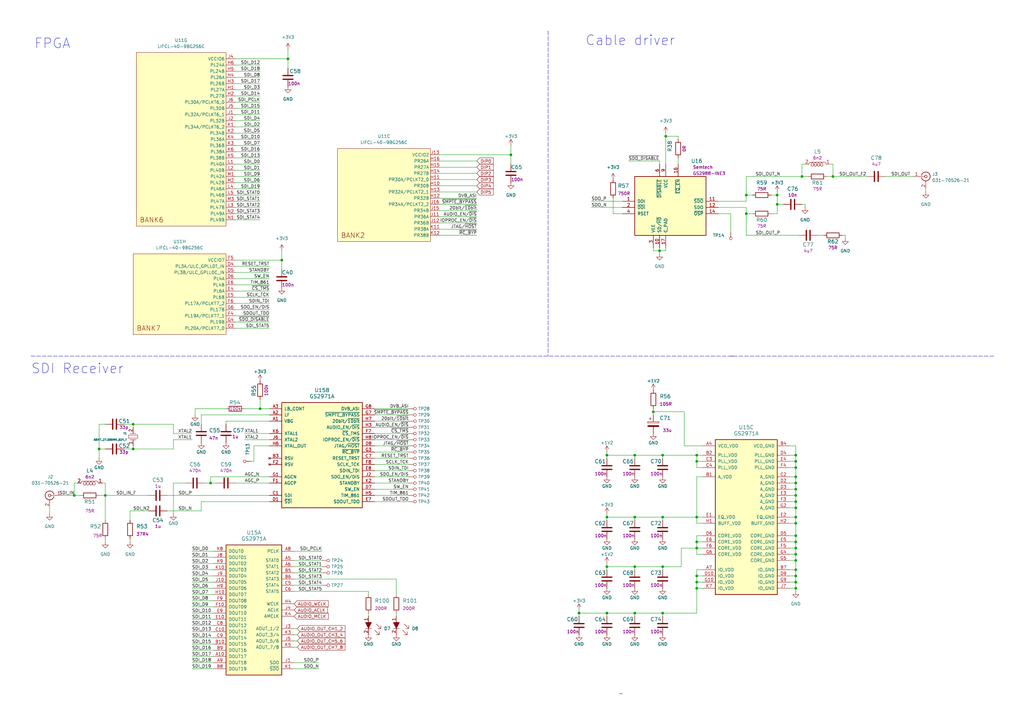
<source format=kicad_sch>
(kicad_sch (version 20211123) (generator eeschema)
  (paper "A3")
  (lib_symbols
    (symbol "antmicroBGAchips:LIFCL-40-9BG256C"
      (property "Reference" "U8" (at -1.27 45.72 0))
      (property "Value" "LIFCL-40-9BG256C" (at -1.27 43.18 0))
      (symbol "LIFCL-40-9BG256C_1_0"
        (text "BANK0" (at -12.7 -15.24 0) (effects (font (size 2 2))))
        (pin bidirectional line (at 22.86 5.08 180) (length 3.81) (name "PT76B/DONE\n") (number "B16"))
        (pin bidirectional line (at 22.86 10.16 180) (length 3.81) (name "PT74B/PROGRAMN") (number "C12"))
        (pin bidirectional line (at 22.86 -10.16 180) (length 3.81) (name "PT82B/MCSNO/MSDO") (number "C13"))
        (pin bidirectional line (at 22.86 0 180) (length 3.81) (name "PT78B/MOSI/MD0") (number "C14"))
        (pin bidirectional line (at 22.86 2.54 180) (length 3.81) (name "PT78A/MCSN/PCLKT0_1") (number "C15"))
        (pin bidirectional line (at 22.86 7.62 180) (length 3.81) (name "PT76A/MCLK/PCLKT0_0") (number "C16"))
        (pin bidirectional line (at 22.86 12.7 180) (length 3.81) (name "PT74A/INITN\n") (number "D11"))
        (pin bidirectional line (at 22.86 -7.62 180) (length 3.81) (name "PT82A/MD3") (number "D12"))
        (pin power_in line (at 22.86 15.24 180) (length 3.81) (name "VCCIO0") (number "D13"))
        (pin bidirectional line (at 22.86 -5.08 180) (length 3.81) (name "PT80B/MD2") (number "D15"))
        (pin bidirectional line (at 22.86 -2.54 180) (length 3.81) (name "PT80A/MISO/MD1") (number "D16"))
        (pin bidirectional line (at 22.86 -12.7 180) (length 3.81) (name "PT84A") (number "E15"))
        (pin bidirectional line (at 22.86 -15.24 180) (length 3.81) (name "PT84B") (number "E16"))
      )
      (symbol "LIFCL-40-9BG256C_2_0"
        (text "BANK1" (at -12.7 -27.94 0) (effects (font (size 2 2))))
        (pin input line (at 22.86 22.86 180) (length 3.81) (name "JTAG_EN") (number "D10"))
        (pin bidirectional line (at 22.86 15.24 180) (length 3.81) (name "PR4B") (number "E10"))
        (pin bidirectional line (at 22.86 10.16 180) (length 3.81) (name "PR6B/TMS/SCSN") (number "E11"))
        (pin bidirectional line (at 22.86 12.7 180) (length 3.81) (name "PR6A") (number "E12"))
        (pin bidirectional line (at 22.86 2.54 180) (length 3.81) (name "PR10A") (number "E13"))
        (pin bidirectional line (at 22.86 0 180) (length 3.81) (name "PR10B/TDO/SSO") (number "E14"))
        (pin bidirectional line (at 22.86 17.78 180) (length 3.81) (name "PR4A") (number "E9"))
        (pin bidirectional line (at 22.86 7.62 180) (length 3.81) (name "PR8A") (number "F10"))
        (pin bidirectional line (at 22.86 5.08 180) (length 3.81) (name "PR8B/TDI/SSI") (number "F11"))
        (pin power_in line (at 22.86 25.4 180) (length 3.81) (name "VCCIO1") (number "F13"))
        (pin bidirectional line (at 22.86 -7.62 180) (length 3.81) (name "PR13A/TCK/SCLK") (number "F14"))
        (pin bidirectional line (at 22.86 -10.16 180) (length 3.81) (name "PR13B") (number "F15"))
        (pin bidirectional line (at 22.86 -22.86 180) (length 3.81) (name "PR19A/PCLKT1_1") (number "F16"))
        (pin bidirectional line (at 22.86 20.32 180) (length 3.81) (name "PR3B") (number "F9"))
        (pin bidirectional line (at 22.86 -5.08 180) (length 3.81) (name "PR11B/SCL/USER_SCL") (number "G10"))
        (pin bidirectional line (at 22.86 -12.7 180) (length 3.81) (name "PR15A") (number "G11"))
        (pin bidirectional line (at 22.86 -15.24 180) (length 3.81) (name "PR15B") (number "G12"))
        (pin bidirectional line (at 22.86 -17.78 180) (length 3.81) (name "PR17A/PCLKT1_2") (number "G13"))
        (pin bidirectional line (at 22.86 -20.32 180) (length 3.81) (name "PR17B") (number "G14"))
        (pin bidirectional line (at 22.86 -27.94 180) (length 3.81) (name "PR20A/PCLKT1_0\n") (number "G15"))
        (pin bidirectional line (at 22.86 -25.4 180) (length 3.81) (name "PR19B") (number "G16"))
        (pin bidirectional line (at 22.86 -2.54 180) (length 3.81) (name "PR11A/SDA/USER_SDA") (number "G9"))
      )
      (symbol "LIFCL-40-9BG256C_3_0"
        (text "BANK2" (at -13.97 -17.78 0) (effects (font (size 2 2))))
        (pin bidirectional line (at 21.59 2.54 180) (length 3.81) (name "PR30B") (number "H10"))
        (pin bidirectional line (at 21.59 5.08 180) (length 3.81) (name "PR30A/PCLKT2_0") (number "H11"))
        (pin bidirectional line (at 21.59 -2.54 180) (length 3.81) (name "PR32B") (number "H12"))
        (pin bidirectional line (at 21.59 0 180) (length 3.81) (name "PR32A/PCLKT2_1") (number "H13"))
        (pin bidirectional line (at 21.59 7.62 180) (length 3.81) (name "PR27B") (number "H14"))
        (pin bidirectional line (at 21.59 10.16 180) (length 3.81) (name "PR27A") (number "H15"))
        (pin bidirectional line (at 21.59 12.7 180) (length 3.81) (name "PR26A") (number "H16"))
        (pin bidirectional line (at 21.59 -10.16 180) (length 3.81) (name "PR36A") (number "J11"))
        (pin bidirectional line (at 21.59 -12.7 180) (length 3.81) (name "PR36B") (number "J12"))
        (pin power_in line (at 21.59 15.24 180) (length 3.81) (name "VCCIO2") (number "J13"))
        (pin bidirectional line (at 21.59 -7.62 180) (length 3.81) (name "PR34B") (number "J15"))
        (pin bidirectional line (at 21.59 -5.08 180) (length 3.81) (name "PR34A/PCLKT2_2") (number "J16"))
        (pin bidirectional line (at 21.59 -15.24 180) (length 3.81) (name "PR38A") (number "K11"))
        (pin bidirectional line (at 21.59 -17.78 180) (length 3.81) (name "PR38B") (number "K12"))
      )
      (symbol "LIFCL-40-9BG256C_4_0"
        (text "BANK3" (at -13.97 -39.37 0) (effects (font (size 2 2))))
        (pin bidirectional line (at 21.59 -33.02 180) (length 3.81) (name "PB80B/ADC_CN12") (number "L10"))
        (pin bidirectional line (at 21.59 -30.48 180) (length 3.81) (name "PB80A/ADC_CP12") (number "L11"))
        (pin bidirectional line (at 21.59 -38.1 180) (length 3.81) (name "PB82B/ADC_CN15") (number "L12"))
        (pin bidirectional line (at 21.59 -27.94 180) (length 3.81) (name "PB78B/ADC_CN11") (number "M11"))
        (pin bidirectional line (at 21.59 -25.4 180) (length 3.81) (name "PB78A/ADC_CP11") (number "M12"))
        (pin bidirectional line (at 21.59 -35.56 180) (length 3.81) (name "PB82A/ADC_CP15") (number "M13"))
        (pin bidirectional line (at 21.59 -15.24 180) (length 3.81) (name "PB74A/PCLKT3_3/ADC_CP14") (number "M14"))
        (pin bidirectional line (at 21.59 -43.18 180) (length 3.81) (name "PB84B/LRC_GPLL0C_IN/VREF3_2") (number "M15"))
        (pin bidirectional line (at 21.59 -40.64 180) (length 3.81) (name "PB84A/LRC_GPLL0T_IN") (number "M16"))
        (pin bidirectional line (at 21.59 7.62 180) (length 3.81) (name "PB64B/ADC_CN4") (number "N11"))
        (pin bidirectional line (at 21.59 10.16 180) (length 3.81) (name "PB64A/ADC_CP4") (number "N12"))
        (pin bidirectional line (at 21.59 -7.62 180) (length 3.81) (name "PB70B/COMP2IN\n") (number "N13"))
        (pin bidirectional line (at 21.59 -17.78 180) (length 3.81) (name "PB74B/PCLKC3_3/ADC_CN14") (number "N14"))
        (pin bidirectional line (at 21.59 -22.86 180) (length 3.81) (name "PB76B/COMP3IN") (number "N15"))
        (pin bidirectional line (at 21.59 -20.32 180) (length 3.81) (name "PB76A/COMP3IP") (number "N16"))
        (pin bidirectional line (at 21.59 30.48 180) (length 3.81) (name "PB56A/ADC_CP7\n") (number "P10"))
        (pin bidirectional line (at 21.59 33.02 180) (length 3.81) (name "PB54B/PCLKC3_0/ADC_CN5\n") (number "P11"))
        (pin bidirectional line (at 21.59 38.1 180) (length 3.81) (name "VCCIO3") (number "P12"))
        (pin bidirectional line (at 21.59 -5.08 180) (length 3.81) (name "PB70A/COMP2IP") (number "P14"))
        (pin bidirectional line (at 21.59 -10.16 180) (length 3.81) (name "PB72A/PCLKT3_2/ADC_CP13") (number "P15"))
        (pin bidirectional line (at 21.59 -12.7 180) (length 3.81) (name "PB72B/PCLKC3_2/ADC_CN13") (number "P16"))
        (pin bidirectional line (at 21.59 27.94 180) (length 3.81) (name "PB56B/ADC_CN7\n") (number "R10"))
        (pin bidirectional line (at 21.59 35.56 180) (length 3.81) (name "PB54A/PCLKT3_0/VREF3_1/ADC_CP5") (number "R11"))
        (pin bidirectional line (at 21.59 20.32 180) (length 3.81) (name "PB60A/ADC_CP9") (number "R12"))
        (pin bidirectional line (at 21.59 15.24 180) (length 3.81) (name "PB62A/ADC_CP10") (number "R13"))
        (pin bidirectional line (at 21.59 12.7 180) (length 3.81) (name "PB62B/ADC_CN10") (number "R14"))
        (pin bidirectional line (at 21.59 -2.54 180) (length 3.81) (name "PB68B/ADC_CN8") (number "R15"))
        (pin bidirectional line (at 21.59 0 180) (length 3.81) (name "PB68A/ADC_CP8") (number "R16"))
        (pin bidirectional line (at 21.59 22.86 180) (length 3.81) (name "PB58B/PCLKC3_1/ADC_CN6\n") (number "T11"))
        (pin bidirectional line (at 21.59 25.4 180) (length 3.81) (name "PB58A/PCLKT3_1/ADC_CP6\n") (number "T12"))
        (pin bidirectional line (at 21.59 17.78 180) (length 3.81) (name "PB60B/ADC_CN9") (number "T13"))
        (pin bidirectional line (at 21.59 5.08 180) (length 3.81) (name "PB66A/COMP1IP") (number "T14"))
        (pin bidirectional line (at 21.59 2.54 180) (length 3.81) (name "PB66B/COMP1IN") (number "T15"))
      )
      (symbol "LIFCL-40-9BG256C_5_0"
        (text "BANK4" (at -12.7 -41.91 0) (effects (font (size 2 2))))
        (pin bidirectional line (at 22.86 -8.89 180) (length 3.81) (name "PB34A") (number "L8"))
        (pin bidirectional line (at 22.86 -11.43 180) (length 3.81) (name "PB34B") (number "L9"))
        (pin bidirectional line (at 22.86 -39.37 180) (length 3.81) (name "PB46A") (number "M10"))
        (pin bidirectional line (at 22.86 -21.59 180) (length 3.81) (name "PB38B") (number "M8"))
        (pin bidirectional line (at 22.86 -19.05 180) (length 3.81) (name "PB38A") (number "M9"))
        (pin bidirectional line (at 22.86 -41.91 180) (length 3.81) (name "PB46B/VREF4_2") (number "N10"))
        (pin power_in line (at 22.86 39.37 180) (length 3.81) (name "VCCIO4") (number "N6"))
        (pin bidirectional line (at 22.86 -13.97 180) (length 3.81) (name "PB36A") (number "N8"))
        (pin bidirectional line (at 22.86 -16.51 180) (length 3.81) (name "PB36B") (number "N9"))
        (pin bidirectional line (at 22.86 13.97 180) (length 3.81) (name "PB24B/PCLKC4_2\n") (number "P4"))
        (pin bidirectional line (at 22.86 19.05 180) (length 3.81) (name "PB22B") (number "P5"))
        (pin bidirectional line (at 22.86 -3.81 180) (length 3.81) (name "PB32A") (number "P6"))
        (pin bidirectional line (at 22.86 -6.35 180) (length 3.81) (name "PB32B") (number "P7"))
        (pin bidirectional line (at 22.86 -31.75 180) (length 3.81) (name "PB42B") (number "P8"))
        (pin bidirectional line (at 22.86 -36.83 180) (length 3.81) (name "PB44B/PCLKC4_0") (number "P9"))
        (pin bidirectional line (at 22.86 36.83 180) (length 3.81) (name "PB16A/VREF4_1") (number "R1"))
        (pin bidirectional line (at 22.86 34.29 180) (length 3.81) (name "PB16B") (number "R2"))
        (pin bidirectional line (at 22.86 31.75 180) (length 3.81) (name "PB18A/PCLKT4_3\n") (number "R3"))
        (pin bidirectional line (at 22.86 16.51 180) (length 3.81) (name "PB24A/PCLKT4_2") (number "R4"))
        (pin bidirectional line (at 22.86 21.59 180) (length 3.81) (name "PB22A") (number "R5"))
        (pin bidirectional line (at 22.86 8.89 180) (length 3.81) (name "PB26B") (number "R6"))
        (pin bidirectional line (at 22.86 3.81 180) (length 3.81) (name "PB28B") (number "R7"))
        (pin bidirectional line (at 22.86 -29.21 180) (length 3.81) (name "PB42A") (number "R8"))
        (pin bidirectional line (at 22.86 -34.29 180) (length 3.81) (name "PB44A/PCLKT4_0") (number "R9"))
        (pin bidirectional line (at 22.86 -26.67 180) (length 3.81) (name "PB40B/PCLKC4_1") (number "T10"))
        (pin bidirectional line (at 22.86 29.21 180) (length 3.81) (name "PB18B/PCLKC4_3\n") (number "T2"))
        (pin bidirectional line (at 22.86 26.67 180) (length 3.81) (name "PB20A") (number "T3"))
        (pin bidirectional line (at 22.86 24.13 180) (length 3.81) (name "PB20B") (number "T4"))
        (pin bidirectional line (at 22.86 11.43 180) (length 3.81) (name "PB26A") (number "T5"))
        (pin bidirectional line (at 22.86 6.35 180) (length 3.81) (name "PB28A") (number "T6"))
        (pin bidirectional line (at 22.86 1.27 180) (length 3.81) (name "PB30A") (number "T7"))
        (pin bidirectional line (at 22.86 -1.27 180) (length 3.81) (name "PB30B") (number "T8"))
        (pin bidirectional line (at 22.86 -24.13 180) (length 3.81) (name "PB40A/PCLKT4_1") (number "T9"))
      )
      (symbol "LIFCL-40-9BG256C_6_0"
        (text "BANK5" (at -17.78 -12.7 0) (effects (font (size 2 2))))
        (pin bidirectional line (at 27.94 -7.62 180) (length 3.81) (name "PB10B/PCLKC5_2/ADC_CN2/COMP3N") (number "K7"))
        (pin bidirectional line (at 27.94 -5.08 180) (length 3.81) (name "PB10A/PCLKT5_2/ADC_CP2/COMP3P") (number "L6"))
        (pin bidirectional line (at 27.94 0 180) (length 3.81) (name "PB8A/PCLKT5_1/LLC_GPLL0T_IN/ADC_CP3") (number "L7"))
        (pin bidirectional line (at 27.94 2.54 180) (length 3.81) (name "PB6B/PCLKC5_0/CDR_RXN1/ADC_CN1/COMP2N") (number "M4"))
        (pin bidirectional line (at 27.94 -2.54 180) (length 3.81) (name "PB8B/PCLKC5_1/LLC_GPLL0C_IN/ADC_CN3") (number "M7"))
        (pin bidirectional line (at 27.94 7.62 180) (length 3.81) (name "PB4B/CDR_RXN0/ADC_CN0/COMP1N") (number "N3"))
        (pin bidirectional line (at 27.94 5.08 180) (length 3.81) (name "PB6A/PCLKT5_0/CDR_RXP1/ADC_CP1/COMP2P") (number "N4"))
        (pin power_in line (at 27.94 12.7 180) (length 3.81) (name "VCCIO5") (number "N5"))
        (pin bidirectional line (at 27.94 -10.16 180) (length 3.81) (name "PB12A/PCLKT5_3") (number "P1"))
        (pin bidirectional line (at 27.94 -12.7 180) (length 3.81) (name "PB12B/PCLKC5_3/VREF5_2") (number "P2"))
        (pin bidirectional line (at 27.94 10.16 180) (length 3.81) (name "PB4A/CDR_RXP0/VREF5_1/ADC_CP0/COMP1P\n") (number "P3"))
      )
      (symbol "LIFCL-40-9BG256C_7_0"
        (text "BANK6" (at -12.7 -34.29 0) (effects (font (size 2 2))))
        (pin bidirectional line (at 21.59 19.05 180) (length 3.81) (name "PL27A") (number "H1"))
        (pin bidirectional line (at 21.59 16.51 180) (length 3.81) (name "PL27B") (number "H2"))
        (pin bidirectional line (at 21.59 21.59 180) (length 3.81) (name "PL26B") (number "H3"))
        (pin bidirectional line (at 21.59 24.13 180) (length 3.81) (name "PL26A") (number "H4"))
        (pin bidirectional line (at 21.59 26.67 180) (length 3.81) (name "PL24B") (number "H5"))
        (pin bidirectional line (at 21.59 29.21 180) (length 3.81) (name "PL24A") (number "H6"))
        (pin bidirectional line (at 21.59 8.89 180) (length 3.81) (name "PL32A/PCLKT6_1") (number "J1"))
        (pin bidirectional line (at 21.59 6.35 180) (length 3.81) (name "PL32B") (number "J2"))
        (pin power_in line (at 21.59 31.75 180) (length 3.81) (name "VCCIO6") (number "J4"))
        (pin bidirectional line (at 21.59 11.43 180) (length 3.81) (name "PL30B") (number "J5"))
        (pin bidirectional line (at 21.59 13.97 180) (length 3.81) (name "PL30A/PCLKT6_0") (number "J6"))
        (pin bidirectional line (at 21.59 3.81 180) (length 3.81) (name "PL34A/PCLKT6_2") (number "K1"))
        (pin bidirectional line (at 21.59 1.27 180) (length 3.81) (name "PL34B") (number "K2"))
        (pin bidirectional line (at 21.59 -3.81 180) (length 3.81) (name "PL36B") (number "K3"))
        (pin bidirectional line (at 21.59 -1.27 180) (length 3.81) (name "PL36A") (number "K4"))
        (pin bidirectional line (at 21.59 -8.89 180) (length 3.81) (name "PL38B") (number "K5"))
        (pin bidirectional line (at 21.59 -6.35 180) (length 3.81) (name "PL38A") (number "K6"))
        (pin bidirectional line (at 21.59 -11.43 180) (length 3.81) (name "PL40A") (number "L1"))
        (pin bidirectional line (at 21.59 -13.97 180) (length 3.81) (name "PL40B") (number "L2"))
        (pin bidirectional line (at 21.59 -29.21 180) (length 3.81) (name "PL47B") (number "L3"))
        (pin bidirectional line (at 21.59 -21.59 180) (length 3.81) (name "PL46A") (number "L4"))
        (pin bidirectional line (at 21.59 -24.13 180) (length 3.81) (name "PL46B") (number "L5"))
        (pin bidirectional line (at 21.59 -16.51 180) (length 3.81) (name "PL42A") (number "M1"))
        (pin bidirectional line (at 21.59 -19.05 180) (length 3.81) (name "PL42B") (number "M2"))
        (pin bidirectional line (at 21.59 -26.67 180) (length 3.81) (name "PL47A") (number "M3"))
        (pin bidirectional line (at 21.59 -34.29 180) (length 3.81) (name "PL49B") (number "N1"))
        (pin bidirectional line (at 21.59 -31.75 180) (length 3.81) (name "PL49A") (number "N2"))
      )
      (symbol "LIFCL-40-9BG256C_8_0"
        (text "BANK7" (at -12.7 -13.97 0) (effects (font (size 2 2))))
        (pin bidirectional line (at 22.86 11.43 180) (length 3.81) (name "PL3A/ULC_GPLL0T_IN") (number "D4"))
        (pin bidirectional line (at 22.86 8.89 180) (length 3.81) (name "PL3B/ULC_GPLL0C_IN") (number "D5"))
        (pin bidirectional line (at 22.86 6.35 180) (length 3.81) (name "PL4A") (number "D6"))
        (pin bidirectional line (at 22.86 1.27 180) (length 3.81) (name "PL6A") (number "E4"))
        (pin bidirectional line (at 22.86 -1.27 180) (length 3.81) (name "PL6B") (number "E5"))
        (pin bidirectional line (at 22.86 3.81 180) (length 3.81) (name "PL4B") (number "E6"))
        (pin bidirectional line (at 22.86 -8.89 180) (length 3.81) (name "PL19A/PCLKT7_1") (number "F4"))
        (pin power_in line (at 22.86 13.97 180) (length 3.81) (name "VCCIO7") (number "F5"))
        (pin bidirectional line (at 22.86 -3.81 180) (length 3.81) (name "PL17A/PCLKT7_2") (number "F6"))
        (pin bidirectional line (at 22.86 -13.97 180) (length 3.81) (name "PL20A/PCLKT7_0") (number "G3"))
        (pin bidirectional line (at 22.86 -11.43 180) (length 3.81) (name "PL19B") (number "G4"))
        (pin bidirectional line (at 22.86 -6.35 180) (length 3.81) (name "PL17B") (number "G6"))
      )
      (symbol "LIFCL-40-9BG256C_9_0"
        (text "PHY0" (at -6.35 -11.43 0) (effects (font (size 2 2))))
        (pin bidirectional line (at 13.97 -11.43 180) (length 3.81) (name "DPHY0_DP3") (number "B1"))
        (pin bidirectional line (at 13.97 -8.89 180) (length 3.81) (name "DPHY0_DN3") (number "B2"))
        (pin bidirectional line (at 13.97 -1.27 180) (length 3.81) (name "DPHY0_DP1") (number "C1"))
        (pin bidirectional line (at 13.97 1.27 180) (length 3.81) (name "DPHY0_DN1") (number "C2"))
        (pin bidirectional clock (at 13.97 8.89 180) (length 3.81) (name "DPHY0_CKP") (number "D1"))
        (pin bidirectional clock (at 13.97 11.43 180) (length 3.81) (name "DPHY0_CKN") (number "D2"))
        (pin bidirectional line (at 13.97 3.81 180) (length 3.81) (name "DPHY0_DP0") (number "E1"))
        (pin bidirectional line (at 13.97 6.35 180) (length 3.81) (name "DPHY0_DN0") (number "E2"))
        (pin bidirectional line (at 13.97 -6.35 180) (length 3.81) (name "DPHY0_DP2") (number "F1"))
        (pin bidirectional line (at 13.97 -3.81 180) (length 3.81) (name "DPHY0_DN2") (number "F2"))
      )
      (symbol "LIFCL-40-9BG256C_10_0"
        (text "PHY1" (at -5.08 -11.43 0) (effects (font (size 2 2))))
        (pin bidirectional line (at 15.24 -6.35 180) (length 3.81) (name "DPHY1_DP2") (number "A3"))
        (pin bidirectional line (at 15.24 3.81 180) (length 3.81) (name "DPHY1_DP0") (number "A4"))
        (pin bidirectional clock (at 15.24 8.89 180) (length 3.81) (name "DPHY1_CKP") (number "A5"))
        (pin bidirectional line (at 15.24 -1.27 180) (length 3.81) (name "DPHY1_DP1") (number "A6"))
        (pin bidirectional line (at 15.24 -11.43 180) (length 3.81) (name "DPHY1_DP3") (number "A7"))
        (pin bidirectional line (at 15.24 -3.81 180) (length 3.81) (name "DPHY1_DN2") (number "B3"))
        (pin bidirectional line (at 15.24 6.35 180) (length 3.81) (name "DPHY1_DN0") (number "B4"))
        (pin bidirectional clock (at 15.24 11.43 180) (length 3.81) (name "DPHY1_CKN") (number "B5"))
        (pin bidirectional line (at 15.24 1.27 180) (length 3.81) (name "DPHY1_DN1") (number "B6"))
        (pin bidirectional line (at 15.24 -8.89 180) (length 3.81) (name "DPHY1_DN3") (number "B7"))
      )
      (symbol "LIFCL-40-9BG256C_11_0"
        (text "ADC" (at -7.62 -10.16 0) (effects (font (size 2 2))))
        (pin passive line (at 13.97 6.35 180) (length 3.81) (name "ADC_DN0") (number "K13"))
        (pin passive line (at 13.97 3.81 180) (length 3.81) (name "ADC_DP0") (number "K14"))
        (pin passive line (at 13.97 -1.27 180) (length 3.81) (name "ADC_DP1") (number "K15"))
        (pin passive line (at 13.97 1.27 180) (length 3.81) (name "ADC_DN1") (number "K16"))
        (pin power_in line (at 13.97 -10.16 180) (length 3.81) (name "VSSADC") (number "L13"))
        (pin power_in line (at 13.97 8.89 180) (length 3.81) (name "VCCADC18") (number "L14"))
        (pin passive line (at 13.97 -7.62 180) (length 3.81) (name "ADC_REFP0") (number "L15"))
        (pin passive line (at 13.97 -5.08 180) (length 3.81) (name "ADC_REFP1") (number "L16"))
      )
      (symbol "LIFCL-40-9BG256C_12_0"
        (text "SDO" (at -7.62 -11.43 0) (effects (font (size 2 2))))
        (pin output line (at 13.97 3.81 180) (length 3.81) (name "SD0_TXDN") (number "A11"))
        (pin output line (at 13.97 1.27 180) (length 3.81) (name "SD0_TXDP") (number "A12"))
        (pin input line (at 13.97 -2.54 180) (length 3.81) (name "SD0_RXDN") (number "A14"))
        (pin input line (at 13.97 -5.08 180) (length 3.81) (name "SD0_RXDP") (number "A15"))
        (pin bidirectional line (at 13.97 11.43 180) (length 3.81) (name "SD_REFCLKP") (number "A9"))
        (pin input line (at 13.97 -8.89 180) (length 3.81) (name "SD0_REFRET") (number "B12"))
        (pin bidirectional line (at 13.97 8.89 180) (length 3.81) (name "SD_REFCLKN") (number "B9"))
        (pin input line (at 13.97 -11.43 180) (length 3.81) (name "SD0_REXT") (number "C11"))
      )
      (symbol "LIFCL-40-9BG256C_13_0"
        (pin power_in line (at 15.24 22.86 180) (length 2.54) (name "VSSADPHY") (number "A1"))
        (pin power_in line (at 15.24 19.05 180) (length 2.54) (name "VSSSD") (number "A10"))
        (pin power_in line (at 15.24 19.05 180) (length 2.54) (name "VSSSD") (number "A13"))
        (pin power_in line (at 15.24 19.05 180) (length 2.54) (name "VSSSD") (number "A16"))
        (pin power_in line (at -15.24 -11.43 0) (length 2.54) (name "VCCPLLDPHY0") (number "A2"))
        (pin power_in line (at 15.24 22.86 180) (length 2.54) (name "VSSADPHY") (number "A8"))
        (pin power_in line (at 15.24 19.05 180) (length 2.54) (name "VSSSD") (number "B10"))
        (pin power_in line (at -15.24 -17.78 0) (length 2.54) (name "VCCAUXSD") (number "B11"))
        (pin power_in line (at -15.24 -22.86 0) (length 2.54) (name "VCCPLLSD0") (number "B13"))
        (pin power_in line (at 15.24 19.05 180) (length 2.54) (name "VSSSD") (number "B14"))
        (pin power_in line (at -15.24 -20.32 0) (length 2.54) (name "VCCSD0") (number "B15"))
        (pin power_in line (at 15.24 22.86 180) (length 2.54) (name "VSSADPHY") (number "B8"))
        (pin power_in line (at 15.24 15.24 180) (length 2.54) (name "VSS") (number "C10"))
        (pin power_in line (at 15.24 22.86 180) (length 2.54) (name "VSSADPHY") (number "C3"))
        (pin power_in line (at -15.24 1.27 0) (length 2.54) (name "VCCDPHY0") (number "C4"))
        (pin power_in line (at -15.24 -13.97 0) (length 2.54) (name "VCCPLLDPHY1") (number "C5"))
        (pin power_in line (at 15.24 22.86 180) (length 2.54) (name "VSSADPHY") (number "C6"))
        (pin power_in line (at -15.24 -1.27 0) (length 2.54) (name "VCCDPHY1") (number "C7"))
        (pin power_in line (at -15.24 -7.62 0) (length 2.54) (name "VCCADPHY1") (number "C8"))
        (pin power_in line (at 15.24 15.24 180) (length 2.54) (name "VSS") (number "C9"))
        (pin power_in line (at 15.24 15.24 180) (length 2.54) (name "VSS") (number "D14"))
        (pin power_in line (at 15.24 22.86 180) (length 2.54) (name "VSSADPHY") (number "D3"))
        (pin power_in line (at -15.24 22.86 0) (length 2.54) (name "VCC") (number "D7"))
        (pin power_in line (at 15.24 15.24 180) (length 2.54) (name "VSS") (number "D8"))
        (pin power_in line (at -15.24 22.86 0) (length 2.54) (name "VCC") (number "D9"))
        (pin power_in line (at -15.24 -5.08 0) (length 2.54) (name "VCCADPHY0") (number "E3"))
        (pin power_in line (at 15.24 15.24 180) (length 2.54) (name "VSS") (number "E7"))
        (pin power_in line (at 15.24 15.24 180) (length 2.54) (name "VSS") (number "E8"))
        (pin power_in line (at 15.24 15.24 180) (length 2.54) (name "VSS") (number "F12"))
        (pin power_in line (at 15.24 22.86 180) (length 2.54) (name "VSSADPHY") (number "F3"))
        (pin power_in line (at -15.24 12.7 0) (length 2.54) (name "VCCAUXA") (number "F7"))
        (pin power_in line (at -15.24 15.24 0) (length 2.54) (name "VCCAUX") (number "F8"))
        (pin power_in line (at 15.24 22.86 180) (length 2.54) (name "VSSADPHY") (number "G1"))
        (pin power_in line (at 15.24 15.24 180) (length 2.54) (name "VSS") (number "G2"))
        (pin power_in line (at 15.24 15.24 180) (length 2.54) (name "VSS") (number "G5"))
        (pin power_in line (at -15.24 15.24 0) (length 2.54) (name "VCCAUX") (number "G7"))
        (pin power_in line (at 15.24 15.24 180) (length 2.54) (name "VSS") (number "G8"))
        (pin power_in line (at -15.24 22.86 0) (length 2.54) (name "VCC") (number "H7"))
        (pin power_in line (at 15.24 15.24 180) (length 2.54) (name "VSS") (number "H8"))
        (pin power_in line (at 15.24 15.24 180) (length 2.54) (name "VSS") (number "H9"))
        (pin power_in line (at -15.24 22.86 0) (length 2.54) (name "VCC") (number "J10"))
        (pin power_in line (at 15.24 15.24 180) (length 2.54) (name "VSS") (number "J14"))
        (pin power_in line (at 15.24 15.24 180) (length 2.54) (name "VSS") (number "J3"))
        (pin power_in line (at 15.24 15.24 180) (length 2.54) (name "VSS") (number "J7"))
        (pin power_in line (at 15.24 15.24 180) (length 2.54) (name "VSS") (number "J8"))
        (pin power_in line (at 15.24 15.24 180) (length 2.54) (name "VSS") (number "J9"))
        (pin power_in line (at -15.24 10.16 0) (length 2.54) (name "VCCAUXH3") (number "K10"))
        (pin power_in line (at -15.24 7.62 0) (length 2.54) (name "VCCAUXH4") (number "K8"))
        (pin power_in line (at -15.24 19.05 0) (length 2.54) (name "VCCECLK") (number "K9"))
        (pin power_in line (at 15.24 15.24 180) (length 2.54) (name "VSS") (number "M5"))
        (pin power_in line (at -15.24 5.08 0) (length 2.54) (name "VCCAUXH5") (number "M6"))
        (pin power_in line (at 15.24 15.24 180) (length 2.54) (name "VSS") (number "N7"))
        (pin power_in line (at 15.24 15.24 180) (length 2.54) (name "VSS") (number "P13"))
        (pin power_in line (at 15.24 15.24 180) (length 2.54) (name "VSS") (number "T1"))
        (pin power_in line (at 15.24 15.24 180) (length 2.54) (name "VSS") (number "T16"))
      )
    )
    (symbol "antmicroResistors0603:R_200R_0603" (pin_names (offset 0))
      (property "Reference" "R" (at -1.397 3.429 0))
      (property "Val" "200R" (at 0 -2.54 0))
      (symbol "R_200R_0603_1_1"
        (pin passive line (at -3.81 0 0) (length 1.27) (name "~") (number "1"))
        (pin passive line (at 3.81 0 180) (length 1.27) (name "~") (number "2"))
      )
    )
    (symbol "crosslink-nx-video-converter:+1V2" (power) (pin_names (offset 0))
      (property "Value" "+1V2" (at 0 3.556 0))
      (symbol "+1V2_1_1"
        (pin power_in line (at 0 0 90) (length 0) hide (name "+1V2") (number "1"))
      )
    )
    (symbol "crosslink-nx-video-converter:+3.3V" (power) (pin_names (offset 0))
      (property "Value" "+3.3V" (at 0 3.556 0))
      (symbol "+3.3V_1_1"
        (pin power_in line (at 0 0 90) (length 0) hide (name "+3V3") (number "1"))
      )
    )
    (symbol "crosslink-nx-video-converter:031-70526-21" (pin_names (offset 1.016) hide)
      (property "Reference" "J" (at 0.254 3.048 0))
      (property "Value" "031-70526-21" (at 2.921 0 90))
      (symbol "031-70526-21_1_1"
        (pin passive line (at -5.08 0 0) (length 2.54) (name "In") (number "1"))
        (pin passive line (at 0 -5.08 90) (length 2.54) (name "Ext") (number "2"))
      )
    )
    (symbol "crosslink-nx-video-converter:ABM7_27.000MH_D2Y_T" (pin_names (offset 1.016))
      (property "Reference" "Y" (at -1.27 2.54 0))
      (property "Value" "ABM7_27.000MH_D2Y_T" (at 7.62 -2.54 0))
      (property "MPN" "ABM7-27.000MHZ-D2Y-T" (at 12.065 -6.985 0))
      (property "Manufacturer" "Abracon" (at 7.62 -5.715 0))
      (symbol "ABM7_27.000MH_D2Y_T_1_1"
        (pin passive line (at -3.81 0 0) (length 2.54) (name "~") (number "1"))
        (pin passive line (at 3.81 0 180) (length 2.54) (name "~") (number "2"))
      )
    )
    (symbol "crosslink-nx-video-converter:C_100n_0402" (pin_names (offset 0))
      (property "Reference" "C" (at -1.397 3.429 0))
      (property "Val" "100n" (at 0 -2.54 0))
      (symbol "C_100n_0402_1_1"
        (pin passive line (at 0 3.81 270) (length 2.794) (name "~") (number "1"))
        (pin passive line (at 0 -3.81 90) (length 2.794) (name "~") (number "2"))
      )
    )
    (symbol "crosslink-nx-video-converter:C_10n_0402" (pin_names (offset 0))
      (property "Reference" "C" (at -1.397 3.429 0))
      (property "Val" "10n" (at 0 -2.54 0))
      (symbol "C_10n_0402_1_1"
        (pin passive line (at 0 3.81 270) (length 2.794) (name "~") (number "1"))
        (pin passive line (at 0 -3.81 90) (length 2.794) (name "~") (number "2"))
      )
    )
    (symbol "crosslink-nx-video-converter:C_1u_0402" (pin_names (offset 0))
      (property "Reference" "C" (at -1.397 3.429 0))
      (property "Val" "1u" (at 0 -2.54 0))
      (symbol "C_1u_0402_1_1"
        (pin passive line (at 0 3.81 270) (length 2.794) (name "~") (number "1"))
        (pin passive line (at 0 -3.81 90) (length 2.794) (name "~") (number "2"))
      )
    )
    (symbol "crosslink-nx-video-converter:C_33p_0402" (pin_names (offset 0))
      (property "Reference" "C" (at -1.397 3.429 0))
      (property "Val" "33p" (at 0 -2.54 0))
      (symbol "C_33p_0402_1_1"
        (pin passive line (at 0 3.81 270) (length 2.794) (name "~") (number "1"))
        (pin passive line (at 0 -3.81 90) (length 2.794) (name "~") (number "2"))
      )
    )
    (symbol "crosslink-nx-video-converter:C_33u_0603" (pin_names (offset 0))
      (property "Reference" "C" (at -1.397 3.429 0))
      (property "Val" "33u" (at 0 -2.54 0))
      (symbol "C_33u_0603_1_1"
        (pin passive line (at 0 2.54 270) (length 2.794) (name "~") (number "1"))
        (pin passive line (at 0 -5.08 90) (length 2.794) (name "~") (number "2"))
      )
    )
    (symbol "crosslink-nx-video-converter:C_470n_0402" (pin_names (offset 0))
      (property "Reference" "C" (at -1.397 3.429 0))
      (property "Val" "470n" (at 0 -2.54 0))
      (symbol "C_470n_0402_1_1"
        (pin passive line (at 0 3.81 270) (length 2.794) (name "~") (number "1"))
        (pin passive line (at 0 -3.81 90) (length 2.794) (name "~") (number "2"))
      )
    )
    (symbol "crosslink-nx-video-converter:C_47n_0402" (pin_names (offset 0))
      (property "Reference" "C" (at -1.397 3.429 0))
      (property "Val" "47n" (at 0 -2.54 0))
      (symbol "C_47n_0402_1_1"
        (pin passive line (at 0 3.81 270) (length 2.794) (name "~") (number "1"))
        (pin passive line (at 0 -3.81 90) (length 2.794) (name "~") (number "2"))
      )
    )
    (symbol "crosslink-nx-video-converter:C_4u7_0402" (pin_names (offset 0))
      (property "Reference" "C" (at -1.397 3.429 0))
      (property "Val" "4u7" (at 0 -2.54 0))
      (symbol "C_4u7_0402_1_1"
        (pin passive line (at 0 3.81 270) (length 2.794) (name "~") (number "1"))
        (pin passive line (at 0 -3.81 90) (length 2.794) (name "~") (number "2"))
      )
    )
    (symbol "crosslink-nx-video-converter:GND" (power) (pin_names (offset 0))
      (property "Value" "GND" (at 0 -3.81 0))
      (symbol "GND_1_1"
        (pin power_in line (at 0 0 270) (length 0) hide (name "GND") (number "1"))
      )
    )
    (symbol "crosslink-nx-video-converter:GS2971A" (pin_names (offset 1.016))
      (property "Reference" "U" (at 5.08 6.35 0))
      (property "Value" "GS2971A" (at 5.08 3.81 0))
      (property "MPN" "GS2971A" (at 7.62 8.89 0))
      (property "Manufacturer" "Semtech" (at 7.62 11.43 0))
      (symbol "GS2971A_1_1"
        (pin output line (at 33.02 -43.18 180) (length 5.08) (name "DOUT17") (number "A10"))
        (pin output line (at 0 -3.81 0) (length 5.08) (name "STAT0") (number "A5"))
        (pin output line (at 0 -6.35 0) (length 5.08) (name "STAT1") (number "A6"))
        (pin output line (at 0 0 0) (length 5.08) (name "PCLK") (number "A8"))
        (pin output line (at 33.02 -45.72 180) (length 5.08) (name "DOUT18") (number "A9"))
        (pin output line (at 33.02 -38.1 180) (length 5.08) (name "DOUT15") (number "B10"))
        (pin output line (at 0 -8.89 0) (length 5.08) (name "STAT2") (number "B5"))
        (pin output line (at 0 -11.43 0) (length 5.08) (name "STAT3") (number "B6"))
        (pin output line (at 33.02 -48.26 180) (length 5.08) (name "DOUT19") (number "B8"))
        (pin output line (at 33.02 -40.64 180) (length 5.08) (name "DOUT16") (number "B9"))
        (pin output line (at 33.02 -33.02 180) (length 5.08) (name "DOUT13") (number "C10"))
        (pin output line (at 0 -13.97 0) (length 5.08) (name "STAT4") (number "C5"))
        (pin output line (at 0 -16.51 0) (length 5.08) (name "STAT5") (number "C6"))
        (pin output line (at 33.02 -30.48 180) (length 5.08) (name "DOUT12") (number "C8"))
        (pin output line (at 33.02 -35.56 180) (length 5.08) (name "DOUT14") (number "C9"))
        (pin output line (at 33.02 -27.94 180) (length 5.08) (name "DOUT11") (number "E10"))
        (pin output line (at 33.02 -25.4 180) (length 5.08) (name "DOUT10") (number "E9"))
        (pin output line (at 33.02 -22.86 180) (length 5.08) (name "DOUT09") (number "F10"))
        (pin output line (at 33.02 -20.32 180) (length 5.08) (name "DOUT08") (number "F9"))
        (pin output line (at 33.02 -17.78 180) (length 5.08) (name "DOUT07") (number "H10"))
        (pin output line (at 0 -21.59 0) (length 5.08) (name "WCLK") (number "H4"))
        (pin output line (at 33.02 -15.24 180) (length 5.08) (name "DOUT06") (number "H9"))
        (pin output line (at 0 -45.72 0) (length 5.08) (name "SDO") (number "J1"))
        (pin output line (at 33.02 -12.7 180) (length 5.08) (name "DOUT05") (number "J10"))
        (pin output line (at 0 -31.75 0) (length 5.08) (name "AOUT_1/2") (number "J3"))
        (pin output line (at 0 -24.13 0) (length 5.08) (name "ACLK") (number "J4"))
        (pin output line (at 0 -36.83 0) (length 5.08) (name "AOUT_5/6") (number "J5"))
        (pin output line (at 33.02 -2.54 180) (length 5.08) (name "DOUT01") (number "J8"))
        (pin output line (at 33.02 -10.16 180) (length 5.08) (name "DOUT04") (number "J9"))
        (pin output line (at 0 -48.26 0) (length 5.08) (name "~{SDO}") (number "K1"))
        (pin output line (at 33.02 -7.62 180) (length 5.08) (name "DOUT03") (number "K10"))
        (pin output line (at 0 -34.29 0) (length 5.08) (name "AOUT_3/4") (number "K3"))
        (pin output line (at 0 -26.67 0) (length 5.08) (name "AMCLK") (number "K4"))
        (pin output line (at 0 -39.37 0) (length 5.08) (name "AOUT_7/8") (number "K5"))
        (pin output line (at 33.02 0 180) (length 5.08) (name "DOUT0") (number "K8"))
        (pin output line (at 33.02 -5.08 180) (length 5.08) (name "DOUT02") (number "K9"))
      )
      (symbol "GS2971A_2_1"
        (pin input line (at 0 -5.08 0) (length 5.08) (name "VBG") (number "A1"))
        (pin input line (at 0 -2.54 0) (length 5.08) (name "LF") (number "A2"))
        (pin input line (at 0 0 0) (length 5.08) (name "LB_CONT") (number "A3"))
        (pin no_connect line (at 0 -20.32 0) (length 5.08) (name "RSV") (number "B3"))
        (pin input line (at 0 -35.56 0) (length 5.08) (name "SDI") (number "C1"))
        (pin input line (at 43.18 -20.32 180) (length 5.08) (name "RESET_TRST") (number "C7"))
        (pin input line (at 0 -38.1 0) (length 5.08) (name "~{SDI}") (number "D1"))
        (pin input line (at 43.18 -33.02 180) (length 5.08) (name "SW_EN") (number "D7"))
        (pin input line (at 43.18 -15.24 180) (length 5.08) (name "JTAG/~{HOST}") (number "D8"))
        (pin output line (at 43.18 -38.1 180) (length 5.08) (name "SDOUT_TDO") (number "E7"))
        (pin input line (at 43.18 -25.4 180) (length 5.08) (name "SDIN_TDI") (number "E8"))
        (pin passive line (at 0 -30.48 0) (length 5.08) (name "AGCP") (number "F1"))
        (pin no_connect line (at 0 -22.86 0) (length 5.08) (name "RSV") (number "F2"))
        (pin input line (at 43.18 -10.16 180) (length 5.08) (name "~{CS}_TMS") (number "F7"))
        (pin input line (at 43.18 -22.86 180) (length 5.08) (name "SCLK_TCK") (number "F8"))
        (pin passive line (at 0 -27.94 0) (length 5.08) (name "AGCN") (number "G1"))
        (pin input line (at 43.18 -17.78 180) (length 5.08) (name "~{RC_BYP}") (number "G3"))
        (pin bidirectional line (at 43.18 -2.54 180) (length 5.08) (name "~{SMPTE_BYPASS}") (number "G7"))
        (pin bidirectional line (at 43.18 0 180) (length 5.08) (name "DVB_ASI") (number "G8"))
        (pin input line (at 43.18 -7.62 180) (length 5.08) (name "AUDIO_EN/~{DIS}") (number "H3"))
        (pin input line (at 43.18 -35.56 180) (length 5.08) (name "TIM_861") (number "H5"))
        (pin output line (at 0 -15.24 0) (length 5.08) (name "XTAL_OUT") (number "H6"))
        (pin input line (at 43.18 -5.08 180) (length 5.08) (name "20bit/~{10bit}") (number "H7"))
        (pin input line (at 43.18 -12.7 180) (length 5.08) (name "IOPROC_EN/~{DIS}") (number "H8"))
        (pin input line (at 43.18 -27.94 180) (length 5.08) (name "SDO_EN/DIS") (number "J2"))
        (pin input line (at 0 -12.7 0) (length 5.08) (name "XTAL2") (number "J6"))
        (pin input line (at 43.18 -30.48 180) (length 5.08) (name "STANDBY") (number "K2"))
        (pin input line (at 0 -10.16 0) (length 5.08) (name "XTAL1") (number "K6"))
      )
      (symbol "GS2971A_3_1"
        (pin power_in line (at 0 0 0) (length 5.08) (name "VCO_VDD") (number "A4"))
        (pin power_in line (at 0 -50.8 0) (length 5.08) (name "IO_VDD") (number "A7"))
        (pin power_in line (at 0 -12.7 0) (length 5.08) (name "A_VDD") (number "B1"))
        (pin power_in line (at 0 -3.81 0) (length 5.08) (name "PLL_VDD") (number "B2"))
        (pin power_in line (at 35.56 0 180) (length 5.08) (name "VCO_GND") (number "B4"))
        (pin power_in line (at 35.56 -50.8 180) (length 5.08) (name "IO_GND") (number "B7"))
        (pin power_in line (at 35.56 -12.7 180) (length 5.08) (name "A_GND") (number "C2"))
        (pin power_in line (at 0 -6.35 0) (length 5.08) (name "PLL_VDD") (number "C3"))
        (pin power_in line (at 0 -8.89 0) (length 5.08) (name "PLL_VDD") (number "C4"))
        (pin power_in line (at 0 -53.34 0) (length 5.08) (name "IO_VDD") (number "D10"))
        (pin power_in line (at 35.56 -15.24 180) (length 5.08) (name "A_GND") (number "D2"))
        (pin power_in line (at 35.56 -17.78 180) (length 5.08) (name "A_GND") (number "D3"))
        (pin power_in line (at 35.56 -3.81 180) (length 5.08) (name "PLL_GND") (number "D4"))
        (pin power_in line (at 35.56 -36.83 180) (length 5.08) (name "CORE_GND") (number "D5"))
        (pin power_in line (at 0 -36.83 0) (length 5.08) (name "CORE_VDD") (number "D6"))
        (pin power_in line (at 35.56 -53.34 180) (length 5.08) (name "IO_GND") (number "D9"))
        (pin power_in line (at 0 -29.21 0) (length 5.08) (name "EQ_VDD") (number "E1"))
        (pin power_in line (at 35.56 -29.21 180) (length 5.08) (name "EQ_GND") (number "E2"))
        (pin power_in line (at 35.56 -20.32 180) (length 5.08) (name "A_GND") (number "E3"))
        (pin power_in line (at 35.56 -6.35 180) (length 5.08) (name "PLL_GND") (number "E4"))
        (pin power_in line (at 35.56 -39.37 180) (length 5.08) (name "CORE_GND") (number "E5"))
        (pin power_in line (at 0 -39.37 0) (length 5.08) (name "CORE_VDD") (number "E6"))
        (pin power_in line (at 35.56 -22.86 180) (length 5.08) (name "A_GND") (number "F3"))
        (pin power_in line (at 35.56 -8.89 180) (length 5.08) (name "PLL_GND") (number "F4"))
        (pin power_in line (at 35.56 -41.91 180) (length 5.08) (name "CORE_GND") (number "F5"))
        (pin power_in line (at 0 -41.91 0) (length 5.08) (name "CORE_VDD") (number "F6"))
        (pin power_in line (at 0 -55.88 0) (length 5.08) (name "IO_VDD") (number "G10"))
        (pin power_in line (at 35.56 -25.4 180) (length 5.08) (name "A_GND") (number "G2"))
        (pin power_in line (at 35.56 -44.45 180) (length 5.08) (name "CORE_GND") (number "G4"))
        (pin power_in line (at 35.56 -46.99 180) (length 5.08) (name "CORE_GND") (number "G5"))
        (pin power_in line (at 0 -44.45 0) (length 5.08) (name "CORE_VDD") (number "G6"))
        (pin power_in line (at 35.56 -55.88 180) (length 5.08) (name "IO_GND") (number "G9"))
        (pin power_in line (at 0 -31.75 0) (length 5.08) (name "BUFF_VDD") (number "H1"))
        (pin power_in line (at 35.56 -31.75 180) (length 5.08) (name "BUFF_GND") (number "H2"))
        (pin power_in line (at 35.56 -58.42 180) (length 5.08) (name "IO_GND") (number "J7"))
        (pin power_in line (at 0 -58.42 0) (length 5.08) (name "IO_VDD") (number "K7"))
      )
    )
    (symbol "crosslink-nx-video-converter:GS2988" (pin_names (offset 1.016))
      (property "Reference" "U" (at 6.985 13.335 0))
      (property "Manufacturer" "Semtech" (at 6.985 10.795 0))
      (property "MPN" "GS2988-INE3" (at 9.525 8.89 0))
      (symbol "GS2988_1_1"
        (pin input line (at 3.81 -2.54 0) (length 5.08) (name "DDI") (number "1"))
        (pin input line (at 19.05 -21.59 90) (length 5.08) (name "SD/~{HD}") (number "10"))
        (pin output line (at 43.18 -2.54 180) (length 5.08) (name "~{SDO}") (number "11"))
        (pin output line (at 43.18 -5.08 180) (length 5.08) (name "SDO") (number "12"))
        (pin no_connect line (at 31.75 -21.59 90) (length 5.08) hide (name "NC") (number "13"))
        (pin output line (at 43.18 -7.62 180) (length 5.08) (name "~{OSP}") (number "14"))
        (pin no_connect line (at 34.29 -21.59 90) (length 5.08) hide (name "NC") (number "15"))
        (pin input line (at 26.67 12.7 270) (length 5.08) (name "~{EQ_EN}") (number "16"))
        (pin power_in line (at 21.59 -21.59 90) (length 5.08) (name "C_PAD") (number "17"))
        (pin input line (at 3.81 -5.08 0) (length 5.08) (name "~{DDI}") (number "2"))
        (pin power_in line (at 16.51 -21.59 90) (length 5.08) (name "VEE") (number "3"))
        (pin input line (at 3.81 -7.62 0) (length 5.08) (name "RSET") (number "4"))
        (pin no_connect line (at 24.13 -21.59 90) (length 5.08) hide (name "NC") (number "5"))
        (pin input line (at 19.05 12.7 270) (length 5.08) (name "~{DISABLE}") (number "6"))
        (pin no_connect line (at 26.67 -21.59 90) (length 5.08) hide (name "NC") (number "7"))
        (pin no_connect line (at 29.21 -21.59 90) (length 5.08) hide (name "NC") (number "8"))
        (pin power_in line (at 21.59 12.7 270) (length 5.08) (name "VCC") (number "9"))
      )
    )
    (symbol "crosslink-nx-video-converter:LIFCL-40-9BG256C"
      (property "Reference" "U8" (at -1.27 45.72 0))
      (property "Value" "LIFCL-40-9BG256C" (at -1.27 43.18 0))
      (symbol "LIFCL-40-9BG256C_1_0"
        (text "BANK0" (at -12.7 -15.24 0) (effects (font (size 2 2))))
        (pin bidirectional line (at 22.86 5.08 180) (length 3.81) (name "PT76B/DONE\n") (number "B16"))
        (pin bidirectional line (at 22.86 10.16 180) (length 3.81) (name "PT74B/PROGRAMN") (number "C12"))
        (pin bidirectional line (at 22.86 -10.16 180) (length 3.81) (name "PT82B/MCSNO/MSDO") (number "C13"))
        (pin bidirectional line (at 22.86 0 180) (length 3.81) (name "PT78B/MOSI/MD0") (number "C14"))
        (pin bidirectional line (at 22.86 2.54 180) (length 3.81) (name "PT78A/MCSN/PCLKT0_1") (number "C15"))
        (pin bidirectional line (at 22.86 7.62 180) (length 3.81) (name "PT76A/MCLK/PCLKT0_0") (number "C16"))
        (pin bidirectional line (at 22.86 12.7 180) (length 3.81) (name "PT74A/INITN\n") (number "D11"))
        (pin bidirectional line (at 22.86 -7.62 180) (length 3.81) (name "PT82A/MD3") (number "D12"))
        (pin power_in line (at 22.86 15.24 180) (length 3.81) (name "VCCIO0") (number "D13"))
        (pin bidirectional line (at 22.86 -5.08 180) (length 3.81) (name "PT80B/MD2") (number "D15"))
        (pin bidirectional line (at 22.86 -2.54 180) (length 3.81) (name "PT80A/MISO/MD1") (number "D16"))
        (pin bidirectional line (at 22.86 -12.7 180) (length 3.81) (name "PT84A") (number "E15"))
        (pin bidirectional line (at 22.86 -15.24 180) (length 3.81) (name "PT84B") (number "E16"))
      )
      (symbol "LIFCL-40-9BG256C_2_0"
        (text "BANK1" (at -12.7 -27.94 0) (effects (font (size 2 2))))
        (pin input line (at 22.86 22.86 180) (length 3.81) (name "JTAG_EN") (number "D10"))
        (pin bidirectional line (at 22.86 15.24 180) (length 3.81) (name "PR4B") (number "E10"))
        (pin bidirectional line (at 22.86 10.16 180) (length 3.81) (name "PR6B/TMS/SCSN") (number "E11"))
        (pin bidirectional line (at 22.86 12.7 180) (length 3.81) (name "PR6A") (number "E12"))
        (pin bidirectional line (at 22.86 2.54 180) (length 3.81) (name "PR10A") (number "E13"))
        (pin bidirectional line (at 22.86 0 180) (length 3.81) (name "PR10B/TDO/SSO") (number "E14"))
        (pin bidirectional line (at 22.86 17.78 180) (length 3.81) (name "PR4A") (number "E9"))
        (pin bidirectional line (at 22.86 7.62 180) (length 3.81) (name "PR8A") (number "F10"))
        (pin bidirectional line (at 22.86 5.08 180) (length 3.81) (name "PR8B/TDI/SSI") (number "F11"))
        (pin power_in line (at 22.86 25.4 180) (length 3.81) (name "VCCIO1") (number "F13"))
        (pin bidirectional line (at 22.86 -7.62 180) (length 3.81) (name "PR13A/TCK/SCLK") (number "F14"))
        (pin bidirectional line (at 22.86 -10.16 180) (length 3.81) (name "PR13B") (number "F15"))
        (pin bidirectional line (at 22.86 -22.86 180) (length 3.81) (name "PR19A/PCLKT1_1") (number "F16"))
        (pin bidirectional line (at 22.86 20.32 180) (length 3.81) (name "PR3B") (number "F9"))
        (pin bidirectional line (at 22.86 -5.08 180) (length 3.81) (name "PR11B/SCL/USER_SCL") (number "G10"))
        (pin bidirectional line (at 22.86 -12.7 180) (length 3.81) (name "PR15A") (number "G11"))
        (pin bidirectional line (at 22.86 -15.24 180) (length 3.81) (name "PR15B") (number "G12"))
        (pin bidirectional line (at 22.86 -17.78 180) (length 3.81) (name "PR17A/PCLKT1_2") (number "G13"))
        (pin bidirectional line (at 22.86 -20.32 180) (length 3.81) (name "PR17B") (number "G14"))
        (pin bidirectional line (at 22.86 -27.94 180) (length 3.81) (name "PR20A/PCLKT1_0\n") (number "G15"))
        (pin bidirectional line (at 22.86 -25.4 180) (length 3.81) (name "PR19B") (number "G16"))
        (pin bidirectional line (at 22.86 -2.54 180) (length 3.81) (name "PR11A/SDA/USER_SDA") (number "G9"))
      )
      (symbol "LIFCL-40-9BG256C_3_0"
        (text "BANK2" (at -13.97 -17.78 0) (effects (font (size 2 2))))
        (pin bidirectional line (at 21.59 2.54 180) (length 3.81) (name "PR30B") (number "H10"))
        (pin bidirectional line (at 21.59 5.08 180) (length 3.81) (name "PR30A/PCLKT2_0") (number "H11"))
        (pin bidirectional line (at 21.59 -2.54 180) (length 3.81) (name "PR32B") (number "H12"))
        (pin bidirectional line (at 21.59 0 180) (length 3.81) (name "PR32A/PCLKT2_1") (number "H13"))
        (pin bidirectional line (at 21.59 7.62 180) (length 3.81) (name "PR27B") (number "H14"))
        (pin bidirectional line (at 21.59 10.16 180) (length 3.81) (name "PR27A") (number "H15"))
        (pin bidirectional line (at 21.59 12.7 180) (length 3.81) (name "PR26A") (number "H16"))
        (pin bidirectional line (at 21.59 -10.16 180) (length 3.81) (name "PR36A") (number "J11"))
        (pin bidirectional line (at 21.59 -12.7 180) (length 3.81) (name "PR36B") (number "J12"))
        (pin power_in line (at 21.59 15.24 180) (length 3.81) (name "VCCIO2") (number "J13"))
        (pin bidirectional line (at 21.59 -7.62 180) (length 3.81) (name "PR34B") (number "J15"))
        (pin bidirectional line (at 21.59 -5.08 180) (length 3.81) (name "PR34A/PCLKT2_2") (number "J16"))
        (pin bidirectional line (at 21.59 -15.24 180) (length 3.81) (name "PR38A") (number "K11"))
        (pin bidirectional line (at 21.59 -17.78 180) (length 3.81) (name "PR38B") (number "K12"))
      )
      (symbol "LIFCL-40-9BG256C_4_0"
        (text "BANK3" (at -13.97 -39.37 0) (effects (font (size 2 2))))
        (pin bidirectional line (at 21.59 -33.02 180) (length 3.81) (name "PB80B/ADC_CN12") (number "L10"))
        (pin bidirectional line (at 21.59 -30.48 180) (length 3.81) (name "PB80A/ADC_CP12") (number "L11"))
        (pin bidirectional line (at 21.59 -38.1 180) (length 3.81) (name "PB82B/ADC_CN15") (number "L12"))
        (pin bidirectional line (at 21.59 -27.94 180) (length 3.81) (name "PB78B/ADC_CN11") (number "M11"))
        (pin bidirectional line (at 21.59 -25.4 180) (length 3.81) (name "PB78A/ADC_CP11") (number "M12"))
        (pin bidirectional line (at 21.59 -35.56 180) (length 3.81) (name "PB82A/ADC_CP15") (number "M13"))
        (pin bidirectional line (at 21.59 -15.24 180) (length 3.81) (name "PB74A/PCLKT3_3/ADC_CP14") (number "M14"))
        (pin bidirectional line (at 21.59 -43.18 180) (length 3.81) (name "PB84B/LRC_GPLL0C_IN/VREF3_2") (number "M15"))
        (pin bidirectional line (at 21.59 -40.64 180) (length 3.81) (name "PB84A/LRC_GPLL0T_IN") (number "M16"))
        (pin bidirectional line (at 21.59 7.62 180) (length 3.81) (name "PB64B/ADC_CN4") (number "N11"))
        (pin bidirectional line (at 21.59 10.16 180) (length 3.81) (name "PB64A/ADC_CP4") (number "N12"))
        (pin bidirectional line (at 21.59 -7.62 180) (length 3.81) (name "PB70B/COMP2IN\n") (number "N13"))
        (pin bidirectional line (at 21.59 -17.78 180) (length 3.81) (name "PB74B/PCLKC3_3/ADC_CN14") (number "N14"))
        (pin bidirectional line (at 21.59 -22.86 180) (length 3.81) (name "PB76B/COMP3IN") (number "N15"))
        (pin bidirectional line (at 21.59 -20.32 180) (length 3.81) (name "PB76A/COMP3IP") (number "N16"))
        (pin bidirectional line (at 21.59 30.48 180) (length 3.81) (name "PB56A/ADC_CP7\n") (number "P10"))
        (pin bidirectional line (at 21.59 33.02 180) (length 3.81) (name "PB54B/PCLKC3_0/ADC_CN5\n") (number "P11"))
        (pin bidirectional line (at 21.59 38.1 180) (length 3.81) (name "VCCIO3") (number "P12"))
        (pin bidirectional line (at 21.59 -5.08 180) (length 3.81) (name "PB70A/COMP2IP") (number "P14"))
        (pin bidirectional line (at 21.59 -10.16 180) (length 3.81) (name "PB72A/PCLKT3_2/ADC_CP13") (number "P15"))
        (pin bidirectional line (at 21.59 -12.7 180) (length 3.81) (name "PB72B/PCLKC3_2/ADC_CN13") (number "P16"))
        (pin bidirectional line (at 21.59 27.94 180) (length 3.81) (name "PB56B/ADC_CN7\n") (number "R10"))
        (pin bidirectional line (at 21.59 35.56 180) (length 3.81) (name "PB54A/PCLKT3_0/VREF3_1/ADC_CP5") (number "R11"))
        (pin bidirectional line (at 21.59 20.32 180) (length 3.81) (name "PB60A/ADC_CP9") (number "R12"))
        (pin bidirectional line (at 21.59 15.24 180) (length 3.81) (name "PB62A/ADC_CP10") (number "R13"))
        (pin bidirectional line (at 21.59 12.7 180) (length 3.81) (name "PB62B/ADC_CN10") (number "R14"))
        (pin bidirectional line (at 21.59 -2.54 180) (length 3.81) (name "PB68B/ADC_CN8") (number "R15"))
        (pin bidirectional line (at 21.59 0 180) (length 3.81) (name "PB68A/ADC_CP8") (number "R16"))
        (pin bidirectional line (at 21.59 22.86 180) (length 3.81) (name "PB58B/PCLKC3_1/ADC_CN6\n") (number "T11"))
        (pin bidirectional line (at 21.59 25.4 180) (length 3.81) (name "PB58A/PCLKT3_1/ADC_CP6\n") (number "T12"))
        (pin bidirectional line (at 21.59 17.78 180) (length 3.81) (name "PB60B/ADC_CN9") (number "T13"))
        (pin bidirectional line (at 21.59 5.08 180) (length 3.81) (name "PB66A/COMP1IP") (number "T14"))
        (pin bidirectional line (at 21.59 2.54 180) (length 3.81) (name "PB66B/COMP1IN") (number "T15"))
      )
      (symbol "LIFCL-40-9BG256C_5_0"
        (text "BANK4" (at -12.7 -41.91 0) (effects (font (size 2 2))))
        (pin bidirectional line (at 22.86 -8.89 180) (length 3.81) (name "PB34A") (number "L8"))
        (pin bidirectional line (at 22.86 -11.43 180) (length 3.81) (name "PB34B") (number "L9"))
        (pin bidirectional line (at 22.86 -39.37 180) (length 3.81) (name "PB46A") (number "M10"))
        (pin bidirectional line (at 22.86 -21.59 180) (length 3.81) (name "PB38B") (number "M8"))
        (pin bidirectional line (at 22.86 -19.05 180) (length 3.81) (name "PB38A") (number "M9"))
        (pin bidirectional line (at 22.86 -41.91 180) (length 3.81) (name "PB46B/VREF4_2") (number "N10"))
        (pin power_in line (at 22.86 39.37 180) (length 3.81) (name "VCCIO4") (number "N6"))
        (pin bidirectional line (at 22.86 -13.97 180) (length 3.81) (name "PB36A") (number "N8"))
        (pin bidirectional line (at 22.86 -16.51 180) (length 3.81) (name "PB36B") (number "N9"))
        (pin bidirectional line (at 22.86 13.97 180) (length 3.81) (name "PB24B/PCLKC4_2\n") (number "P4"))
        (pin bidirectional line (at 22.86 19.05 180) (length 3.81) (name "PB22B") (number "P5"))
        (pin bidirectional line (at 22.86 -3.81 180) (length 3.81) (name "PB32A") (number "P6"))
        (pin bidirectional line (at 22.86 -6.35 180) (length 3.81) (name "PB32B") (number "P7"))
        (pin bidirectional line (at 22.86 -31.75 180) (length 3.81) (name "PB42B") (number "P8"))
        (pin bidirectional line (at 22.86 -36.83 180) (length 3.81) (name "PB44B/PCLKC4_0") (number "P9"))
        (pin bidirectional line (at 22.86 36.83 180) (length 3.81) (name "PB16A/VREF4_1") (number "R1"))
        (pin bidirectional line (at 22.86 34.29 180) (length 3.81) (name "PB16B") (number "R2"))
        (pin bidirectional line (at 22.86 31.75 180) (length 3.81) (name "PB18A/PCLKT4_3\n") (number "R3"))
        (pin bidirectional line (at 22.86 16.51 180) (length 3.81) (name "PB24A/PCLKT4_2") (number "R4"))
        (pin bidirectional line (at 22.86 21.59 180) (length 3.81) (name "PB22A") (number "R5"))
        (pin bidirectional line (at 22.86 8.89 180) (length 3.81) (name "PB26B") (number "R6"))
        (pin bidirectional line (at 22.86 3.81 180) (length 3.81) (name "PB28B") (number "R7"))
        (pin bidirectional line (at 22.86 -29.21 180) (length 3.81) (name "PB42A") (number "R8"))
        (pin bidirectional line (at 22.86 -34.29 180) (length 3.81) (name "PB44A/PCLKT4_0") (number "R9"))
        (pin bidirectional line (at 22.86 -26.67 180) (length 3.81) (name "PB40B/PCLKC4_1") (number "T10"))
        (pin bidirectional line (at 22.86 29.21 180) (length 3.81) (name "PB18B/PCLKC4_3\n") (number "T2"))
        (pin bidirectional line (at 22.86 26.67 180) (length 3.81) (name "PB20A") (number "T3"))
        (pin bidirectional line (at 22.86 24.13 180) (length 3.81) (name "PB20B") (number "T4"))
        (pin bidirectional line (at 22.86 11.43 180) (length 3.81) (name "PB26A") (number "T5"))
        (pin bidirectional line (at 22.86 6.35 180) (length 3.81) (name "PB28A") (number "T6"))
        (pin bidirectional line (at 22.86 1.27 180) (length 3.81) (name "PB30A") (number "T7"))
        (pin bidirectional line (at 22.86 -1.27 180) (length 3.81) (name "PB30B") (number "T8"))
        (pin bidirectional line (at 22.86 -24.13 180) (length 3.81) (name "PB40A/PCLKT4_1") (number "T9"))
      )
      (symbol "LIFCL-40-9BG256C_6_0"
        (text "BANK5" (at -17.78 -12.7 0) (effects (font (size 2 2))))
        (pin bidirectional line (at 27.94 -7.62 180) (length 3.81) (name "PB10B/PCLKC5_2/ADC_CN2/COMP3N") (number "K7"))
        (pin bidirectional line (at 27.94 -5.08 180) (length 3.81) (name "PB10A/PCLKT5_2/ADC_CP2/COMP3P") (number "L6"))
        (pin bidirectional line (at 27.94 0 180) (length 3.81) (name "PB8A/PCLKT5_1/LLC_GPLL0T_IN/ADC_CP3") (number "L7"))
        (pin bidirectional line (at 27.94 2.54 180) (length 3.81) (name "PB6B/PCLKC5_0/CDR_RXN1/ADC_CN1/COMP2N") (number "M4"))
        (pin bidirectional line (at 27.94 -2.54 180) (length 3.81) (name "PB8B/PCLKC5_1/LLC_GPLL0C_IN/ADC_CN3") (number "M7"))
        (pin bidirectional line (at 27.94 7.62 180) (length 3.81) (name "PB4B/CDR_RXN0/ADC_CN0/COMP1N") (number "N3"))
        (pin bidirectional line (at 27.94 5.08 180) (length 3.81) (name "PB6A/PCLKT5_0/CDR_RXP1/ADC_CP1/COMP2P") (number "N4"))
        (pin power_in line (at 27.94 12.7 180) (length 3.81) (name "VCCIO5") (number "N5"))
        (pin bidirectional line (at 27.94 -10.16 180) (length 3.81) (name "PB12A/PCLKT5_3") (number "P1"))
        (pin bidirectional line (at 27.94 -12.7 180) (length 3.81) (name "PB12B/PCLKC5_3/VREF5_2") (number "P2"))
        (pin bidirectional line (at 27.94 10.16 180) (length 3.81) (name "PB4A/CDR_RXP0/VREF5_1/ADC_CP0/COMP1P\n") (number "P3"))
      )
      (symbol "LIFCL-40-9BG256C_7_0"
        (text "BANK6" (at -12.7 -34.29 0) (effects (font (size 2 2))))
        (pin bidirectional line (at 21.59 19.05 180) (length 3.81) (name "PL27A") (number "H1"))
        (pin bidirectional line (at 21.59 16.51 180) (length 3.81) (name "PL27B") (number "H2"))
        (pin bidirectional line (at 21.59 21.59 180) (length 3.81) (name "PL26B") (number "H3"))
        (pin bidirectional line (at 21.59 24.13 180) (length 3.81) (name "PL26A") (number "H4"))
        (pin bidirectional line (at 21.59 26.67 180) (length 3.81) (name "PL24B") (number "H5"))
        (pin bidirectional line (at 21.59 29.21 180) (length 3.81) (name "PL24A") (number "H6"))
        (pin bidirectional line (at 21.59 8.89 180) (length 3.81) (name "PL32A/PCLKT6_1") (number "J1"))
        (pin bidirectional line (at 21.59 6.35 180) (length 3.81) (name "PL32B") (number "J2"))
        (pin power_in line (at 21.59 31.75 180) (length 3.81) (name "VCCIO6") (number "J4"))
        (pin bidirectional line (at 21.59 11.43 180) (length 3.81) (name "PL30B") (number "J5"))
        (pin bidirectional line (at 21.59 13.97 180) (length 3.81) (name "PL30A/PCLKT6_0") (number "J6"))
        (pin bidirectional line (at 21.59 3.81 180) (length 3.81) (name "PL34A/PCLKT6_2") (number "K1"))
        (pin bidirectional line (at 21.59 1.27 180) (length 3.81) (name "PL34B") (number "K2"))
        (pin bidirectional line (at 21.59 -3.81 180) (length 3.81) (name "PL36B") (number "K3"))
        (pin bidirectional line (at 21.59 -1.27 180) (length 3.81) (name "PL36A") (number "K4"))
        (pin bidirectional line (at 21.59 -8.89 180) (length 3.81) (name "PL38B") (number "K5"))
        (pin bidirectional line (at 21.59 -6.35 180) (length 3.81) (name "PL38A") (number "K6"))
        (pin bidirectional line (at 21.59 -11.43 180) (length 3.81) (name "PL40A") (number "L1"))
        (pin bidirectional line (at 21.59 -13.97 180) (length 3.81) (name "PL40B") (number "L2"))
        (pin bidirectional line (at 21.59 -29.21 180) (length 3.81) (name "PL47B") (number "L3"))
        (pin bidirectional line (at 21.59 -21.59 180) (length 3.81) (name "PL46A") (number "L4"))
        (pin bidirectional line (at 21.59 -24.13 180) (length 3.81) (name "PL46B") (number "L5"))
        (pin bidirectional line (at 21.59 -16.51 180) (length 3.81) (name "PL42A") (number "M1"))
        (pin bidirectional line (at 21.59 -19.05 180) (length 3.81) (name "PL42B") (number "M2"))
        (pin bidirectional line (at 21.59 -26.67 180) (length 3.81) (name "PL47A") (number "M3"))
        (pin bidirectional line (at 21.59 -34.29 180) (length 3.81) (name "PL49B") (number "N1"))
        (pin bidirectional line (at 21.59 -31.75 180) (length 3.81) (name "PL49A") (number "N2"))
      )
      (symbol "LIFCL-40-9BG256C_8_0"
        (text "BANK7" (at -12.7 -13.97 0) (effects (font (size 2 2))))
        (pin bidirectional line (at 22.86 11.43 180) (length 3.81) (name "PL3A/ULC_GPLL0T_IN") (number "D4"))
        (pin bidirectional line (at 22.86 8.89 180) (length 3.81) (name "PL3B/ULC_GPLL0C_IN") (number "D5"))
        (pin bidirectional line (at 22.86 6.35 180) (length 3.81) (name "PL4A") (number "D6"))
        (pin bidirectional line (at 22.86 1.27 180) (length 3.81) (name "PL6A") (number "E4"))
        (pin bidirectional line (at 22.86 -1.27 180) (length 3.81) (name "PL6B") (number "E5"))
        (pin bidirectional line (at 22.86 3.81 180) (length 3.81) (name "PL4B") (number "E6"))
        (pin bidirectional line (at 22.86 -8.89 180) (length 3.81) (name "PL19A/PCLKT7_1") (number "F4"))
        (pin power_in line (at 22.86 13.97 180) (length 3.81) (name "VCCIO7") (number "F5"))
        (pin bidirectional line (at 22.86 -3.81 180) (length 3.81) (name "PL17A/PCLKT7_2") (number "F6"))
        (pin bidirectional line (at 22.86 -13.97 180) (length 3.81) (name "PL20A/PCLKT7_0") (number "G3"))
        (pin bidirectional line (at 22.86 -11.43 180) (length 3.81) (name "PL19B") (number "G4"))
        (pin bidirectional line (at 22.86 -6.35 180) (length 3.81) (name "PL17B") (number "G6"))
      )
      (symbol "LIFCL-40-9BG256C_9_0"
        (text "PHY0" (at -6.35 -11.43 0) (effects (font (size 2 2))))
        (pin bidirectional line (at 13.97 -11.43 180) (length 3.81) (name "DPHY0_DP3") (number "B1"))
        (pin bidirectional line (at 13.97 -8.89 180) (length 3.81) (name "DPHY0_DN3") (number "B2"))
        (pin bidirectional line (at 13.97 -1.27 180) (length 3.81) (name "DPHY0_DP1") (number "C1"))
        (pin bidirectional line (at 13.97 1.27 180) (length 3.81) (name "DPHY0_DN1") (number "C2"))
        (pin bidirectional clock (at 13.97 8.89 180) (length 3.81) (name "DPHY0_CKP") (number "D1"))
        (pin bidirectional clock (at 13.97 11.43 180) (length 3.81) (name "DPHY0_CKN") (number "D2"))
        (pin bidirectional line (at 13.97 3.81 180) (length 3.81) (name "DPHY0_DP0") (number "E1"))
        (pin bidirectional line (at 13.97 6.35 180) (length 3.81) (name "DPHY0_DN0") (number "E2"))
        (pin bidirectional line (at 13.97 -6.35 180) (length 3.81) (name "DPHY0_DP2") (number "F1"))
        (pin bidirectional line (at 13.97 -3.81 180) (length 3.81) (name "DPHY0_DN2") (number "F2"))
      )
      (symbol "LIFCL-40-9BG256C_10_0"
        (text "PHY1" (at -5.08 -11.43 0) (effects (font (size 2 2))))
        (pin bidirectional line (at 15.24 -6.35 180) (length 3.81) (name "DPHY1_DP2") (number "A3"))
        (pin bidirectional line (at 15.24 3.81 180) (length 3.81) (name "DPHY1_DP0") (number "A4"))
        (pin bidirectional clock (at 15.24 8.89 180) (length 3.81) (name "DPHY1_CKP") (number "A5"))
        (pin bidirectional line (at 15.24 -1.27 180) (length 3.81) (name "DPHY1_DP1") (number "A6"))
        (pin bidirectional line (at 15.24 -11.43 180) (length 3.81) (name "DPHY1_DP3") (number "A7"))
        (pin bidirectional line (at 15.24 -3.81 180) (length 3.81) (name "DPHY1_DN2") (number "B3"))
        (pin bidirectional line (at 15.24 6.35 180) (length 3.81) (name "DPHY1_DN0") (number "B4"))
        (pin bidirectional clock (at 15.24 11.43 180) (length 3.81) (name "DPHY1_CKN") (number "B5"))
        (pin bidirectional line (at 15.24 1.27 180) (length 3.81) (name "DPHY1_DN1") (number "B6"))
        (pin bidirectional line (at 15.24 -8.89 180) (length 3.81) (name "DPHY1_DN3") (number "B7"))
      )
      (symbol "LIFCL-40-9BG256C_11_0"
        (text "ADC" (at -7.62 -10.16 0) (effects (font (size 2 2))))
        (pin passive line (at 13.97 6.35 180) (length 3.81) (name "ADC_DN0") (number "K13"))
        (pin passive line (at 13.97 3.81 180) (length 3.81) (name "ADC_DP0") (number "K14"))
        (pin passive line (at 13.97 -1.27 180) (length 3.81) (name "ADC_DP1") (number "K15"))
        (pin passive line (at 13.97 1.27 180) (length 3.81) (name "ADC_DN1") (number "K16"))
        (pin power_in line (at 13.97 -10.16 180) (length 3.81) (name "VSSADC") (number "L13"))
        (pin power_in line (at 13.97 8.89 180) (length 3.81) (name "VCCADC18") (number "L14"))
        (pin passive line (at 13.97 -7.62 180) (length 3.81) (name "ADC_REFP0") (number "L15"))
        (pin passive line (at 13.97 -5.08 180) (length 3.81) (name "ADC_REFP1") (number "L16"))
      )
      (symbol "LIFCL-40-9BG256C_12_0"
        (text "SDO" (at -7.62 -11.43 0) (effects (font (size 2 2))))
        (pin output line (at 13.97 3.81 180) (length 3.81) (name "SD0_TXDN") (number "A11"))
        (pin output line (at 13.97 1.27 180) (length 3.81) (name "SD0_TXDP") (number "A12"))
        (pin input line (at 13.97 -2.54 180) (length 3.81) (name "SD0_RXDN") (number "A14"))
        (pin input line (at 13.97 -5.08 180) (length 3.81) (name "SD0_RXDP") (number "A15"))
        (pin bidirectional line (at 13.97 11.43 180) (length 3.81) (name "SD_REFCLKP") (number "A9"))
        (pin input line (at 13.97 -8.89 180) (length 3.81) (name "SD0_REFRET") (number "B12"))
        (pin bidirectional line (at 13.97 8.89 180) (length 3.81) (name "SD_REFCLKN") (number "B9"))
        (pin input line (at 13.97 -11.43 180) (length 3.81) (name "SD0_REXT") (number "C11"))
      )
      (symbol "LIFCL-40-9BG256C_13_0"
        (pin power_in line (at 15.24 22.86 180) (length 2.54) (name "VSSADPHY") (number "A1"))
        (pin power_in line (at 15.24 19.05 180) (length 2.54) (name "VSSSD") (number "A10"))
        (pin power_in line (at 15.24 19.05 180) (length 2.54) (name "VSSSD") (number "A13"))
        (pin power_in line (at 15.24 19.05 180) (length 2.54) (name "VSSSD") (number "A16"))
        (pin power_in line (at -15.24 -11.43 0) (length 2.54) (name "VCCPLLDPHY0") (number "A2"))
        (pin power_in line (at 15.24 22.86 180) (length 2.54) (name "VSSADPHY") (number "A8"))
        (pin power_in line (at 15.24 19.05 180) (length 2.54) (name "VSSSD") (number "B10"))
        (pin power_in line (at -15.24 -17.78 0) (length 2.54) (name "VCCAUXSD") (number "B11"))
        (pin power_in line (at -15.24 -22.86 0) (length 2.54) (name "VCCPLLSD0") (number "B13"))
        (pin power_in line (at 15.24 19.05 180) (length 2.54) (name "VSSSD") (number "B14"))
        (pin power_in line (at -15.24 -20.32 0) (length 2.54) (name "VCCSD0") (number "B15"))
        (pin power_in line (at 15.24 22.86 180) (length 2.54) (name "VSSADPHY") (number "B8"))
        (pin power_in line (at 15.24 15.24 180) (length 2.54) (name "VSS") (number "C10"))
        (pin power_in line (at 15.24 22.86 180) (length 2.54) (name "VSSADPHY") (number "C3"))
        (pin power_in line (at -15.24 1.27 0) (length 2.54) (name "VCCDPHY0") (number "C4"))
        (pin power_in line (at -15.24 -13.97 0) (length 2.54) (name "VCCPLLDPHY1") (number "C5"))
        (pin power_in line (at 15.24 22.86 180) (length 2.54) (name "VSSADPHY") (number "C6"))
        (pin power_in line (at -15.24 -1.27 0) (length 2.54) (name "VCCDPHY1") (number "C7"))
        (pin power_in line (at -15.24 -7.62 0) (length 2.54) (name "VCCADPHY1") (number "C8"))
        (pin power_in line (at 15.24 15.24 180) (length 2.54) (name "VSS") (number "C9"))
        (pin power_in line (at 15.24 15.24 180) (length 2.54) (name "VSS") (number "D14"))
        (pin power_in line (at 15.24 22.86 180) (length 2.54) (name "VSSADPHY") (number "D3"))
        (pin power_in line (at -15.24 22.86 0) (length 2.54) (name "VCC") (number "D7"))
        (pin power_in line (at 15.24 15.24 180) (length 2.54) (name "VSS") (number "D8"))
        (pin power_in line (at -15.24 22.86 0) (length 2.54) (name "VCC") (number "D9"))
        (pin power_in line (at -15.24 -5.08 0) (length 2.54) (name "VCCADPHY0") (number "E3"))
        (pin power_in line (at 15.24 15.24 180) (length 2.54) (name "VSS") (number "E7"))
        (pin power_in line (at 15.24 15.24 180) (length 2.54) (name "VSS") (number "E8"))
        (pin power_in line (at 15.24 15.24 180) (length 2.54) (name "VSS") (number "F12"))
        (pin power_in line (at 15.24 22.86 180) (length 2.54) (name "VSSADPHY") (number "F3"))
        (pin power_in line (at -15.24 12.7 0) (length 2.54) (name "VCCAUXA") (number "F7"))
        (pin power_in line (at -15.24 15.24 0) (length 2.54) (name "VCCAUX") (number "F8"))
        (pin power_in line (at 15.24 22.86 180) (length 2.54) (name "VSSADPHY") (number "G1"))
        (pin power_in line (at 15.24 15.24 180) (length 2.54) (name "VSS") (number "G2"))
        (pin power_in line (at 15.24 15.24 180) (length 2.54) (name "VSS") (number "G5"))
        (pin power_in line (at -15.24 15.24 0) (length 2.54) (name "VCCAUX") (number "G7"))
        (pin power_in line (at 15.24 15.24 180) (length 2.54) (name "VSS") (number "G8"))
        (pin power_in line (at -15.24 22.86 0) (length 2.54) (name "VCC") (number "H7"))
        (pin power_in line (at 15.24 15.24 180) (length 2.54) (name "VSS") (number "H8"))
        (pin power_in line (at 15.24 15.24 180) (length 2.54) (name "VSS") (number "H9"))
        (pin power_in line (at -15.24 22.86 0) (length 2.54) (name "VCC") (number "J10"))
        (pin power_in line (at 15.24 15.24 180) (length 2.54) (name "VSS") (number "J14"))
        (pin power_in line (at 15.24 15.24 180) (length 2.54) (name "VSS") (number "J3"))
        (pin power_in line (at 15.24 15.24 180) (length 2.54) (name "VSS") (number "J7"))
        (pin power_in line (at 15.24 15.24 180) (length 2.54) (name "VSS") (number "J8"))
        (pin power_in line (at 15.24 15.24 180) (length 2.54) (name "VSS") (number "J9"))
        (pin power_in line (at -15.24 10.16 0) (length 2.54) (name "VCCAUXH3") (number "K10"))
        (pin power_in line (at -15.24 7.62 0) (length 2.54) (name "VCCAUXH4") (number "K8"))
        (pin power_in line (at -15.24 19.05 0) (length 2.54) (name "VCCECLK") (number "K9"))
        (pin power_in line (at 15.24 15.24 180) (length 2.54) (name "VSS") (number "M5"))
        (pin power_in line (at -15.24 5.08 0) (length 2.54) (name "VCCAUXH5") (number "M6"))
        (pin power_in line (at 15.24 15.24 180) (length 2.54) (name "VSS") (number "N7"))
        (pin power_in line (at 15.24 15.24 180) (length 2.54) (name "VSS") (number "P13"))
        (pin power_in line (at 15.24 15.24 180) (length 2.54) (name "VSS") (number "T1"))
        (pin power_in line (at 15.24 15.24 180) (length 2.54) (name "VSS") (number "T16"))
      )
    )
    (symbol "crosslink-nx-video-converter:LIFCL-40-9BG256C_1"
      (property "Reference" "U8" (at -1.27 45.72 0))
      (property "Value" "LIFCL-40-9BG256C_1" (at -1.27 43.18 0))
      (symbol "LIFCL-40-9BG256C_1_1_0"
        (text "BANK0" (at -12.7 -15.24 0) (effects (font (size 2 2))))
        (pin bidirectional line (at 22.86 5.08 180) (length 3.81) (name "PT76B/DONE\n") (number "B16"))
        (pin bidirectional line (at 22.86 10.16 180) (length 3.81) (name "PT74B/PROGRAMN") (number "C12"))
        (pin bidirectional line (at 22.86 -10.16 180) (length 3.81) (name "PT82B/MCSNO/MSDO") (number "C13"))
        (pin bidirectional line (at 22.86 0 180) (length 3.81) (name "PT78B/MOSI/MD0") (number "C14"))
        (pin bidirectional line (at 22.86 2.54 180) (length 3.81) (name "PT78A/MCSN/PCLKT0_1") (number "C15"))
        (pin bidirectional line (at 22.86 7.62 180) (length 3.81) (name "PT76A/MCLK/PCLKT0_0") (number "C16"))
        (pin bidirectional line (at 22.86 12.7 180) (length 3.81) (name "PT74A/INITN\n") (number "D11"))
        (pin bidirectional line (at 22.86 -7.62 180) (length 3.81) (name "PT82A/MD3") (number "D12"))
        (pin power_in line (at 22.86 15.24 180) (length 3.81) (name "VCCIO0") (number "D13"))
        (pin bidirectional line (at 22.86 -5.08 180) (length 3.81) (name "PT80B/MD2") (number "D15"))
        (pin bidirectional line (at 22.86 -2.54 180) (length 3.81) (name "PT80A/MISO/MD1") (number "D16"))
        (pin bidirectional line (at 22.86 -12.7 180) (length 3.81) (name "PT84A") (number "E15"))
        (pin bidirectional line (at 22.86 -15.24 180) (length 3.81) (name "PT84B") (number "E16"))
      )
      (symbol "LIFCL-40-9BG256C_1_2_0"
        (text "BANK1" (at -12.7 -27.94 0) (effects (font (size 2 2))))
        (pin input line (at 22.86 22.86 180) (length 3.81) (name "JTAG_EN") (number "D10"))
        (pin bidirectional line (at 22.86 15.24 180) (length 3.81) (name "PR4B") (number "E10"))
        (pin bidirectional line (at 22.86 10.16 180) (length 3.81) (name "PR6B/TMS/SCSN") (number "E11"))
        (pin bidirectional line (at 22.86 12.7 180) (length 3.81) (name "PR6A") (number "E12"))
        (pin bidirectional line (at 22.86 2.54 180) (length 3.81) (name "PR10A") (number "E13"))
        (pin bidirectional line (at 22.86 0 180) (length 3.81) (name "PR10B/TDO/SSO") (number "E14"))
        (pin bidirectional line (at 22.86 17.78 180) (length 3.81) (name "PR4A") (number "E9"))
        (pin bidirectional line (at 22.86 7.62 180) (length 3.81) (name "PR8A") (number "F10"))
        (pin bidirectional line (at 22.86 5.08 180) (length 3.81) (name "PR8B/TDI/SSI") (number "F11"))
        (pin power_in line (at 22.86 25.4 180) (length 3.81) (name "VCCIO1") (number "F13"))
        (pin bidirectional line (at 22.86 -7.62 180) (length 3.81) (name "PR13A/TCK/SCLK") (number "F14"))
        (pin bidirectional line (at 22.86 -10.16 180) (length 3.81) (name "PR13B") (number "F15"))
        (pin bidirectional line (at 22.86 -22.86 180) (length 3.81) (name "PR19A/PCLKT1_1") (number "F16"))
        (pin bidirectional line (at 22.86 20.32 180) (length 3.81) (name "PR3B") (number "F9"))
        (pin bidirectional line (at 22.86 -5.08 180) (length 3.81) (name "PR11B/SCL/USER_SCL") (number "G10"))
        (pin bidirectional line (at 22.86 -12.7 180) (length 3.81) (name "PR15A") (number "G11"))
        (pin bidirectional line (at 22.86 -15.24 180) (length 3.81) (name "PR15B") (number "G12"))
        (pin bidirectional line (at 22.86 -17.78 180) (length 3.81) (name "PR17A/PCLKT1_2") (number "G13"))
        (pin bidirectional line (at 22.86 -20.32 180) (length 3.81) (name "PR17B") (number "G14"))
        (pin bidirectional line (at 22.86 -27.94 180) (length 3.81) (name "PR20A/PCLKT1_0\n") (number "G15"))
        (pin bidirectional line (at 22.86 -25.4 180) (length 3.81) (name "PR19B") (number "G16"))
        (pin bidirectional line (at 22.86 -2.54 180) (length 3.81) (name "PR11A/SDA/USER_SDA") (number "G9"))
      )
      (symbol "LIFCL-40-9BG256C_1_3_0"
        (text "BANK2" (at -13.97 -17.78 0) (effects (font (size 2 2))))
        (pin bidirectional line (at 21.59 2.54 180) (length 3.81) (name "PR30B") (number "H10"))
        (pin bidirectional line (at 21.59 5.08 180) (length 3.81) (name "PR30A/PCLKT2_0") (number "H11"))
        (pin bidirectional line (at 21.59 -2.54 180) (length 3.81) (name "PR32B") (number "H12"))
        (pin bidirectional line (at 21.59 0 180) (length 3.81) (name "PR32A/PCLKT2_1") (number "H13"))
        (pin bidirectional line (at 21.59 7.62 180) (length 3.81) (name "PR27B") (number "H14"))
        (pin bidirectional line (at 21.59 10.16 180) (length 3.81) (name "PR27A") (number "H15"))
        (pin bidirectional line (at 21.59 12.7 180) (length 3.81) (name "PR26A") (number "H16"))
        (pin bidirectional line (at 21.59 -10.16 180) (length 3.81) (name "PR36A") (number "J11"))
        (pin bidirectional line (at 21.59 -12.7 180) (length 3.81) (name "PR36B") (number "J12"))
        (pin power_in line (at 21.59 15.24 180) (length 3.81) (name "VCCIO2") (number "J13"))
        (pin bidirectional line (at 21.59 -7.62 180) (length 3.81) (name "PR34B") (number "J15"))
        (pin bidirectional line (at 21.59 -5.08 180) (length 3.81) (name "PR34A/PCLKT2_2") (number "J16"))
        (pin bidirectional line (at 21.59 -15.24 180) (length 3.81) (name "PR38A") (number "K11"))
        (pin bidirectional line (at 21.59 -17.78 180) (length 3.81) (name "PR38B") (number "K12"))
      )
      (symbol "LIFCL-40-9BG256C_1_4_0"
        (text "BANK3" (at -13.97 -39.37 0) (effects (font (size 2 2))))
        (pin bidirectional line (at 21.59 -33.02 180) (length 3.81) (name "PB80B/ADC_CN12") (number "L10"))
        (pin bidirectional line (at 21.59 -30.48 180) (length 3.81) (name "PB80A/ADC_CP12") (number "L11"))
        (pin bidirectional line (at 21.59 -38.1 180) (length 3.81) (name "PB82B/ADC_CN15") (number "L12"))
        (pin bidirectional line (at 21.59 -27.94 180) (length 3.81) (name "PB78B/ADC_CN11") (number "M11"))
        (pin bidirectional line (at 21.59 -25.4 180) (length 3.81) (name "PB78A/ADC_CP11") (number "M12"))
        (pin bidirectional line (at 21.59 -35.56 180) (length 3.81) (name "PB82A/ADC_CP15") (number "M13"))
        (pin bidirectional line (at 21.59 -15.24 180) (length 3.81) (name "PB74A/PCLKT3_3/ADC_CP14") (number "M14"))
        (pin bidirectional line (at 21.59 -43.18 180) (length 3.81) (name "PB84B/LRC_GPLL0C_IN/VREF3_2") (number "M15"))
        (pin bidirectional line (at 21.59 -40.64 180) (length 3.81) (name "PB84A/LRC_GPLL0T_IN") (number "M16"))
        (pin bidirectional line (at 21.59 7.62 180) (length 3.81) (name "PB64B/ADC_CN4") (number "N11"))
        (pin bidirectional line (at 21.59 10.16 180) (length 3.81) (name "PB64A/ADC_CP4") (number "N12"))
        (pin bidirectional line (at 21.59 -7.62 180) (length 3.81) (name "PB70B/COMP2IN\n") (number "N13"))
        (pin bidirectional line (at 21.59 -17.78 180) (length 3.81) (name "PB74B/PCLKC3_3/ADC_CN14") (number "N14"))
        (pin bidirectional line (at 21.59 -22.86 180) (length 3.81) (name "PB76B/COMP3IN") (number "N15"))
        (pin bidirectional line (at 21.59 -20.32 180) (length 3.81) (name "PB76A/COMP3IP") (number "N16"))
        (pin bidirectional line (at 21.59 30.48 180) (length 3.81) (name "PB56A/ADC_CP7\n") (number "P10"))
        (pin bidirectional line (at 21.59 33.02 180) (length 3.81) (name "PB54B/PCLKC3_0/ADC_CN5\n") (number "P11"))
        (pin bidirectional line (at 21.59 38.1 180) (length 3.81) (name "VCCIO3") (number "P12"))
        (pin bidirectional line (at 21.59 -5.08 180) (length 3.81) (name "PB70A/COMP2IP") (number "P14"))
        (pin bidirectional line (at 21.59 -10.16 180) (length 3.81) (name "PB72A/PCLKT3_2/ADC_CP13") (number "P15"))
        (pin bidirectional line (at 21.59 -12.7 180) (length 3.81) (name "PB72B/PCLKC3_2/ADC_CN13") (number "P16"))
        (pin bidirectional line (at 21.59 27.94 180) (length 3.81) (name "PB56B/ADC_CN7\n") (number "R10"))
        (pin bidirectional line (at 21.59 35.56 180) (length 3.81) (name "PB54A/PCLKT3_0/VREF3_1/ADC_CP5") (number "R11"))
        (pin bidirectional line (at 21.59 20.32 180) (length 3.81) (name "PB60A/ADC_CP9") (number "R12"))
        (pin bidirectional line (at 21.59 15.24 180) (length 3.81) (name "PB62A/ADC_CP10") (number "R13"))
        (pin bidirectional line (at 21.59 12.7 180) (length 3.81) (name "PB62B/ADC_CN10") (number "R14"))
        (pin bidirectional line (at 21.59 -2.54 180) (length 3.81) (name "PB68B/ADC_CN8") (number "R15"))
        (pin bidirectional line (at 21.59 0 180) (length 3.81) (name "PB68A/ADC_CP8") (number "R16"))
        (pin bidirectional line (at 21.59 22.86 180) (length 3.81) (name "PB58B/PCLKC3_1/ADC_CN6\n") (number "T11"))
        (pin bidirectional line (at 21.59 25.4 180) (length 3.81) (name "PB58A/PCLKT3_1/ADC_CP6\n") (number "T12"))
        (pin bidirectional line (at 21.59 17.78 180) (length 3.81) (name "PB60B/ADC_CN9") (number "T13"))
        (pin bidirectional line (at 21.59 5.08 180) (length 3.81) (name "PB66A/COMP1IP") (number "T14"))
        (pin bidirectional line (at 21.59 2.54 180) (length 3.81) (name "PB66B/COMP1IN") (number "T15"))
      )
      (symbol "LIFCL-40-9BG256C_1_5_0"
        (text "BANK4" (at -12.7 -41.91 0) (effects (font (size 2 2))))
        (pin bidirectional line (at 22.86 -8.89 180) (length 3.81) (name "PB34A") (number "L8"))
        (pin bidirectional line (at 22.86 -11.43 180) (length 3.81) (name "PB34B") (number "L9"))
        (pin bidirectional line (at 22.86 -39.37 180) (length 3.81) (name "PB46A") (number "M10"))
        (pin bidirectional line (at 22.86 -21.59 180) (length 3.81) (name "PB38B") (number "M8"))
        (pin bidirectional line (at 22.86 -19.05 180) (length 3.81) (name "PB38A") (number "M9"))
        (pin bidirectional line (at 22.86 -41.91 180) (length 3.81) (name "PB46B/VREF4_2") (number "N10"))
        (pin power_in line (at 22.86 39.37 180) (length 3.81) (name "VCCIO4") (number "N6"))
        (pin bidirectional line (at 22.86 -13.97 180) (length 3.81) (name "PB36A") (number "N8"))
        (pin bidirectional line (at 22.86 -16.51 180) (length 3.81) (name "PB36B") (number "N9"))
        (pin bidirectional line (at 22.86 13.97 180) (length 3.81) (name "PB24B/PCLKC4_2\n") (number "P4"))
        (pin bidirectional line (at 22.86 19.05 180) (length 3.81) (name "PB22B") (number "P5"))
        (pin bidirectional line (at 22.86 -3.81 180) (length 3.81) (name "PB32A") (number "P6"))
        (pin bidirectional line (at 22.86 -6.35 180) (length 3.81) (name "PB32B") (number "P7"))
        (pin bidirectional line (at 22.86 -31.75 180) (length 3.81) (name "PB42B") (number "P8"))
        (pin bidirectional line (at 22.86 -36.83 180) (length 3.81) (name "PB44B/PCLKC4_0") (number "P9"))
        (pin bidirectional line (at 22.86 36.83 180) (length 3.81) (name "PB16A/VREF4_1") (number "R1"))
        (pin bidirectional line (at 22.86 34.29 180) (length 3.81) (name "PB16B") (number "R2"))
        (pin bidirectional line (at 22.86 31.75 180) (length 3.81) (name "PB18A/PCLKT4_3\n") (number "R3"))
        (pin bidirectional line (at 22.86 16.51 180) (length 3.81) (name "PB24A/PCLKT4_2") (number "R4"))
        (pin bidirectional line (at 22.86 21.59 180) (length 3.81) (name "PB22A") (number "R5"))
        (pin bidirectional line (at 22.86 8.89 180) (length 3.81) (name "PB26B") (number "R6"))
        (pin bidirectional line (at 22.86 3.81 180) (length 3.81) (name "PB28B") (number "R7"))
        (pin bidirectional line (at 22.86 -29.21 180) (length 3.81) (name "PB42A") (number "R8"))
        (pin bidirectional line (at 22.86 -34.29 180) (length 3.81) (name "PB44A/PCLKT4_0") (number "R9"))
        (pin bidirectional line (at 22.86 -26.67 180) (length 3.81) (name "PB40B/PCLKC4_1") (number "T10"))
        (pin bidirectional line (at 22.86 29.21 180) (length 3.81) (name "PB18B/PCLKC4_3\n") (number "T2"))
        (pin bidirectional line (at 22.86 26.67 180) (length 3.81) (name "PB20A") (number "T3"))
        (pin bidirectional line (at 22.86 24.13 180) (length 3.81) (name "PB20B") (number "T4"))
        (pin bidirectional line (at 22.86 11.43 180) (length 3.81) (name "PB26A") (number "T5"))
        (pin bidirectional line (at 22.86 6.35 180) (length 3.81) (name "PB28A") (number "T6"))
        (pin bidirectional line (at 22.86 1.27 180) (length 3.81) (name "PB30A") (number "T7"))
        (pin bidirectional line (at 22.86 -1.27 180) (length 3.81) (name "PB30B") (number "T8"))
        (pin bidirectional line (at 22.86 -24.13 180) (length 3.81) (name "PB40A/PCLKT4_1") (number "T9"))
      )
      (symbol "LIFCL-40-9BG256C_1_6_0"
        (text "BANK5" (at -17.78 -12.7 0) (effects (font (size 2 2))))
        (pin bidirectional line (at 27.94 -7.62 180) (length 3.81) (name "PB10B/PCLKC5_2/ADC_CN2/COMP3N") (number "K7"))
        (pin bidirectional line (at 27.94 -5.08 180) (length 3.81) (name "PB10A/PCLKT5_2/ADC_CP2/COMP3P") (number "L6"))
        (pin bidirectional line (at 27.94 0 180) (length 3.81) (name "PB8A/PCLKT5_1/LLC_GPLL0T_IN/ADC_CP3") (number "L7"))
        (pin bidirectional line (at 27.94 2.54 180) (length 3.81) (name "PB6B/PCLKC5_0/CDR_RXN1/ADC_CN1/COMP2N") (number "M4"))
        (pin bidirectional line (at 27.94 -2.54 180) (length 3.81) (name "PB8B/PCLKC5_1/LLC_GPLL0C_IN/ADC_CN3") (number "M7"))
        (pin bidirectional line (at 27.94 7.62 180) (length 3.81) (name "PB4B/CDR_RXN0/ADC_CN0/COMP1N") (number "N3"))
        (pin bidirectional line (at 27.94 5.08 180) (length 3.81) (name "PB6A/PCLKT5_0/CDR_RXP1/ADC_CP1/COMP2P") (number "N4"))
        (pin power_in line (at 27.94 12.7 180) (length 3.81) (name "VCCIO5") (number "N5"))
        (pin bidirectional line (at 27.94 -10.16 180) (length 3.81) (name "PB12A/PCLKT5_3") (number "P1"))
        (pin bidirectional line (at 27.94 -12.7 180) (length 3.81) (name "PB12B/PCLKC5_3/VREF5_2") (number "P2"))
        (pin bidirectional line (at 27.94 10.16 180) (length 3.81) (name "PB4A/CDR_RXP0/VREF5_1/ADC_CP0/COMP1P\n") (number "P3"))
      )
      (symbol "LIFCL-40-9BG256C_1_7_0"
        (text "BANK6" (at -12.7 -34.29 0) (effects (font (size 2 2))))
        (pin bidirectional line (at 21.59 19.05 180) (length 3.81) (name "PL27A") (number "H1"))
        (pin bidirectional line (at 21.59 16.51 180) (length 3.81) (name "PL27B") (number "H2"))
        (pin bidirectional line (at 21.59 21.59 180) (length 3.81) (name "PL26B") (number "H3"))
        (pin bidirectional line (at 21.59 24.13 180) (length 3.81) (name "PL26A") (number "H4"))
        (pin bidirectional line (at 21.59 26.67 180) (length 3.81) (name "PL24B") (number "H5"))
        (pin bidirectional line (at 21.59 29.21 180) (length 3.81) (name "PL24A") (number "H6"))
        (pin bidirectional line (at 21.59 8.89 180) (length 3.81) (name "PL32A/PCLKT6_1") (number "J1"))
        (pin bidirectional line (at 21.59 6.35 180) (length 3.81) (name "PL32B") (number "J2"))
        (pin power_in line (at 21.59 31.75 180) (length 3.81) (name "VCCIO6") (number "J4"))
        (pin bidirectional line (at 21.59 11.43 180) (length 3.81) (name "PL30B") (number "J5"))
        (pin bidirectional line (at 21.59 13.97 180) (length 3.81) (name "PL30A/PCLKT6_0") (number "J6"))
        (pin bidirectional line (at 21.59 3.81 180) (length 3.81) (name "PL34A/PCLKT6_2") (number "K1"))
        (pin bidirectional line (at 21.59 1.27 180) (length 3.81) (name "PL34B") (number "K2"))
        (pin bidirectional line (at 21.59 -3.81 180) (length 3.81) (name "PL36B") (number "K3"))
        (pin bidirectional line (at 21.59 -1.27 180) (length 3.81) (name "PL36A") (number "K4"))
        (pin bidirectional line (at 21.59 -8.89 180) (length 3.81) (name "PL38B") (number "K5"))
        (pin bidirectional line (at 21.59 -6.35 180) (length 3.81) (name "PL38A") (number "K6"))
        (pin bidirectional line (at 21.59 -11.43 180) (length 3.81) (name "PL40A") (number "L1"))
        (pin bidirectional line (at 21.59 -13.97 180) (length 3.81) (name "PL40B") (number "L2"))
        (pin bidirectional line (at 21.59 -29.21 180) (length 3.81) (name "PL47B") (number "L3"))
        (pin bidirectional line (at 21.59 -21.59 180) (length 3.81) (name "PL46A") (number "L4"))
        (pin bidirectional line (at 21.59 -24.13 180) (length 3.81) (name "PL46B") (number "L5"))
        (pin bidirectional line (at 21.59 -16.51 180) (length 3.81) (name "PL42A") (number "M1"))
        (pin bidirectional line (at 21.59 -19.05 180) (length 3.81) (name "PL42B") (number "M2"))
        (pin bidirectional line (at 21.59 -26.67 180) (length 3.81) (name "PL47A") (number "M3"))
        (pin bidirectional line (at 21.59 -34.29 180) (length 3.81) (name "PL49B") (number "N1"))
        (pin bidirectional line (at 21.59 -31.75 180) (length 3.81) (name "PL49A") (number "N2"))
      )
      (symbol "LIFCL-40-9BG256C_1_8_0"
        (text "BANK7" (at -12.7 -13.97 0) (effects (font (size 2 2))))
        (pin bidirectional line (at 22.86 11.43 180) (length 3.81) (name "PL3A/ULC_GPLL0T_IN") (number "D4"))
        (pin bidirectional line (at 22.86 8.89 180) (length 3.81) (name "PL3B/ULC_GPLL0C_IN") (number "D5"))
        (pin bidirectional line (at 22.86 6.35 180) (length 3.81) (name "PL4A") (number "D6"))
        (pin bidirectional line (at 22.86 1.27 180) (length 3.81) (name "PL6A") (number "E4"))
        (pin bidirectional line (at 22.86 -1.27 180) (length 3.81) (name "PL6B") (number "E5"))
        (pin bidirectional line (at 22.86 3.81 180) (length 3.81) (name "PL4B") (number "E6"))
        (pin bidirectional line (at 22.86 -8.89 180) (length 3.81) (name "PL19A/PCLKT7_1") (number "F4"))
        (pin power_in line (at 22.86 13.97 180) (length 3.81) (name "VCCIO7") (number "F5"))
        (pin bidirectional line (at 22.86 -3.81 180) (length 3.81) (name "PL17A/PCLKT7_2") (number "F6"))
        (pin bidirectional line (at 22.86 -13.97 180) (length 3.81) (name "PL20A/PCLKT7_0") (number "G3"))
        (pin bidirectional line (at 22.86 -11.43 180) (length 3.81) (name "PL19B") (number "G4"))
        (pin bidirectional line (at 22.86 -6.35 180) (length 3.81) (name "PL17B") (number "G6"))
      )
      (symbol "LIFCL-40-9BG256C_1_9_0"
        (text "PHY0" (at -6.35 -11.43 0) (effects (font (size 2 2))))
        (pin bidirectional line (at 13.97 -11.43 180) (length 3.81) (name "DPHY0_DP3") (number "B1"))
        (pin bidirectional line (at 13.97 -8.89 180) (length 3.81) (name "DPHY0_DN3") (number "B2"))
        (pin bidirectional line (at 13.97 -1.27 180) (length 3.81) (name "DPHY0_DP1") (number "C1"))
        (pin bidirectional line (at 13.97 1.27 180) (length 3.81) (name "DPHY0_DN1") (number "C2"))
        (pin bidirectional clock (at 13.97 8.89 180) (length 3.81) (name "DPHY0_CKP") (number "D1"))
        (pin bidirectional clock (at 13.97 11.43 180) (length 3.81) (name "DPHY0_CKN") (number "D2"))
        (pin bidirectional line (at 13.97 3.81 180) (length 3.81) (name "DPHY0_DP0") (number "E1"))
        (pin bidirectional line (at 13.97 6.35 180) (length 3.81) (name "DPHY0_DN0") (number "E2"))
        (pin bidirectional line (at 13.97 -6.35 180) (length 3.81) (name "DPHY0_DP2") (number "F1"))
        (pin bidirectional line (at 13.97 -3.81 180) (length 3.81) (name "DPHY0_DN2") (number "F2"))
      )
      (symbol "LIFCL-40-9BG256C_1_10_0"
        (text "PHY1" (at -5.08 -11.43 0) (effects (font (size 2 2))))
        (pin bidirectional line (at 15.24 -6.35 180) (length 3.81) (name "DPHY1_DP2") (number "A3"))
        (pin bidirectional line (at 15.24 3.81 180) (length 3.81) (name "DPHY1_DP0") (number "A4"))
        (pin bidirectional clock (at 15.24 8.89 180) (length 3.81) (name "DPHY1_CKP") (number "A5"))
        (pin bidirectional line (at 15.24 -1.27 180) (length 3.81) (name "DPHY1_DP1") (number "A6"))
        (pin bidirectional line (at 15.24 -11.43 180) (length 3.81) (name "DPHY1_DP3") (number "A7"))
        (pin bidirectional line (at 15.24 -3.81 180) (length 3.81) (name "DPHY1_DN2") (number "B3"))
        (pin bidirectional line (at 15.24 6.35 180) (length 3.81) (name "DPHY1_DN0") (number "B4"))
        (pin bidirectional clock (at 15.24 11.43 180) (length 3.81) (name "DPHY1_CKN") (number "B5"))
        (pin bidirectional line (at 15.24 1.27 180) (length 3.81) (name "DPHY1_DN1") (number "B6"))
        (pin bidirectional line (at 15.24 -8.89 180) (length 3.81) (name "DPHY1_DN3") (number "B7"))
      )
      (symbol "LIFCL-40-9BG256C_1_11_0"
        (text "ADC" (at -7.62 -10.16 0) (effects (font (size 2 2))))
        (pin passive line (at 13.97 6.35 180) (length 3.81) (name "ADC_DN0") (number "K13"))
        (pin passive line (at 13.97 3.81 180) (length 3.81) (name "ADC_DP0") (number "K14"))
        (pin passive line (at 13.97 -1.27 180) (length 3.81) (name "ADC_DP1") (number "K15"))
        (pin passive line (at 13.97 1.27 180) (length 3.81) (name "ADC_DN1") (number "K16"))
        (pin power_in line (at 13.97 -10.16 180) (length 3.81) (name "VSSADC") (number "L13"))
        (pin power_in line (at 13.97 8.89 180) (length 3.81) (name "VCCADC18") (number "L14"))
        (pin passive line (at 13.97 -7.62 180) (length 3.81) (name "ADC_REFP0") (number "L15"))
        (pin passive line (at 13.97 -5.08 180) (length 3.81) (name "ADC_REFP1") (number "L16"))
      )
      (symbol "LIFCL-40-9BG256C_1_12_0"
        (text "SDO" (at -7.62 -11.43 0) (effects (font (size 2 2))))
        (pin output line (at 13.97 3.81 180) (length 3.81) (name "SD0_TXDN") (number "A11"))
        (pin output line (at 13.97 1.27 180) (length 3.81) (name "SD0_TXDP") (number "A12"))
        (pin input line (at 13.97 -2.54 180) (length 3.81) (name "SD0_RXDN") (number "A14"))
        (pin input line (at 13.97 -5.08 180) (length 3.81) (name "SD0_RXDP") (number "A15"))
        (pin bidirectional line (at 13.97 11.43 180) (length 3.81) (name "SD_REFCLKP") (number "A9"))
        (pin input line (at 13.97 -8.89 180) (length 3.81) (name "SD0_REFRET") (number "B12"))
        (pin bidirectional line (at 13.97 8.89 180) (length 3.81) (name "SD_REFCLKN") (number "B9"))
        (pin input line (at 13.97 -11.43 180) (length 3.81) (name "SD0_REXT") (number "C11"))
      )
      (symbol "LIFCL-40-9BG256C_1_13_0"
        (pin power_in line (at 15.24 22.86 180) (length 2.54) (name "VSSADPHY") (number "A1"))
        (pin power_in line (at 15.24 19.05 180) (length 2.54) (name "VSSSD") (number "A10"))
        (pin power_in line (at 15.24 19.05 180) (length 2.54) (name "VSSSD") (number "A13"))
        (pin power_in line (at 15.24 19.05 180) (length 2.54) (name "VSSSD") (number "A16"))
        (pin power_in line (at -15.24 -11.43 0) (length 2.54) (name "VCCPLLDPHY0") (number "A2"))
        (pin power_in line (at 15.24 22.86 180) (length 2.54) (name "VSSADPHY") (number "A8"))
        (pin power_in line (at 15.24 19.05 180) (length 2.54) (name "VSSSD") (number "B10"))
        (pin power_in line (at -15.24 -17.78 0) (length 2.54) (name "VCCAUXSD") (number "B11"))
        (pin power_in line (at -15.24 -22.86 0) (length 2.54) (name "VCCPLLSD0") (number "B13"))
        (pin power_in line (at 15.24 19.05 180) (length 2.54) (name "VSSSD") (number "B14"))
        (pin power_in line (at -15.24 -20.32 0) (length 2.54) (name "VCCSD0") (number "B15"))
        (pin power_in line (at 15.24 22.86 180) (length 2.54) (name "VSSADPHY") (number "B8"))
        (pin power_in line (at 15.24 15.24 180) (length 2.54) (name "VSS") (number "C10"))
        (pin power_in line (at 15.24 22.86 180) (length 2.54) (name "VSSADPHY") (number "C3"))
        (pin power_in line (at -15.24 1.27 0) (length 2.54) (name "VCCDPHY0") (number "C4"))
        (pin power_in line (at -15.24 -13.97 0) (length 2.54) (name "VCCPLLDPHY1") (number "C5"))
        (pin power_in line (at 15.24 22.86 180) (length 2.54) (name "VSSADPHY") (number "C6"))
        (pin power_in line (at -15.24 -1.27 0) (length 2.54) (name "VCCDPHY1") (number "C7"))
        (pin power_in line (at -15.24 -7.62 0) (length 2.54) (name "VCCADPHY1") (number "C8"))
        (pin power_in line (at 15.24 15.24 180) (length 2.54) (name "VSS") (number "C9"))
        (pin power_in line (at 15.24 15.24 180) (length 2.54) (name "VSS") (number "D14"))
        (pin power_in line (at 15.24 22.86 180) (length 2.54) (name "VSSADPHY") (number "D3"))
        (pin power_in line (at -15.24 22.86 0) (length 2.54) (name "VCC") (number "D7"))
        (pin power_in line (at 15.24 15.24 180) (length 2.54) (name "VSS") (number "D8"))
        (pin power_in line (at -15.24 22.86 0) (length 2.54) (name "VCC") (number "D9"))
        (pin power_in line (at -15.24 -5.08 0) (length 2.54) (name "VCCADPHY0") (number "E3"))
        (pin power_in line (at 15.24 15.24 180) (length 2.54) (name "VSS") (number "E7"))
        (pin power_in line (at 15.24 15.24 180) (length 2.54) (name "VSS") (number "E8"))
        (pin power_in line (at 15.24 15.24 180) (length 2.54) (name "VSS") (number "F12"))
        (pin power_in line (at 15.24 22.86 180) (length 2.54) (name "VSSADPHY") (number "F3"))
        (pin power_in line (at -15.24 12.7 0) (length 2.54) (name "VCCAUXA") (number "F7"))
        (pin power_in line (at -15.24 15.24 0) (length 2.54) (name "VCCAUX") (number "F8"))
        (pin power_in line (at 15.24 22.86 180) (length 2.54) (name "VSSADPHY") (number "G1"))
        (pin power_in line (at 15.24 15.24 180) (length 2.54) (name "VSS") (number "G2"))
        (pin power_in line (at 15.24 15.24 180) (length 2.54) (name "VSS") (number "G5"))
        (pin power_in line (at -15.24 15.24 0) (length 2.54) (name "VCCAUX") (number "G7"))
        (pin power_in line (at 15.24 15.24 180) (length 2.54) (name "VSS") (number "G8"))
        (pin power_in line (at -15.24 22.86 0) (length 2.54) (name "VCC") (number "H7"))
        (pin power_in line (at 15.24 15.24 180) (length 2.54) (name "VSS") (number "H8"))
        (pin power_in line (at 15.24 15.24 180) (length 2.54) (name "VSS") (number "H9"))
        (pin power_in line (at -15.24 22.86 0) (length 2.54) (name "VCC") (number "J10"))
        (pin power_in line (at 15.24 15.24 180) (length 2.54) (name "VSS") (number "J14"))
        (pin power_in line (at 15.24 15.24 180) (length 2.54) (name "VSS") (number "J3"))
        (pin power_in line (at 15.24 15.24 180) (length 2.54) (name "VSS") (number "J7"))
        (pin power_in line (at 15.24 15.24 180) (length 2.54) (name "VSS") (number "J8"))
        (pin power_in line (at 15.24 15.24 180) (length 2.54) (name "VSS") (number "J9"))
        (pin power_in line (at -15.24 10.16 0) (length 2.54) (name "VCCAUXH3") (number "K10"))
        (pin power_in line (at -15.24 7.62 0) (length 2.54) (name "VCCAUXH4") (number "K8"))
        (pin power_in line (at -15.24 19.05 0) (length 2.54) (name "VCCECLK") (number "K9"))
        (pin power_in line (at 15.24 15.24 180) (length 2.54) (name "VSS") (number "M5"))
        (pin power_in line (at -15.24 5.08 0) (length 2.54) (name "VCCAUXH5") (number "M6"))
        (pin power_in line (at 15.24 15.24 180) (length 2.54) (name "VSS") (number "N7"))
        (pin power_in line (at 15.24 15.24 180) (length 2.54) (name "VSS") (number "P13"))
        (pin power_in line (at 15.24 15.24 180) (length 2.54) (name "VSS") (number "T1"))
        (pin power_in line (at 15.24 15.24 180) (length 2.54) (name "VSS") (number "T16"))
      )
    )
    (symbol "crosslink-nx-video-converter:LIFCL-40-9BG256C_2"
      (property "Reference" "U8" (at -1.27 45.72 0))
      (property "Value" "LIFCL-40-9BG256C_2" (at -1.27 43.18 0))
      (symbol "LIFCL-40-9BG256C_2_1_0"
        (text "BANK0" (at -12.7 -15.24 0) (effects (font (size 2 2))))
        (pin bidirectional line (at 22.86 5.08 180) (length 3.81) (name "PT76B/DONE\n") (number "B16"))
        (pin bidirectional line (at 22.86 10.16 180) (length 3.81) (name "PT74B/PROGRAMN") (number "C12"))
        (pin bidirectional line (at 22.86 -10.16 180) (length 3.81) (name "PT82B/MCSNO/MSDO") (number "C13"))
        (pin bidirectional line (at 22.86 0 180) (length 3.81) (name "PT78B/MOSI/MD0") (number "C14"))
        (pin bidirectional line (at 22.86 2.54 180) (length 3.81) (name "PT78A/MCSN/PCLKT0_1") (number "C15"))
        (pin bidirectional line (at 22.86 7.62 180) (length 3.81) (name "PT76A/MCLK/PCLKT0_0") (number "C16"))
        (pin bidirectional line (at 22.86 12.7 180) (length 3.81) (name "PT74A/INITN\n") (number "D11"))
        (pin bidirectional line (at 22.86 -7.62 180) (length 3.81) (name "PT82A/MD3") (number "D12"))
        (pin power_in line (at 22.86 15.24 180) (length 3.81) (name "VCCIO0") (number "D13"))
        (pin bidirectional line (at 22.86 -5.08 180) (length 3.81) (name "PT80B/MD2") (number "D15"))
        (pin bidirectional line (at 22.86 -2.54 180) (length 3.81) (name "PT80A/MISO/MD1") (number "D16"))
        (pin bidirectional line (at 22.86 -12.7 180) (length 3.81) (name "PT84A") (number "E15"))
        (pin bidirectional line (at 22.86 -15.24 180) (length 3.81) (name "PT84B") (number "E16"))
      )
      (symbol "LIFCL-40-9BG256C_2_2_0"
        (text "BANK1" (at -12.7 -27.94 0) (effects (font (size 2 2))))
        (pin input line (at 22.86 22.86 180) (length 3.81) (name "JTAG_EN") (number "D10"))
        (pin bidirectional line (at 22.86 15.24 180) (length 3.81) (name "PR4B") (number "E10"))
        (pin bidirectional line (at 22.86 10.16 180) (length 3.81) (name "PR6B/TMS/SCSN") (number "E11"))
        (pin bidirectional line (at 22.86 12.7 180) (length 3.81) (name "PR6A") (number "E12"))
        (pin bidirectional line (at 22.86 2.54 180) (length 3.81) (name "PR10A") (number "E13"))
        (pin bidirectional line (at 22.86 0 180) (length 3.81) (name "PR10B/TDO/SSO") (number "E14"))
        (pin bidirectional line (at 22.86 17.78 180) (length 3.81) (name "PR4A") (number "E9"))
        (pin bidirectional line (at 22.86 7.62 180) (length 3.81) (name "PR8A") (number "F10"))
        (pin bidirectional line (at 22.86 5.08 180) (length 3.81) (name "PR8B/TDI/SSI") (number "F11"))
        (pin power_in line (at 22.86 25.4 180) (length 3.81) (name "VCCIO1") (number "F13"))
        (pin bidirectional line (at 22.86 -7.62 180) (length 3.81) (name "PR13A/TCK/SCLK") (number "F14"))
        (pin bidirectional line (at 22.86 -10.16 180) (length 3.81) (name "PR13B") (number "F15"))
        (pin bidirectional line (at 22.86 -22.86 180) (length 3.81) (name "PR19A/PCLKT1_1") (number "F16"))
        (pin bidirectional line (at 22.86 20.32 180) (length 3.81) (name "PR3B") (number "F9"))
        (pin bidirectional line (at 22.86 -5.08 180) (length 3.81) (name "PR11B/SCL/USER_SCL") (number "G10"))
        (pin bidirectional line (at 22.86 -12.7 180) (length 3.81) (name "PR15A") (number "G11"))
        (pin bidirectional line (at 22.86 -15.24 180) (length 3.81) (name "PR15B") (number "G12"))
        (pin bidirectional line (at 22.86 -17.78 180) (length 3.81) (name "PR17A/PCLKT1_2") (number "G13"))
        (pin bidirectional line (at 22.86 -20.32 180) (length 3.81) (name "PR17B") (number "G14"))
        (pin bidirectional line (at 22.86 -27.94 180) (length 3.81) (name "PR20A/PCLKT1_0\n") (number "G15"))
        (pin bidirectional line (at 22.86 -25.4 180) (length 3.81) (name "PR19B") (number "G16"))
        (pin bidirectional line (at 22.86 -2.54 180) (length 3.81) (name "PR11A/SDA/USER_SDA") (number "G9"))
      )
      (symbol "LIFCL-40-9BG256C_2_3_0"
        (text "BANK2" (at -13.97 -17.78 0) (effects (font (size 2 2))))
        (pin bidirectional line (at 21.59 2.54 180) (length 3.81) (name "PR30B") (number "H10"))
        (pin bidirectional line (at 21.59 5.08 180) (length 3.81) (name "PR30A/PCLKT2_0") (number "H11"))
        (pin bidirectional line (at 21.59 -2.54 180) (length 3.81) (name "PR32B") (number "H12"))
        (pin bidirectional line (at 21.59 0 180) (length 3.81) (name "PR32A/PCLKT2_1") (number "H13"))
        (pin bidirectional line (at 21.59 7.62 180) (length 3.81) (name "PR27B") (number "H14"))
        (pin bidirectional line (at 21.59 10.16 180) (length 3.81) (name "PR27A") (number "H15"))
        (pin bidirectional line (at 21.59 12.7 180) (length 3.81) (name "PR26A") (number "H16"))
        (pin bidirectional line (at 21.59 -10.16 180) (length 3.81) (name "PR36A") (number "J11"))
        (pin bidirectional line (at 21.59 -12.7 180) (length 3.81) (name "PR36B") (number "J12"))
        (pin power_in line (at 21.59 15.24 180) (length 3.81) (name "VCCIO2") (number "J13"))
        (pin bidirectional line (at 21.59 -7.62 180) (length 3.81) (name "PR34B") (number "J15"))
        (pin bidirectional line (at 21.59 -5.08 180) (length 3.81) (name "PR34A/PCLKT2_2") (number "J16"))
        (pin bidirectional line (at 21.59 -15.24 180) (length 3.81) (name "PR38A") (number "K11"))
        (pin bidirectional line (at 21.59 -17.78 180) (length 3.81) (name "PR38B") (number "K12"))
      )
      (symbol "LIFCL-40-9BG256C_2_4_0"
        (text "BANK3" (at -13.97 -39.37 0) (effects (font (size 2 2))))
        (pin bidirectional line (at 21.59 -33.02 180) (length 3.81) (name "PB80B/ADC_CN12") (number "L10"))
        (pin bidirectional line (at 21.59 -30.48 180) (length 3.81) (name "PB80A/ADC_CP12") (number "L11"))
        (pin bidirectional line (at 21.59 -38.1 180) (length 3.81) (name "PB82B/ADC_CN15") (number "L12"))
        (pin bidirectional line (at 21.59 -27.94 180) (length 3.81) (name "PB78B/ADC_CN11") (number "M11"))
        (pin bidirectional line (at 21.59 -25.4 180) (length 3.81) (name "PB78A/ADC_CP11") (number "M12"))
        (pin bidirectional line (at 21.59 -35.56 180) (length 3.81) (name "PB82A/ADC_CP15") (number "M13"))
        (pin bidirectional line (at 21.59 -15.24 180) (length 3.81) (name "PB74A/PCLKT3_3/ADC_CP14") (number "M14"))
        (pin bidirectional line (at 21.59 -43.18 180) (length 3.81) (name "PB84B/LRC_GPLL0C_IN/VREF3_2") (number "M15"))
        (pin bidirectional line (at 21.59 -40.64 180) (length 3.81) (name "PB84A/LRC_GPLL0T_IN") (number "M16"))
        (pin bidirectional line (at 21.59 7.62 180) (length 3.81) (name "PB64B/ADC_CN4") (number "N11"))
        (pin bidirectional line (at 21.59 10.16 180) (length 3.81) (name "PB64A/ADC_CP4") (number "N12"))
        (pin bidirectional line (at 21.59 -7.62 180) (length 3.81) (name "PB70B/COMP2IN\n") (number "N13"))
        (pin bidirectional line (at 21.59 -17.78 180) (length 3.81) (name "PB74B/PCLKC3_3/ADC_CN14") (number "N14"))
        (pin bidirectional line (at 21.59 -22.86 180) (length 3.81) (name "PB76B/COMP3IN") (number "N15"))
        (pin bidirectional line (at 21.59 -20.32 180) (length 3.81) (name "PB76A/COMP3IP") (number "N16"))
        (pin bidirectional line (at 21.59 30.48 180) (length 3.81) (name "PB56A/ADC_CP7\n") (number "P10"))
        (pin bidirectional line (at 21.59 33.02 180) (length 3.81) (name "PB54B/PCLKC3_0/ADC_CN5\n") (number "P11"))
        (pin bidirectional line (at 21.59 38.1 180) (length 3.81) (name "VCCIO3") (number "P12"))
        (pin bidirectional line (at 21.59 -5.08 180) (length 3.81) (name "PB70A/COMP2IP") (number "P14"))
        (pin bidirectional line (at 21.59 -10.16 180) (length 3.81) (name "PB72A/PCLKT3_2/ADC_CP13") (number "P15"))
        (pin bidirectional line (at 21.59 -12.7 180) (length 3.81) (name "PB72B/PCLKC3_2/ADC_CN13") (number "P16"))
        (pin bidirectional line (at 21.59 27.94 180) (length 3.81) (name "PB56B/ADC_CN7\n") (number "R10"))
        (pin bidirectional line (at 21.59 35.56 180) (length 3.81) (name "PB54A/PCLKT3_0/VREF3_1/ADC_CP5") (number "R11"))
        (pin bidirectional line (at 21.59 20.32 180) (length 3.81) (name "PB60A/ADC_CP9") (number "R12"))
        (pin bidirectional line (at 21.59 15.24 180) (length 3.81) (name "PB62A/ADC_CP10") (number "R13"))
        (pin bidirectional line (at 21.59 12.7 180) (length 3.81) (name "PB62B/ADC_CN10") (number "R14"))
        (pin bidirectional line (at 21.59 -2.54 180) (length 3.81) (name "PB68B/ADC_CN8") (number "R15"))
        (pin bidirectional line (at 21.59 0 180) (length 3.81) (name "PB68A/ADC_CP8") (number "R16"))
        (pin bidirectional line (at 21.59 22.86 180) (length 3.81) (name "PB58B/PCLKC3_1/ADC_CN6\n") (number "T11"))
        (pin bidirectional line (at 21.59 25.4 180) (length 3.81) (name "PB58A/PCLKT3_1/ADC_CP6\n") (number "T12"))
        (pin bidirectional line (at 21.59 17.78 180) (length 3.81) (name "PB60B/ADC_CN9") (number "T13"))
        (pin bidirectional line (at 21.59 5.08 180) (length 3.81) (name "PB66A/COMP1IP") (number "T14"))
        (pin bidirectional line (at 21.59 2.54 180) (length 3.81) (name "PB66B/COMP1IN") (number "T15"))
      )
      (symbol "LIFCL-40-9BG256C_2_5_0"
        (text "BANK4" (at -12.7 -41.91 0) (effects (font (size 2 2))))
        (pin bidirectional line (at 22.86 -8.89 180) (length 3.81) (name "PB34A") (number "L8"))
        (pin bidirectional line (at 22.86 -11.43 180) (length 3.81) (name "PB34B") (number "L9"))
        (pin bidirectional line (at 22.86 -39.37 180) (length 3.81) (name "PB46A") (number "M10"))
        (pin bidirectional line (at 22.86 -21.59 180) (length 3.81) (name "PB38B") (number "M8"))
        (pin bidirectional line (at 22.86 -19.05 180) (length 3.81) (name "PB38A") (number "M9"))
        (pin bidirectional line (at 22.86 -41.91 180) (length 3.81) (name "PB46B/VREF4_2") (number "N10"))
        (pin power_in line (at 22.86 39.37 180) (length 3.81) (name "VCCIO4") (number "N6"))
        (pin bidirectional line (at 22.86 -13.97 180) (length 3.81) (name "PB36A") (number "N8"))
        (pin bidirectional line (at 22.86 -16.51 180) (length 3.81) (name "PB36B") (number "N9"))
        (pin bidirectional line (at 22.86 13.97 180) (length 3.81) (name "PB24B/PCLKC4_2\n") (number "P4"))
        (pin bidirectional line (at 22.86 19.05 180) (length 3.81) (name "PB22B") (number "P5"))
        (pin bidirectional line (at 22.86 -3.81 180) (length 3.81) (name "PB32A") (number "P6"))
        (pin bidirectional line (at 22.86 -6.35 180) (length 3.81) (name "PB32B") (number "P7"))
        (pin bidirectional line (at 22.86 -31.75 180) (length 3.81) (name "PB42B") (number "P8"))
        (pin bidirectional line (at 22.86 -36.83 180) (length 3.81) (name "PB44B/PCLKC4_0") (number "P9"))
        (pin bidirectional line (at 22.86 36.83 180) (length 3.81) (name "PB16A/VREF4_1") (number "R1"))
        (pin bidirectional line (at 22.86 34.29 180) (length 3.81) (name "PB16B") (number "R2"))
        (pin bidirectional line (at 22.86 31.75 180) (length 3.81) (name "PB18A/PCLKT4_3\n") (number "R3"))
        (pin bidirectional line (at 22.86 16.51 180) (length 3.81) (name "PB24A/PCLKT4_2") (number "R4"))
        (pin bidirectional line (at 22.86 21.59 180) (length 3.81) (name "PB22A") (number "R5"))
        (pin bidirectional line (at 22.86 8.89 180) (length 3.81) (name "PB26B") (number "R6"))
        (pin bidirectional line (at 22.86 3.81 180) (length 3.81) (name "PB28B") (number "R7"))
        (pin bidirectional line (at 22.86 -29.21 180) (length 3.81) (name "PB42A") (number "R8"))
        (pin bidirectional line (at 22.86 -34.29 180) (length 3.81) (name "PB44A/PCLKT4_0") (number "R9"))
        (pin bidirectional line (at 22.86 -26.67 180) (length 3.81) (name "PB40B/PCLKC4_1") (number "T10"))
        (pin bidirectional line (at 22.86 29.21 180) (length 3.81) (name "PB18B/PCLKC4_3\n") (number "T2"))
        (pin bidirectional line (at 22.86 26.67 180) (length 3.81) (name "PB20A") (number "T3"))
        (pin bidirectional line (at 22.86 24.13 180) (length 3.81) (name "PB20B") (number "T4"))
        (pin bidirectional line (at 22.86 11.43 180) (length 3.81) (name "PB26A") (number "T5"))
        (pin bidirectional line (at 22.86 6.35 180) (length 3.81) (name "PB28A") (number "T6"))
        (pin bidirectional line (at 22.86 1.27 180) (length 3.81) (name "PB30A") (number "T7"))
        (pin bidirectional line (at 22.86 -1.27 180) (length 3.81) (name "PB30B") (number "T8"))
        (pin bidirectional line (at 22.86 -24.13 180) (length 3.81) (name "PB40A/PCLKT4_1") (number "T9"))
      )
      (symbol "LIFCL-40-9BG256C_2_6_0"
        (text "BANK5" (at -17.78 -12.7 0) (effects (font (size 2 2))))
        (pin bidirectional line (at 27.94 -7.62 180) (length 3.81) (name "PB10B/PCLKC5_2/ADC_CN2/COMP3N") (number "K7"))
        (pin bidirectional line (at 27.94 -5.08 180) (length 3.81) (name "PB10A/PCLKT5_2/ADC_CP2/COMP3P") (number "L6"))
        (pin bidirectional line (at 27.94 0 180) (length 3.81) (name "PB8A/PCLKT5_1/LLC_GPLL0T_IN/ADC_CP3") (number "L7"))
        (pin bidirectional line (at 27.94 2.54 180) (length 3.81) (name "PB6B/PCLKC5_0/CDR_RXN1/ADC_CN1/COMP2N") (number "M4"))
        (pin bidirectional line (at 27.94 -2.54 180) (length 3.81) (name "PB8B/PCLKC5_1/LLC_GPLL0C_IN/ADC_CN3") (number "M7"))
        (pin bidirectional line (at 27.94 7.62 180) (length 3.81) (name "PB4B/CDR_RXN0/ADC_CN0/COMP1N") (number "N3"))
        (pin bidirectional line (at 27.94 5.08 180) (length 3.81) (name "PB6A/PCLKT5_0/CDR_RXP1/ADC_CP1/COMP2P") (number "N4"))
        (pin power_in line (at 27.94 12.7 180) (length 3.81) (name "VCCIO5") (number "N5"))
        (pin bidirectional line (at 27.94 -10.16 180) (length 3.81) (name "PB12A/PCLKT5_3") (number "P1"))
        (pin bidirectional line (at 27.94 -12.7 180) (length 3.81) (name "PB12B/PCLKC5_3/VREF5_2") (number "P2"))
        (pin bidirectional line (at 27.94 10.16 180) (length 3.81) (name "PB4A/CDR_RXP0/VREF5_1/ADC_CP0/COMP1P\n") (number "P3"))
      )
      (symbol "LIFCL-40-9BG256C_2_7_0"
        (text "BANK6" (at -12.7 -34.29 0) (effects (font (size 2 2))))
        (pin bidirectional line (at 21.59 19.05 180) (length 3.81) (name "PL27A") (number "H1"))
        (pin bidirectional line (at 21.59 16.51 180) (length 3.81) (name "PL27B") (number "H2"))
        (pin bidirectional line (at 21.59 21.59 180) (length 3.81) (name "PL26B") (number "H3"))
        (pin bidirectional line (at 21.59 24.13 180) (length 3.81) (name "PL26A") (number "H4"))
        (pin bidirectional line (at 21.59 26.67 180) (length 3.81) (name "PL24B") (number "H5"))
        (pin bidirectional line (at 21.59 29.21 180) (length 3.81) (name "PL24A") (number "H6"))
        (pin bidirectional line (at 21.59 8.89 180) (length 3.81) (name "PL32A/PCLKT6_1") (number "J1"))
        (pin bidirectional line (at 21.59 6.35 180) (length 3.81) (name "PL32B") (number "J2"))
        (pin power_in line (at 21.59 31.75 180) (length 3.81) (name "VCCIO6") (number "J4"))
        (pin bidirectional line (at 21.59 11.43 180) (length 3.81) (name "PL30B") (number "J5"))
        (pin bidirectional line (at 21.59 13.97 180) (length 3.81) (name "PL30A/PCLKT6_0") (number "J6"))
        (pin bidirectional line (at 21.59 3.81 180) (length 3.81) (name "PL34A/PCLKT6_2") (number "K1"))
        (pin bidirectional line (at 21.59 1.27 180) (length 3.81) (name "PL34B") (number "K2"))
        (pin bidirectional line (at 21.59 -3.81 180) (length 3.81) (name "PL36B") (number "K3"))
        (pin bidirectional line (at 21.59 -1.27 180) (length 3.81) (name "PL36A") (number "K4"))
        (pin bidirectional line (at 21.59 -8.89 180) (length 3.81) (name "PL38B") (number "K5"))
        (pin bidirectional line (at 21.59 -6.35 180) (length 3.81) (name "PL38A") (number "K6"))
        (pin bidirectional line (at 21.59 -11.43 180) (length 3.81) (name "PL40A") (number "L1"))
        (pin bidirectional line (at 21.59 -13.97 180) (length 3.81) (name "PL40B") (number "L2"))
        (pin bidirectional line (at 21.59 -29.21 180) (length 3.81) (name "PL47B") (number "L3"))
        (pin bidirectional line (at 21.59 -21.59 180) (length 3.81) (name "PL46A") (number "L4"))
        (pin bidirectional line (at 21.59 -24.13 180) (length 3.81) (name "PL46B") (number "L5"))
        (pin bidirectional line (at 21.59 -16.51 180) (length 3.81) (name "PL42A") (number "M1"))
        (pin bidirectional line (at 21.59 -19.05 180) (length 3.81) (name "PL42B") (number "M2"))
        (pin bidirectional line (at 21.59 -26.67 180) (length 3.81) (name "PL47A") (number "M3"))
        (pin bidirectional line (at 21.59 -34.29 180) (length 3.81) (name "PL49B") (number "N1"))
        (pin bidirectional line (at 21.59 -31.75 180) (length 3.81) (name "PL49A") (number "N2"))
      )
      (symbol "LIFCL-40-9BG256C_2_8_0"
        (text "BANK7" (at -12.7 -13.97 0) (effects (font (size 2 2))))
        (pin bidirectional line (at 22.86 11.43 180) (length 3.81) (name "PL3A/ULC_GPLL0T_IN") (number "D4"))
        (pin bidirectional line (at 22.86 8.89 180) (length 3.81) (name "PL3B/ULC_GPLL0C_IN") (number "D5"))
        (pin bidirectional line (at 22.86 6.35 180) (length 3.81) (name "PL4A") (number "D6"))
        (pin bidirectional line (at 22.86 1.27 180) (length 3.81) (name "PL6A") (number "E4"))
        (pin bidirectional line (at 22.86 -1.27 180) (length 3.81) (name "PL6B") (number "E5"))
        (pin bidirectional line (at 22.86 3.81 180) (length 3.81) (name "PL4B") (number "E6"))
        (pin bidirectional line (at 22.86 -8.89 180) (length 3.81) (name "PL19A/PCLKT7_1") (number "F4"))
        (pin power_in line (at 22.86 13.97 180) (length 3.81) (name "VCCIO7") (number "F5"))
        (pin bidirectional line (at 22.86 -3.81 180) (length 3.81) (name "PL17A/PCLKT7_2") (number "F6"))
        (pin bidirectional line (at 22.86 -13.97 180) (length 3.81) (name "PL20A/PCLKT7_0") (number "G3"))
        (pin bidirectional line (at 22.86 -11.43 180) (length 3.81) (name "PL19B") (number "G4"))
        (pin bidirectional line (at 22.86 -6.35 180) (length 3.81) (name "PL17B") (number "G6"))
      )
      (symbol "LIFCL-40-9BG256C_2_9_0"
        (text "PHY0" (at -6.35 -11.43 0) (effects (font (size 2 2))))
        (pin bidirectional line (at 13.97 -11.43 180) (length 3.81) (name "DPHY0_DP3") (number "B1"))
        (pin bidirectional line (at 13.97 -8.89 180) (length 3.81) (name "DPHY0_DN3") (number "B2"))
        (pin bidirectional line (at 13.97 -1.27 180) (length 3.81) (name "DPHY0_DP1") (number "C1"))
        (pin bidirectional line (at 13.97 1.27 180) (length 3.81) (name "DPHY0_DN1") (number "C2"))
        (pin bidirectional clock (at 13.97 8.89 180) (length 3.81) (name "DPHY0_CKP") (number "D1"))
        (pin bidirectional clock (at 13.97 11.43 180) (length 3.81) (name "DPHY0_CKN") (number "D2"))
        (pin bidirectional line (at 13.97 3.81 180) (length 3.81) (name "DPHY0_DP0") (number "E1"))
        (pin bidirectional line (at 13.97 6.35 180) (length 3.81) (name "DPHY0_DN0") (number "E2"))
        (pin bidirectional line (at 13.97 -6.35 180) (length 3.81) (name "DPHY0_DP2") (number "F1"))
        (pin bidirectional line (at 13.97 -3.81 180) (length 3.81) (name "DPHY0_DN2") (number "F2"))
      )
      (symbol "LIFCL-40-9BG256C_2_10_0"
        (text "PHY1" (at -5.08 -11.43 0) (effects (font (size 2 2))))
        (pin bidirectional line (at 15.24 -6.35 180) (length 3.81) (name "DPHY1_DP2") (number "A3"))
        (pin bidirectional line (at 15.24 3.81 180) (length 3.81) (name "DPHY1_DP0") (number "A4"))
        (pin bidirectional clock (at 15.24 8.89 180) (length 3.81) (name "DPHY1_CKP") (number "A5"))
        (pin bidirectional line (at 15.24 -1.27 180) (length 3.81) (name "DPHY1_DP1") (number "A6"))
        (pin bidirectional line (at 15.24 -11.43 180) (length 3.81) (name "DPHY1_DP3") (number "A7"))
        (pin bidirectional line (at 15.24 -3.81 180) (length 3.81) (name "DPHY1_DN2") (number "B3"))
        (pin bidirectional line (at 15.24 6.35 180) (length 3.81) (name "DPHY1_DN0") (number "B4"))
        (pin bidirectional clock (at 15.24 11.43 180) (length 3.81) (name "DPHY1_CKN") (number "B5"))
        (pin bidirectional line (at 15.24 1.27 180) (length 3.81) (name "DPHY1_DN1") (number "B6"))
        (pin bidirectional line (at 15.24 -8.89 180) (length 3.81) (name "DPHY1_DN3") (number "B7"))
      )
      (symbol "LIFCL-40-9BG256C_2_11_0"
        (text "ADC" (at -7.62 -10.16 0) (effects (font (size 2 2))))
        (pin passive line (at 13.97 6.35 180) (length 3.81) (name "ADC_DN0") (number "K13"))
        (pin passive line (at 13.97 3.81 180) (length 3.81) (name "ADC_DP0") (number "K14"))
        (pin passive line (at 13.97 -1.27 180) (length 3.81) (name "ADC_DP1") (number "K15"))
        (pin passive line (at 13.97 1.27 180) (length 3.81) (name "ADC_DN1") (number "K16"))
        (pin power_in line (at 13.97 -10.16 180) (length 3.81) (name "VSSADC") (number "L13"))
        (pin power_in line (at 13.97 8.89 180) (length 3.81) (name "VCCADC18") (number "L14"))
        (pin passive line (at 13.97 -7.62 180) (length 3.81) (name "ADC_REFP0") (number "L15"))
        (pin passive line (at 13.97 -5.08 180) (length 3.81) (name "ADC_REFP1") (number "L16"))
      )
      (symbol "LIFCL-40-9BG256C_2_12_0"
        (text "SDO" (at -7.62 -11.43 0) (effects (font (size 2 2))))
        (pin output line (at 13.97 3.81 180) (length 3.81) (name "SD0_TXDN") (number "A11"))
        (pin output line (at 13.97 1.27 180) (length 3.81) (name "SD0_TXDP") (number "A12"))
        (pin input line (at 13.97 -2.54 180) (length 3.81) (name "SD0_RXDN") (number "A14"))
        (pin input line (at 13.97 -5.08 180) (length 3.81) (name "SD0_RXDP") (number "A15"))
        (pin bidirectional line (at 13.97 11.43 180) (length 3.81) (name "SD_REFCLKP") (number "A9"))
        (pin input line (at 13.97 -8.89 180) (length 3.81) (name "SD0_REFRET") (number "B12"))
        (pin bidirectional line (at 13.97 8.89 180) (length 3.81) (name "SD_REFCLKN") (number "B9"))
        (pin input line (at 13.97 -11.43 180) (length 3.81) (name "SD0_REXT") (number "C11"))
      )
      (symbol "LIFCL-40-9BG256C_2_13_0"
        (pin power_in line (at 15.24 22.86 180) (length 2.54) (name "VSSADPHY") (number "A1"))
        (pin power_in line (at 15.24 19.05 180) (length 2.54) (name "VSSSD") (number "A10"))
        (pin power_in line (at 15.24 19.05 180) (length 2.54) (name "VSSSD") (number "A13"))
        (pin power_in line (at 15.24 19.05 180) (length 2.54) (name "VSSSD") (number "A16"))
        (pin power_in line (at -15.24 -11.43 0) (length 2.54) (name "VCCPLLDPHY0") (number "A2"))
        (pin power_in line (at 15.24 22.86 180) (length 2.54) (name "VSSADPHY") (number "A8"))
        (pin power_in line (at 15.24 19.05 180) (length 2.54) (name "VSSSD") (number "B10"))
        (pin power_in line (at -15.24 -17.78 0) (length 2.54) (name "VCCAUXSD") (number "B11"))
        (pin power_in line (at -15.24 -22.86 0) (length 2.54) (name "VCCPLLSD0") (number "B13"))
        (pin power_in line (at 15.24 19.05 180) (length 2.54) (name "VSSSD") (number "B14"))
        (pin power_in line (at -15.24 -20.32 0) (length 2.54) (name "VCCSD0") (number "B15"))
        (pin power_in line (at 15.24 22.86 180) (length 2.54) (name "VSSADPHY") (number "B8"))
        (pin power_in line (at 15.24 15.24 180) (length 2.54) (name "VSS") (number "C10"))
        (pin power_in line (at 15.24 22.86 180) (length 2.54) (name "VSSADPHY") (number "C3"))
        (pin power_in line (at -15.24 1.27 0) (length 2.54) (name "VCCDPHY0") (number "C4"))
        (pin power_in line (at -15.24 -13.97 0) (length 2.54) (name "VCCPLLDPHY1") (number "C5"))
        (pin power_in line (at 15.24 22.86 180) (length 2.54) (name "VSSADPHY") (number "C6"))
        (pin power_in line (at -15.24 -1.27 0) (length 2.54) (name "VCCDPHY1") (number "C7"))
        (pin power_in line (at -15.24 -7.62 0) (length 2.54) (name "VCCADPHY1") (number "C8"))
        (pin power_in line (at 15.24 15.24 180) (length 2.54) (name "VSS") (number "C9"))
        (pin power_in line (at 15.24 15.24 180) (length 2.54) (name "VSS") (number "D14"))
        (pin power_in line (at 15.24 22.86 180) (length 2.54) (name "VSSADPHY") (number "D3"))
        (pin power_in line (at -15.24 22.86 0) (length 2.54) (name "VCC") (number "D7"))
        (pin power_in line (at 15.24 15.24 180) (length 2.54) (name "VSS") (number "D8"))
        (pin power_in line (at -15.24 22.86 0) (length 2.54) (name "VCC") (number "D9"))
        (pin power_in line (at -15.24 -5.08 0) (length 2.54) (name "VCCADPHY0") (number "E3"))
        (pin power_in line (at 15.24 15.24 180) (length 2.54) (name "VSS") (number "E7"))
        (pin power_in line (at 15.24 15.24 180) (length 2.54) (name "VSS") (number "E8"))
        (pin power_in line (at 15.24 15.24 180) (length 2.54) (name "VSS") (number "F12"))
        (pin power_in line (at 15.24 22.86 180) (length 2.54) (name "VSSADPHY") (number "F3"))
        (pin power_in line (at -15.24 12.7 0) (length 2.54) (name "VCCAUXA") (number "F7"))
        (pin power_in line (at -15.24 15.24 0) (length 2.54) (name "VCCAUX") (number "F8"))
        (pin power_in line (at 15.24 22.86 180) (length 2.54) (name "VSSADPHY") (number "G1"))
        (pin power_in line (at 15.24 15.24 180) (length 2.54) (name "VSS") (number "G2"))
        (pin power_in line (at 15.24 15.24 180) (length 2.54) (name "VSS") (number "G5"))
        (pin power_in line (at -15.24 15.24 0) (length 2.54) (name "VCCAUX") (number "G7"))
        (pin power_in line (at 15.24 15.24 180) (length 2.54) (name "VSS") (number "G8"))
        (pin power_in line (at -15.24 22.86 0) (length 2.54) (name "VCC") (number "H7"))
        (pin power_in line (at 15.24 15.24 180) (length 2.54) (name "VSS") (number "H8"))
        (pin power_in line (at 15.24 15.24 180) (length 2.54) (name "VSS") (number "H9"))
        (pin power_in line (at -15.24 22.86 0) (length 2.54) (name "VCC") (number "J10"))
        (pin power_in line (at 15.24 15.24 180) (length 2.54) (name "VSS") (number "J14"))
        (pin power_in line (at 15.24 15.24 180) (length 2.54) (name "VSS") (number "J3"))
        (pin power_in line (at 15.24 15.24 180) (length 2.54) (name "VSS") (number "J7"))
        (pin power_in line (at 15.24 15.24 180) (length 2.54) (name "VSS") (number "J8"))
        (pin power_in line (at 15.24 15.24 180) (length 2.54) (name "VSS") (number "J9"))
        (pin power_in line (at -15.24 10.16 0) (length 2.54) (name "VCCAUXH3") (number "K10"))
        (pin power_in line (at -15.24 7.62 0) (length 2.54) (name "VCCAUXH4") (number "K8"))
        (pin power_in line (at -15.24 19.05 0) (length 2.54) (name "VCCECLK") (number "K9"))
        (pin power_in line (at 15.24 15.24 180) (length 2.54) (name "VSS") (number "M5"))
        (pin power_in line (at -15.24 5.08 0) (length 2.54) (name "VCCAUXH5") (number "M6"))
        (pin power_in line (at 15.24 15.24 180) (length 2.54) (name "VSS") (number "N7"))
        (pin power_in line (at 15.24 15.24 180) (length 2.54) (name "VSS") (number "P13"))
        (pin power_in line (at 15.24 15.24 180) (length 2.54) (name "VSS") (number "T1"))
        (pin power_in line (at 15.24 15.24 180) (length 2.54) (name "VSS") (number "T16"))
      )
    )
    (symbol "crosslink-nx-video-converter:LTST-C190GKT" (pin_names (offset 0))
      (property "Reference" "D" (at -6.35 3.81 0))
      (symbol "LTST-C190GKT_1_1"
        (pin input line (at -5.08 0 0) (length 2.54) (name "~") (number "1"))
        (pin output line (at 2.54 0 180) (length 2.54) (name "~") (number "2"))
      )
    )
    (symbol "crosslink-nx-video-converter:L_0402_6n2" (pin_names (offset 1.016))
      (property "Reference" "L" (at -4.445 3.175 0))
      (property "Val" "6n2" (at -0.127 -1.905 0))
      (symbol "L_0402_6n2_1_1"
        (pin passive line (at -5.08 0 0) (length 1.4986) (name "~") (number "1"))
        (pin passive line (at 5.08 0 180) (length 1.4986) (name "~") (number "2"))
      )
    )
    (symbol "crosslink-nx-video-converter:R_0R_0402" (pin_names (offset 0))
      (property "Reference" "R" (at -1.397 3.429 0))
      (property "Val" "0R" (at 0 -2.54 0))
      (symbol "R_0R_0402_1_1"
        (pin passive line (at -3.81 0 0) (length 1.27) (name "~") (number "1"))
        (pin passive line (at 3.81 0 180) (length 1.27) (name "~") (number "2"))
      )
    )
    (symbol "crosslink-nx-video-converter:R_100k_0402" (pin_names (offset 0))
      (property "Reference" "R" (at -1.397 3.429 0))
      (property "Val" "100k" (at 0 -2.54 0))
      (symbol "R_100k_0402_1_1"
        (pin passive line (at -3.81 0 0) (length 1.27) (name "~") (number "1"))
        (pin passive line (at 3.81 0 180) (length 1.27) (name "~") (number "2"))
      )
    )
    (symbol "crosslink-nx-video-converter:R_105R_0402" (pin_names (offset 0))
      (property "Reference" "R" (at -3.81 2.54 0))
      (property "Val" "105R" (at 0 -2.54 0))
      (symbol "R_105R_0402_1_1"
        (pin passive line (at -3.81 0 0) (length 1.27) (name "~") (number "1"))
        (pin passive line (at 3.81 0 180) (length 1.27) (name "~") (number "2"))
      )
    )
    (symbol "crosslink-nx-video-converter:R_37R4_0402" (pin_names (offset 0))
      (property "Reference" "R" (at -1.397 3.429 0))
      (property "Val" "37R4" (at 0 -2.54 0))
      (symbol "R_37R4_0402_1_1"
        (pin passive line (at -3.81 0 0) (length 1.27) (name "~") (number "1"))
        (pin passive line (at 3.81 0 180) (length 1.27) (name "~") (number "2"))
      )
    )
    (symbol "crosslink-nx-video-converter:R_750R_0402" (pin_names (offset 0))
      (property "Reference" "R" (at -1.397 3.429 0))
      (property "Val" "750R" (at 0 -2.54 0))
      (symbol "R_750R_0402_1_1"
        (pin passive line (at -3.81 0 0) (length 1.27) (name "~") (number "1"))
        (pin passive line (at 3.81 0 180) (length 1.27) (name "~") (number "2"))
      )
    )
    (symbol "crosslink-nx-video-converter:R_75R_0402" (pin_names (offset 0))
      (property "Reference" "R" (at -1.397 3.429 0))
      (property "Val" "75R" (at 0 -2.54 0))
      (symbol "R_75R_0402_1_1"
        (pin passive line (at -3.81 0 0) (length 1.27) (name "~") (number "1"))
        (pin passive line (at 3.81 0 180) (length 1.27) (name "~") (number "2"))
      )
    )
    (symbol "crosslink-nx-video-converter:TP_SMD_0_75MM" (pin_numbers hide) (pin_names (offset 0))
      (property "Reference" "TP" (at -2.54 1.27 0))
      (symbol "TP_SMD_0_75MM_1_1"
        (pin passive line (at 0 2.54 270) (length 1.905) (name "~") (number "1"))
      )
    )
  )
  (junction (at 260.35 212.09))
  (junction (at 260.35 251.46))
  (junction (at 306.07 80.01))
  (junction (at 326.39 198.12))
  (junction (at 306.07 87.63))
  (junction (at 237.49 251.46))
  (junction (at 318.77 80.01))
  (junction (at 285.75 186.69))
  (junction (at 326.39 195.58))
  (junction (at 271.78 212.09))
  (junction (at 326.39 227.33))
  (junction (at 326.39 191.77))
  (junction (at 115.57 106.68))
  (junction (at 260.35 186.69))
  (junction (at 341.63 72.39))
  (junction (at 248.92 212.09))
  (junction (at 260.35 232.41))
  (junction (at 318.77 83.82))
  (junction (at 106.68 167.64))
  (junction (at 270.51 102.87))
  (junction (at 285.75 238.76))
  (junction (at 326.39 241.3))
  (junction (at 209.55 63.5))
  (junction (at 326.39 214.63))
  (junction (at 271.78 251.46))
  (junction (at 248.92 232.41))
  (junction (at 118.11 24.13))
  (junction (at 326.39 189.23))
  (junction (at 267.97 168.91))
  (junction (at 326.39 200.66))
  (junction (at 285.75 224.79))
  (junction (at 328.93 72.39))
  (junction (at 285.75 189.23))
  (junction (at 326.39 222.25))
  (junction (at 285.75 222.25))
  (junction (at 285.75 241.3))
  (junction (at 54.61 173.99))
  (junction (at 271.78 186.69))
  (junction (at 43.18 203.2))
  (junction (at 248.92 186.69))
  (junction (at 273.05 55.88))
  (junction (at 30.48 203.2))
  (junction (at 86.36 198.12))
  (junction (at 326.39 229.87))
  (junction (at 285.75 236.22))
  (junction (at 326.39 238.76))
  (junction (at 326.39 186.69))
  (junction (at 326.39 205.74))
  (junction (at 54.61 184.15))
  (junction (at 326.39 224.79))
  (junction (at 326.39 212.09))
  (junction (at 40.64 184.15))
  (junction (at 248.92 251.46))
  (junction (at 326.39 236.22))
  (junction (at 285.75 212.09))
  (junction (at 326.39 208.28))
  (junction (at 271.78 232.41))
  (junction (at 326.39 233.68))
  (junction (at 326.39 219.71))
  (junction (at 326.39 203.2))
  (wire (pts (xy 326.39 236.22) (xy 326.39 233.68)))
  (wire (pts (xy 306.07 80.01) (xy 306.07 82.55)))
  (wire (pts (xy 30.48 198.12) (xy 31.75 198.12)))
  (wire (pts (xy 326.39 195.58) (xy 326.39 191.77)))
  (wire (pts (xy 78.74 259.08) (xy 87.63 259.08)))
  (wire (pts (xy 71.12 177.8) (xy 78.74 177.8)))
  (wire (pts (xy 195.58 78.74) (xy 180.34 78.74)))
  (wire (pts (xy 96.52 198.12) (xy 110.49 198.12)))
  (wire (pts (xy 120.65 274.32) (xy 130.81 274.32)))
  (wire (pts (xy 78.74 256.54) (xy 87.63 256.54)))
  (wire (pts (xy 110.49 116.84) (xy 96.52 116.84)))
  (wire (pts (xy 195.58 88.9) (xy 180.34 88.9)))
  (wire (pts (xy 273.05 101.6) (xy 273.05 102.87)))
  (wire (pts (xy 288.29 214.63) (xy 285.75 214.63)))
  (wire (pts (xy 50.8 173.99) (xy 54.61 173.99)))
  (wire (pts (xy 40.64 203.2) (xy 43.18 203.2)))
  (wire (pts (xy 151.13 251.46) (xy 151.13 252.73)))
  (wire (pts (xy 80.01 170.18) (xy 80.01 167.64)))
  (wire (pts (xy 326.39 198.12) (xy 326.39 195.58)))
  (wire (pts (xy 285.75 236.22) (xy 288.29 236.22)))
  (wire (pts (xy 271.78 251.46) (xy 271.78 252.73)))
  (wire (pts (xy 285.75 195.58) (xy 285.75 212.09)))
  (wire (pts (xy 153.67 187.96) (xy 167.64 187.96)))
  (wire (pts (xy 106.68 39.37) (xy 96.52 39.37)))
  (wire (pts (xy 78.74 271.78) (xy 87.63 271.78)))
  (wire (pts (xy 271.78 186.69) (xy 271.78 187.96)))
  (wire (pts (xy 323.85 212.09) (xy 326.39 212.09)))
  (wire (pts (xy 288.29 191.77) (xy 285.75 191.77)))
  (wire (pts (xy 318.77 83.82) (xy 321.31 83.82)))
  (wire (pts (xy 248.92 251.46) (xy 248.92 252.73)))
  (wire (pts (xy 323.85 191.77) (xy 326.39 191.77)))
  (wire (pts (xy 167.64 167.64) (xy 153.67 167.64)))
  (wire (pts (xy 106.68 74.93) (xy 96.52 74.93)))
  (wire (pts (xy 306.07 87.63) (xy 306.07 96.52)))
  (wire (pts (xy 96.52 106.68) (xy 115.57 106.68)))
  (wire (pts (xy 68.58 203.2) (xy 110.49 203.2)))
  (wire (pts (xy 271.78 232.41) (xy 260.35 232.41)))
  (wire (pts (xy 328.93 67.31) (xy 328.93 72.39)))
  (wire (pts (xy 279.4 224.79) (xy 285.75 224.79)))
  (wire (pts (xy 78.74 251.46) (xy 87.63 251.46)))
  (wire (pts (xy 78.74 238.76) (xy 87.63 238.76)))
  (wire (pts (xy 100.33 177.8) (xy 110.49 177.8)))
  (wire (pts (xy 120.65 242.57) (xy 151.13 242.57)))
  (wire (pts (xy 326.39 208.28) (xy 326.39 205.74)))
  (wire (pts (xy 78.74 266.7) (xy 87.63 266.7)))
  (wire (pts (xy 83.82 198.12) (xy 86.36 198.12)))
  (wire (pts (xy 153.67 198.12) (xy 167.64 198.12)))
  (wire (pts (xy 288.29 195.58) (xy 285.75 195.58)))
  (wire (pts (xy 330.2 67.31) (xy 328.93 67.31)))
  (wire (pts (xy 78.74 254) (xy 87.63 254)))
  (wire (pts (xy 167.64 177.8) (xy 153.67 177.8)))
  (wire (pts (xy 110.49 124.46) (xy 96.52 124.46)))
  (wire (pts (xy 285.75 222.25) (xy 288.29 222.25)))
  (wire (pts (xy 255.27 85.09) (xy 242.57 85.09)))
  (wire (pts (xy 78.74 236.22) (xy 87.63 236.22)))
  (wire (pts (xy 104.14 189.23) (xy 104.14 182.88)))
  (wire (pts (xy 285.75 186.69) (xy 288.29 186.69)))
  (wire (pts (xy 323.85 236.22) (xy 326.39 236.22)))
  (wire (pts (xy 341.63 67.31) (xy 340.36 67.31)))
  (wire (pts (xy 106.68 85.09) (xy 96.52 85.09)))
  (wire (pts (xy 110.49 111.76) (xy 96.52 111.76)))
  (wire (pts (xy 106.68 41.91) (xy 96.52 41.91)))
  (wire (pts (xy 323.85 222.25) (xy 326.39 222.25)))
  (wire (pts (xy 78.74 264.16) (xy 87.63 264.16)))
  (wire (pts (xy 255.27 82.55) (xy 242.57 82.55)))
  (wire (pts (xy 271.78 212.09) (xy 285.75 212.09)))
  (wire (pts (xy 106.68 49.53) (xy 96.52 49.53)))
  (wire (pts (xy 106.68 34.29) (xy 96.52 34.29)))
  (wire (pts (xy 323.85 200.66) (xy 326.39 200.66)))
  (wire (pts (xy 260.35 251.46) (xy 271.78 251.46)))
  (wire (pts (xy 102.87 189.23) (xy 104.14 189.23)))
  (wire (pts (xy 110.49 109.22) (xy 96.52 109.22)))
  (wire (pts (xy 41.91 198.12) (xy 43.18 198.12)))
  (wire (pts (xy 237.49 250.19) (xy 237.49 251.46)))
  (wire (pts (xy 110.49 121.92) (xy 96.52 121.92)))
  (wire (pts (xy 78.74 241.3) (xy 87.63 241.3)))
  (wire (pts (xy 285.75 189.23) (xy 285.75 186.69)))
  (wire (pts (xy 106.68 82.55) (xy 96.52 82.55)))
  (wire (pts (xy 106.68 26.67) (xy 96.52 26.67)))
  (polyline (pts (xy 12.7 146.05) (xy 407.67 146.05)))
  (wire (pts (xy 285.75 236.22) (xy 285.75 233.68)))
  (wire (pts (xy 270.51 102.87) (xy 270.51 104.14)))
  (wire (pts (xy 346.71 96.52) (xy 345.44 96.52)))
  (wire (pts (xy 326.39 191.77) (xy 326.39 189.23)))
  (wire (pts (xy 285.75 233.68) (xy 288.29 233.68)))
  (wire (pts (xy 326.39 229.87) (xy 326.39 227.33)))
  (wire (pts (xy 195.58 96.52) (xy 180.34 96.52)))
  (wire (pts (xy 167.64 170.18) (xy 153.67 170.18)))
  (wire (pts (xy 326.39 222.25) (xy 326.39 219.71)))
  (wire (pts (xy 110.49 172.72) (xy 92.71 172.72)))
  (wire (pts (xy 106.68 67.31) (xy 96.52 67.31)))
  (wire (pts (xy 118.11 24.13) (xy 118.11 20.32)))
  (wire (pts (xy 78.74 248.92) (xy 87.63 248.92)))
  (wire (pts (xy 294.64 85.09) (xy 306.07 85.09)))
  (wire (pts (xy 285.75 219.71) (xy 285.75 222.25)))
  (wire (pts (xy 248.92 232.41) (xy 248.92 231.14)))
  (wire (pts (xy 71.12 173.99) (xy 71.12 177.8)))
  (wire (pts (xy 306.07 87.63) (xy 306.07 85.09)))
  (wire (pts (xy 251.46 81.28) (xy 251.46 87.63)))
  (wire (pts (xy 285.75 191.77) (xy 285.75 189.23)))
  (wire (pts (xy 20.32 208.28) (xy 20.32 210.82)))
  (wire (pts (xy 153.67 203.2) (xy 167.64 203.2)))
  (wire (pts (xy 316.23 87.63) (xy 318.77 87.63)))
  (wire (pts (xy 132.08 226.06) (xy 120.65 226.06)))
  (wire (pts (xy 106.68 44.45) (xy 96.52 44.45)))
  (wire (pts (xy 248.92 210.82) (xy 248.92 212.09)))
  (wire (pts (xy 326.39 182.88) (xy 323.85 182.88)))
  (wire (pts (xy 326.39 203.2) (xy 326.39 200.66)))
  (wire (pts (xy 153.67 190.5) (xy 167.64 190.5)))
  (wire (pts (xy 323.85 227.33) (xy 326.39 227.33)))
  (wire (pts (xy 335.28 96.52) (xy 337.82 96.52)))
  (wire (pts (xy 43.18 220.98) (xy 43.18 222.25)))
  (wire (pts (xy 167.64 180.34) (xy 153.67 180.34)))
  (wire (pts (xy 285.75 251.46) (xy 285.75 241.3)))
  (wire (pts (xy 43.18 184.15) (xy 40.64 184.15)))
  (wire (pts (xy 326.39 214.63) (xy 326.39 212.09)))
  (wire (pts (xy 80.01 167.64) (xy 92.71 167.64)))
  (wire (pts (xy 288.29 182.88) (xy 280.67 182.88)))
  (wire (pts (xy 323.85 186.69) (xy 326.39 186.69)))
  (wire (pts (xy 106.68 29.21) (xy 96.52 29.21)))
  (wire (pts (xy 285.75 238.76) (xy 285.75 236.22)))
  (wire (pts (xy 267.97 101.6) (xy 267.97 102.87)))
  (wire (pts (xy 106.68 87.63) (xy 96.52 87.63)))
  (wire (pts (xy 323.85 224.79) (xy 326.39 224.79)))
  (wire (pts (xy 288.29 219.71) (xy 285.75 219.71)))
  (wire (pts (xy 162.56 251.46) (xy 162.56 252.73)))
  (wire (pts (xy 285.75 227.33) (xy 288.29 227.33)))
  (wire (pts (xy 285.75 238.76) (xy 288.29 238.76)))
  (wire (pts (xy 326.39 205.74) (xy 326.39 203.2)))
  (wire (pts (xy 106.68 46.99) (xy 96.52 46.99)))
  (wire (pts (xy 306.07 87.63) (xy 308.61 87.63)))
  (wire (pts (xy 106.68 163.83) (xy 106.68 167.64)))
  (wire (pts (xy 195.58 86.36) (xy 180.34 86.36)))
  (wire (pts (xy 260.35 186.69) (xy 248.92 186.69)))
  (wire (pts (xy 285.75 189.23) (xy 288.29 189.23)))
  (wire (pts (xy 267.97 102.87) (xy 270.51 102.87)))
  (wire (pts (xy 323.85 214.63) (xy 326.39 214.63)))
  (wire (pts (xy 106.68 72.39) (xy 96.52 72.39)))
  (wire (pts (xy 326.39 189.23) (xy 326.39 186.69)))
  (wire (pts (xy 115.57 106.68) (xy 115.57 110.49)))
  (wire (pts (xy 106.68 57.15) (xy 96.52 57.15)))
  (wire (pts (xy 86.36 198.12) (xy 88.9 198.12)))
  (wire (pts (xy 86.36 195.58) (xy 86.36 198.12)))
  (wire (pts (xy 43.18 203.2) (xy 60.96 203.2)))
  (wire (pts (xy 110.49 170.18) (xy 82.55 170.18)))
  (wire (pts (xy 110.49 114.3) (xy 96.52 114.3)))
  (wire (pts (xy 363.22 72.39) (xy 374.65 72.39)))
  (wire (pts (xy 323.85 195.58) (xy 326.39 195.58)))
  (wire (pts (xy 326.39 238.76) (xy 326.39 236.22)))
  (wire (pts (xy 273.05 55.88) (xy 278.13 55.88)))
  (wire (pts (xy 180.34 63.5) (xy 209.55 63.5)))
  (wire (pts (xy 110.49 119.38) (xy 96.52 119.38)))
  (wire (pts (xy 248.92 212.09) (xy 248.92 213.36)))
  (wire (pts (xy 260.35 232.41) (xy 248.92 232.41)))
  (wire (pts (xy 248.92 186.69) (xy 248.92 185.42)))
  (wire (pts (xy 285.75 224.79) (xy 288.29 224.79)))
  (wire (pts (xy 195.58 81.28) (xy 180.34 81.28)))
  (wire (pts (xy 121.92 260.35) (xy 120.65 260.35)))
  (wire (pts (xy 104.14 182.88) (xy 110.49 182.88)))
  (wire (pts (xy 106.68 69.85) (xy 96.52 69.85)))
  (wire (pts (xy 237.49 251.46) (xy 237.49 252.73)))
  (wire (pts (xy 326.39 224.79) (xy 326.39 222.25)))
  (wire (pts (xy 106.68 80.01) (xy 96.52 80.01)))
  (wire (pts (xy 78.74 243.84) (xy 87.63 243.84)))
  (wire (pts (xy 318.77 80.01) (xy 318.77 83.82)))
  (wire (pts (xy 71.12 184.15) (xy 54.61 184.15)))
  (wire (pts (xy 323.85 203.2) (xy 326.39 203.2)))
  (wire (pts (xy 299.72 87.63) (xy 294.64 87.63)))
  (wire (pts (xy 326.39 186.69) (xy 326.39 182.88)))
  (wire (pts (xy 40.64 184.15) (xy 40.64 173.99)))
  (wire (pts (xy 132.08 229.87) (xy 120.65 229.87)))
  (wire (pts (xy 132.08 240.03) (xy 120.65 240.03)))
  (wire (pts (xy 78.74 269.24) (xy 87.63 269.24)))
  (wire (pts (xy 271.78 232.41) (xy 271.78 233.68)))
  (wire (pts (xy 54.61 175.26) (xy 54.61 173.99)))
  (wire (pts (xy 153.67 195.58) (xy 167.64 195.58)))
  (wire (pts (xy 323.85 219.71) (xy 326.39 219.71)))
  (wire (pts (xy 237.49 251.46) (xy 248.92 251.46)))
  (wire (pts (xy 30.48 198.12) (xy 30.48 203.2)))
  (wire (pts (xy 71.12 210.82) (xy 71.12 198.12)))
  (wire (pts (xy 278.13 57.15) (xy 278.13 55.88)))
  (wire (pts (xy 82.55 205.74) (xy 110.49 205.74)))
  (wire (pts (xy 96.52 132.08) (xy 110.49 132.08)))
  (wire (pts (xy 306.07 80.01) (xy 308.61 80.01)))
  (wire (pts (xy 195.58 93.98) (xy 180.34 93.98)))
  (wire (pts (xy 195.58 66.04) (xy 180.34 66.04)))
  (wire (pts (xy 110.49 127) (xy 96.52 127)))
  (wire (pts (xy 326.39 212.09) (xy 326.39 208.28)))
  (wire (pts (xy 316.23 80.01) (xy 318.77 80.01)))
  (wire (pts (xy 285.75 224.79) (xy 285.75 227.33)))
  (wire (pts (xy 299.72 95.25) (xy 299.72 87.63)))
  (wire (pts (xy 341.63 72.39) (xy 341.63 67.31)))
  (wire (pts (xy 257.81 66.04) (xy 270.51 66.04)))
  (wire (pts (xy 323.85 229.87) (xy 326.39 229.87)))
  (wire (pts (xy 110.49 129.54) (xy 96.52 129.54)))
  (wire (pts (xy 96.52 24.13) (xy 118.11 24.13)))
  (polyline (pts (xy 254 284.48) (xy 255.27 284.48)))
  (wire (pts (xy 341.63 72.39) (xy 355.6 72.39)))
  (wire (pts (xy 82.55 170.18) (xy 82.55 173.99)))
  (wire (pts (xy 271.78 232.41) (xy 279.4 232.41)))
  (wire (pts (xy 271.78 212.09) (xy 271.78 213.36)))
  (wire (pts (xy 167.64 172.72) (xy 153.67 172.72)))
  (wire (pts (xy 40.64 184.15) (xy 40.64 187.96)))
  (wire (pts (xy 78.74 228.6) (xy 87.63 228.6)))
  (wire (pts (xy 167.64 205.74) (xy 153.67 205.74)))
  (wire (pts (xy 106.68 31.75) (xy 96.52 31.75)))
  (wire (pts (xy 323.85 241.3) (xy 326.39 241.3)))
  (wire (pts (xy 40.64 173.99) (xy 43.18 173.99)))
  (wire (pts (xy 115.57 106.68) (xy 115.57 102.87)))
  (wire (pts (xy 260.35 251.46) (xy 260.35 252.73)))
  (wire (pts (xy 153.67 200.66) (xy 167.64 200.66)))
  (wire (pts (xy 271.78 186.69) (xy 285.75 186.69)))
  (wire (pts (xy 106.68 54.61) (xy 96.52 54.61)))
  (wire (pts (xy 251.46 87.63) (xy 255.27 87.63)))
  (wire (pts (xy 267.97 167.64) (xy 267.97 168.91)))
  (wire (pts (xy 78.74 231.14) (xy 87.63 231.14)))
  (wire (pts (xy 273.05 55.88) (xy 273.05 67.31)))
  (wire (pts (xy 195.58 68.58) (xy 180.34 68.58)))
  (wire (pts (xy 78.74 233.68) (xy 87.63 233.68)))
  (wire (pts (xy 260.35 186.69) (xy 260.35 187.96)))
  (wire (pts (xy 260.35 232.41) (xy 260.35 233.68)))
  (wire (pts (xy 167.64 185.42) (xy 153.67 185.42)))
  (wire (pts (xy 280.67 182.88) (xy 280.67 168.91)))
  (wire (pts (xy 294.64 82.55) (xy 306.07 82.55)))
  (wire (pts (xy 106.68 62.23) (xy 96.52 62.23)))
  (wire (pts (xy 323.85 198.12) (xy 326.39 198.12)))
  (wire (pts (xy 106.68 64.77) (xy 96.52 64.77)))
  (wire (pts (xy 323.85 189.23) (xy 326.39 189.23)))
  (wire (pts (xy 50.8 184.15) (xy 54.61 184.15)))
  (wire (pts (xy 121.92 265.43) (xy 120.65 265.43)))
  (wire (pts (xy 318.77 83.82) (xy 318.77 87.63)))
  (wire (pts (xy 270.51 102.87) (xy 273.05 102.87)))
  (wire (pts (xy 167.64 182.88) (xy 153.67 182.88)))
  (wire (pts (xy 78.74 246.38) (xy 87.63 246.38)))
  (wire (pts (xy 43.18 203.2) (xy 43.18 213.36)))
  (wire (pts (xy 285.75 212.09) (xy 288.29 212.09)))
  (wire (pts (xy 330.2 85.09) (xy 330.2 83.82)))
  (wire (pts (xy 323.85 205.74) (xy 326.39 205.74)))
  (wire (pts (xy 326.39 241.3) (xy 326.39 238.76)))
  (wire (pts (xy 106.68 59.69) (xy 96.52 59.69)))
  (wire (pts (xy 248.92 186.69) (xy 248.92 187.96)))
  (wire (pts (xy 106.68 167.64) (xy 110.49 167.64)))
  (wire (pts (xy 195.58 83.82) (xy 180.34 83.82)))
  (wire (pts (xy 328.93 72.39) (xy 331.47 72.39)))
  (wire (pts (xy 285.75 222.25) (xy 285.75 224.79)))
  (wire (pts (xy 195.58 91.44) (xy 180.34 91.44)))
  (wire (pts (xy 279.4 232.41) (xy 279.4 224.79)))
  (wire (pts (xy 248.92 212.09) (xy 260.35 212.09)))
  (wire (pts (xy 71.12 180.34) (xy 78.74 180.34)))
  (wire (pts (xy 326.39 200.66) (xy 326.39 198.12)))
  (wire (pts (xy 106.68 90.17) (xy 96.52 90.17)))
  (wire (pts (xy 326.39 227.33) (xy 326.39 224.79)))
  (wire (pts (xy 153.67 193.04) (xy 167.64 193.04)))
  (wire (pts (xy 326.39 241.3) (xy 326.39 242.57)))
  (wire (pts (xy 306.07 72.39) (xy 306.07 80.01)))
  (wire (pts (xy 323.85 238.76) (xy 326.39 238.76)))
  (wire (pts (xy 339.09 72.39) (xy 341.63 72.39)))
  (wire (pts (xy 285.75 241.3) (xy 285.75 238.76)))
  (wire (pts (xy 132.08 232.41) (xy 120.65 232.41)))
  (wire (pts (xy 379.73 77.47) (xy 379.73 78.74)))
  (wire (pts (xy 121.92 257.81) (xy 120.65 257.81)))
  (wire (pts (xy 82.55 209.55) (xy 82.55 205.74)))
  (wire (pts (xy 162.56 237.49) (xy 162.56 243.84)))
  (wire (pts (xy 120.65 271.78) (xy 130.81 271.78)))
  (wire (pts (xy 71.12 180.34) (xy 71.12 184.15)))
  (wire (pts (xy 43.18 198.12) (xy 43.18 203.2)))
  (wire (pts (xy 92.71 172.72) (xy 92.71 173.99)))
  (wire (pts (xy 78.74 261.62) (xy 87.63 261.62)))
  (wire (pts (xy 323.85 233.68) (xy 326.39 233.68)))
  (wire (pts (xy 30.48 203.2) (xy 33.02 203.2)))
  (wire (pts (xy 106.68 36.83) (xy 96.52 36.83)))
  (wire (pts (xy 167.64 175.26) (xy 153.67 175.26)))
  (wire (pts (xy 248.92 232.41) (xy 248.92 233.68)))
  (wire (pts (xy 53.34 213.36) (xy 53.34 209.55)))
  (wire (pts (xy 195.58 73.66) (xy 180.34 73.66)))
  (wire (pts (xy 25.4 203.2) (xy 30.48 203.2)))
  (wire (pts (xy 209.55 59.69) (xy 209.55 63.5)))
  (wire (pts (xy 195.58 76.2) (xy 180.34 76.2)))
  (wire (pts (xy 68.58 209.55) (xy 82.55 209.55)))
  (wire (pts (xy 271.78 186.69) (xy 260.35 186.69)))
  (wire (pts (xy 260.35 212.09) (xy 260.35 213.36)))
  (wire (pts (xy 326.39 233.68) (xy 326.39 229.87)))
  (wire (pts (xy 195.58 71.12) (xy 180.34 71.12)))
  (wire (pts (xy 53.34 220.98) (xy 53.34 222.25)))
  (wire (pts (xy 53.34 209.55) (xy 60.96 209.55)))
  (wire (pts (xy 318.77 78.74) (xy 318.77 80.01)))
  (wire (pts (xy 78.74 274.32) (xy 87.63 274.32)))
  (wire (pts (xy 106.68 52.07) (xy 96.52 52.07)))
  (wire (pts (xy 100.33 180.34) (xy 110.49 180.34)))
  (wire (pts (xy 278.13 64.77) (xy 278.13 67.31)))
  (wire (pts (xy 54.61 184.15) (xy 54.61 182.88)))
  (wire (pts (xy 78.74 226.06) (xy 87.63 226.06)))
  (wire (pts (xy 323.85 208.28) (xy 326.39 208.28)))
  (wire (pts (xy 346.71 97.79) (xy 346.71 96.52)))
  (wire (pts (xy 100.33 167.64) (xy 106.68 167.64)))
  (wire (pts (xy 132.08 234.95) (xy 120.65 234.95)))
  (wire (pts (xy 330.2 83.82) (xy 328.93 83.82)))
  (wire (pts (xy 306.07 96.52) (xy 327.66 96.52)))
  (wire (pts (xy 280.67 168.91) (xy 267.97 168.91)))
  (wire (pts (xy 248.92 251.46) (xy 260.35 251.46)))
  (wire (pts (xy 267.97 168.91) (xy 267.97 170.18)))
  (wire (pts (xy 285.75 241.3) (xy 288.29 241.3)))
  (wire (pts (xy 326.39 219.71) (xy 326.39 214.63)))
  (wire (pts (xy 106.68 77.47) (xy 96.52 77.47)))
  (wire (pts (xy 209.55 63.5) (xy 209.55 67.31)))
  (wire (pts (xy 285.75 214.63) (xy 285.75 212.09)))
  (wire (pts (xy 260.35 212.09) (xy 271.78 212.09)))
  (wire (pts (xy 118.11 24.13) (xy 118.11 27.94)))
  (polyline (pts (xy 299.72 146.05) (xy 300.99 146.05)))
  (wire (pts (xy 151.13 242.57) (xy 151.13 243.84)))
  (wire (pts (xy 86.36 195.58) (xy 110.49 195.58)))
  (wire (pts (xy 270.51 101.6) (xy 270.51 102.87)))
  (wire (pts (xy 271.78 251.46) (xy 285.75 251.46)))
  (wire (pts (xy 270.51 66.04) (xy 270.51 67.31)))
  (wire (pts (xy 121.92 262.89) (xy 120.65 262.89)))
  (wire (pts (xy 71.12 198.12) (xy 76.2 198.12)))
  (wire (pts (xy 110.49 134.62) (xy 96.52 134.62)))
  (wire (pts (xy 54.61 173.99) (xy 71.12 173.99)))
  (wire (pts (xy 273.05 54.61) (xy 273.05 55.88)))
  (polyline (pts (xy 224.79 12.7) (xy 224.79 146.05)))
  (wire (pts (xy 120.65 237.49) (xy 162.56 237.49)))
  (wire (pts (xy 306.07 72.39) (xy 328.93 72.39)))
  (text "Cable driver" (at 240.03 19.05 0) (effects (font (size 4 4)) (justify left bottom)))
  (text "FPGA\n" (at 13.97 20.32 0) (effects (font (size 4 4)) (justify left bottom)))
  (text "SDI Receiver" (at 12.7 153.67 0) (effects (font (size 4 4)) (justify left bottom)))
  (label "SDI_D12" (at 106.68 26.67 180))
  (label "SDI_PCLK" (at 132.08 226.06 180))
  (label "SDI_STAT0" (at 132.08 229.87 180))
  (label "SDI_D19" (at 106.68 77.47 180))
  (label "TIM_861" (at 167.64 203.2 180))
  (label "SDI_D5" (at 78.74 238.76 0))
  (label "SCLK_TCK" (at 110.49 121.92 180))
  (label "RESET_TRST" (at 110.49 109.22 180))
  (label "SDI_D14" (at 78.74 261.62 0))
  (label "SDI_D18" (at 106.68 29.21 180))
  (label "~{RC_BYP}" (at 167.64 185.42 180))
  (label "SDI_STAT2" (at 106.68 85.09 180))
  (label "SCLK_TCK" (at 167.64 190.5 180))
  (label "SDI_D16" (at 106.68 62.23 180))
  (label "SDIN_TDI" (at 110.49 124.46 180))
  (label "SDI_D15" (at 106.68 44.45 180))
  (label "~{SMPTE_BYPASS}" (at 195.58 83.82 180))
  (label "SDI_D7" (at 78.74 243.84 0))
  (label "SDI_N2" (at 54.61 209.55 0))
  (label "SW_EN" (at 167.64 200.66 180))
  (label "DVB_ASI" (at 167.64 167.64 180))
  (label "RESET_TRST" (at 167.64 187.96 180))
  (label "SDI_N" (at 78.74 209.55 180))
  (label "SDI_D17" (at 78.74 269.24 0))
  (label "SDO_EN{slash}DIS" (at 167.64 195.58 180))
  (label "SDI_D3" (at 78.74 233.68 0))
  (label "SDI_D3" (at 106.68 36.83 180))
  (label "SDI_D4" (at 106.68 49.53 180))
  (label "SDI_D17" (at 106.68 34.29 180))
  (label "SDI_IN" (at 30.48 203.2 180))
  (label "AGC_N" (at 100.33 195.58 0))
  (label "SDI_OUT_P" (at 309.88 96.52 0))
  (label "~{RC_BYP}" (at 195.58 96.52 180))
  (label "AUDIO_EN{slash}~{DIS}" (at 195.58 88.9 180))
  (label "~{SDO_DISABLE}" (at 110.49 132.08 180))
  (label "~{SDO_DISABLE}" (at 257.81 66.04 0))
  (label "SW_EN" (at 110.49 114.3 180))
  (label "TIM_861" (at 110.49 116.84 180))
  (label "SDI_OUT" (at 373.38 72.39 180))
  (label "XTAL1" (at 78.74 180.34 180))
  (label "SDI_STAT3" (at 132.08 237.49 180))
  (label "~{CS_TMS}" (at 167.64 177.8 180))
  (label "SDI_D13" (at 78.74 259.08 0))
  (label "SDI_D5" (at 106.68 54.61 180))
  (label "SDI_D9" (at 106.68 72.39 180))
  (label "SDI_D4" (at 78.74 236.22 0))
  (label "SDI_D14" (at 106.68 39.37 180))
  (label "SDI_D10" (at 106.68 57.15 180))
  (label "JTAG{slash}~{HOST}" (at 195.58 93.98 180))
  (label "SDO_EN{slash}DIS" (at 110.49 127 180))
  (label "SDI_D7" (at 106.68 59.69 180))
  (label "STANDBY" (at 110.49 111.76 180))
  (label "SDI_PCLK" (at 106.68 41.91 180))
  (label "JTAG{slash}~{HOST}" (at 167.64 182.88 180))
  (label "SDI_D18" (at 78.74 271.78 0))
  (label "SDI_D8" (at 106.68 31.75 180))
  (label "SDOUT_TDO" (at 167.64 205.74 180))
  (label "IOPROC_EN{slash}~{DIS}" (at 167.64 180.34 180))
  (label "SDIN_TDI" (at 167.64 193.04 180))
  (label "20bit{slash}~{10bit}" (at 167.64 172.72 180))
  (label "SDOUT_TDO" (at 110.49 129.54 180))
  (label "SDO_P" (at 242.57 82.55 0))
  (label "SDI_D16" (at 78.74 266.7 0))
  (label "SDI_STAT4" (at 106.68 90.17 180))
  (label "SDI_STAT0" (at 106.68 80.01 180))
  (label "SDI_D0" (at 78.74 226.06 0))
  (label "SDI_STAT1" (at 132.08 232.41 180))
  (label "SDI_OUT_N" (at 320.04 72.39 180))
  (label "SDI_D12" (at 78.74 256.54 0))
  (label "SDI_D2" (at 106.68 52.07 180))
  (label "SDI_D11" (at 78.74 254 0))
  (label "STANDBY" (at 167.64 198.12 180))
  (label "AGC_P" (at 100.33 198.12 0))
  (label "~{CS_TMS}" (at 110.49 119.38 180))
  (label "SDI_STAT5" (at 110.49 134.62 180))
  (label "SDI_D8" (at 78.74 246.38 0))
  (label "SDI_D11" (at 106.68 46.99 180))
  (label "IOPROC_EN{slash}~{DIS}" (at 195.58 91.44 180))
  (label "XTAL2" (at 78.74 177.8 180))
  (label "SDI_P" (at 78.74 203.2 180))
  (label "SDO_N" (at 242.57 85.09 0))
  (label "XTAL2" (at 100.33 180.34 0))
  (label "DVB_ASI" (at 195.58 81.28 180))
  (label "SDI_STAT1" (at 106.68 82.55 180))
  (label "SDI_D0" (at 106.68 67.31 180))
  (label "SDI_D6" (at 106.68 74.93 180))
  (label "SDO_P" (at 130.81 271.78 180))
  (label "SDI_OUT_F2" (at 344.17 72.39 0))
  (label "SDI_D15" (at 78.74 264.16 0))
  (label "SDI_D13" (at 106.68 64.77 180))
  (label "~{SMPTE_BYPASS}" (at 167.64 170.18 180))
  (label "SDI_D2" (at 78.74 231.14 0))
  (label "SDI_STAT3" (at 106.68 87.63 180))
  (label "SDI_STAT5" (at 132.08 242.57 180))
  (label "SDI_D1" (at 106.68 69.85 180))
  (label "SDI_D9" (at 78.74 248.92 0))
  (label "SDI_STAT2" (at 132.08 234.95 180))
  (label "SDO_N" (at 130.81 274.32 180))
  (label "SDI_D10" (at 78.74 251.46 0))
  (label "AUDIO_EN{slash}~{DIS}" (at 167.64 175.26 180))
  (label "SDI_D6" (at 78.74 241.3 0))
  (label "XTAL1" (at 100.33 177.8 0))
  (label "20bit{slash}~{10bit}" (at 195.58 86.36 180))
  (label "SDI_IN_F" (at 55.88 203.2 180))
  (label "SDI_D1" (at 78.74 228.6 0))
  (label "SDI_STAT4" (at 132.08 240.03 180))
  (label "SDI_D19" (at 78.74 274.32 0))
  (global_label "AUDIO_OUT_CH7_8" (shape input) (at 121.92 265.43 0) (property "Intersheet References" "${INTERSHEET_REFS}" (effects hide)))
  (global_label "AUDIO_OUT_CH1_2" (shape input) (at 121.92 257.81 0) (property "Intersheet References" "${INTERSHEET_REFS}" (effects hide)))
  (global_label "AUDIO_OUT_CH3_4" (shape input) (at 121.92 260.35 0) (property "Intersheet References" "${INTERSHEET_REFS}" (effects hide)))
  (global_label "DIP0" (shape input) (at 195.58 66.04 0) (property "Intersheet References" "${INTERSHEET_REFS}" (effects hide)))
  (global_label "DIP3" (shape input) (at 195.58 73.66 0) (property "Intersheet References" "${INTERSHEET_REFS}" (effects hide)))
  (global_label "AUDIO_OUT_CH5_6" (shape input) (at 121.92 262.89 0) (property "Intersheet References" "${INTERSHEET_REFS}" (effects hide)))
  (global_label "DIP1" (shape input) (at 195.58 68.58 0) (property "Intersheet References" "${INTERSHEET_REFS}" (effects hide)))
  (global_label "AUDIO_MCLK" (shape input) (at 120.65 252.73 0) (property "Intersheet References" "${INTERSHEET_REFS}" (effects hide)))
  (global_label "AUDIO_WCLK" (shape input) (at 120.65 247.65 0) (property "Intersheet References" "${INTERSHEET_REFS}" (effects hide)))
  (global_label "DIP5" (shape input) (at 195.58 78.74 0) (property "Intersheet References" "${INTERSHEET_REFS}" (effects hide)))
  (global_label "AUDIO_ACLK" (shape input) (at 120.65 250.19 0) (property "Intersheet References" "${INTERSHEET_REFS}" (effects hide)))
  (global_label "DIP2" (shape input) (at 195.58 71.12 0) (property "Intersheet References" "${INTERSHEET_REFS}" (effects hide)))
  (global_label "DIP4" (shape input) (at 195.58 76.2 0) (property "Intersheet References" "${INTERSHEET_REFS}" (effects hide)))
  (symbol (lib_id "crosslink-nx-video-converter:GS2971A") (at 288.29 182.88 0) (unit 3)
    (property "Reference" "U15" (at 306.07 175.26 0) (effects (font (size 1.524 1.524))))
    (property "Value" "GS2971A" (at 306.07 177.8 0) (effects (font (size 1.524 1.524))))
    (property "Footprint" "crosslink-nx-video-converter-footprints:BGA100_11x11mm" (effects hide))
    (property "Datasheet" "https://semtech.my.salesforce.com/sfc/p/#E0000000JelG/a/44000000MD3i/kpmMkrmUWgHlbCOwdLzVohMm1SDPoVH85guEGK.KXTc" (effects hide))
    (property "MPN" "GS2971A" (effects hide))
    (property "Manufacturer" "Semtech" (effects hide))
  )
  (symbol (lib_id "crosslink-nx-video-converter:GND") (at 162.56 260.35 0) (unit 1)
    (property "Reference" "#PWR0248" (effects hide))
    (property "Value" "GND" (at 162.56 264.16 0))
    (property "Footprint" "crosslink-nx-video-converter-footprints:" (effects hide))
  )
  (symbol (lib_id "crosslink-nx-video-converter:C_100n_0402") (at 248.92 191.77 0) (unit 1)
    (property "Reference" "C61" (at 243.84 189.23 0) (effects (font (size 1.524 1.524)) (justify left)))
    (property "Value" "C_100n_0402" (effects hide))
    (property "Footprint" "crosslink-nx-video-converter-footprints:0402-cap" (effects hide))
    (property "Manufacturer" "Murata" (effects hide))
    (property "MPN" "GRM155R61H104KE14D" (effects hide))
    (property "Val" "100n" (at 246.38 194.31 0))
  )
  (symbol (lib_id "crosslink-nx-video-converter:R_105R_0402") (at 267.97 163.83 270) (unit 1)
    (property "Reference" "R56" (at 270.51 162.56 90) (effects (font (size 1.524 1.524)) (justify left)))
    (property "Value" "R_105R_0402" (effects hide))
    (property "Footprint" "crosslink-nx-video-converter-footprints:0402-res" (effects hide))
    (property "Manufacturer" "MULTICOMP" (effects hide))
    (property "MPN" "MC00625W04021105R" (effects hide))
    (property "Val" "105R" (at 270.51 165.7349 90) (effects (justify left)))
  )
  (symbol (lib_id "crosslink-nx-video-converter:TP_SMD_0_75MM") (at 170.18 182.88 90) (unit 1)
    (property "Reference" "TP34" (at 171.45 182.8799 90) (effects (justify right)))
    (property "Value" "TP_SMD_0_75MM" (effects hide))
    (property "Footprint" "crosslink-nx-video-converter-footprints:Testpoint_smd_0_75mm" (effects hide))
  )
  (symbol (lib_id "crosslink-nx-video-converter:C_470n_0402") (at 92.71 198.12 90) (unit 1)
    (property "Reference" "C59" (at 92.71 190.5 90) (effects (font (size 1.524 1.524))))
    (property "Value" "C_470n_0402" (effects hide))
    (property "Footprint" "crosslink-nx-video-converter-footprints:0402-cap" (effects hide))
    (property "Manufacturer" "TDK" (effects hide))
    (property "MPN" "C1005X5R1E474M050BB" (effects hide))
    (property "Val" "470n" (at 92.71 193.04 90))
  )
  (symbol (lib_id "crosslink-nx-video-converter:GND") (at 270.51 104.14 0) (unit 1)
    (property "Reference" "#PWR0141" (effects hide))
    (property "Value" "~" (at 270.51 109.22 0))
    (property "Footprint" "crosslink-nx-video-converter-footprints:" (effects hide))
  )
  (symbol (lib_id "crosslink-nx-video-converter:R_100k_0402") (at 96.52 167.64 0) (unit 1)
    (property "Reference" "R54" (at 93.98 165.1 0) (effects (font (size 1.524 1.524)) (justify left)))
    (property "Value" "R_100k_0402" (effects hide))
    (property "Footprint" "crosslink-nx-video-converter-footprints:0402-res" (effects hide))
    (property "Manufacturer" "VISHAY" (effects hide))
    (property "MPN" "CRCW0402100KFKEDHP" (effects hide))
    (property "Val" "100k" (at 96.52 167.64 0))
  )
  (symbol (lib_id "crosslink-nx-video-converter:+3.3V") (at 251.46 73.66 0) (unit 1)
    (property "Reference" "#PWR0140" (effects hide))
    (property "Value" "~" (at 251.46 68.58 0))
    (property "Footprint" "crosslink-nx-video-converter-footprints:" (effects hide))
  )
  (symbol (lib_id "crosslink-nx-video-converter:R_37R4_0402") (at 53.34 217.17 90) (unit 1)
    (property "Reference" "R53" (at 55.88 215.9 90) (effects (font (size 1.524 1.524)) (justify right)))
    (property "Value" "R_37R4_0402" (effects hide))
    (property "Footprint" "crosslink-nx-video-converter-footprints:0402-res" (effects hide))
    (property "Manufacturer" "MULTICOMP" (effects hide))
    (property "MPN" "MCWR04X37R4FTL" (effects hide))
    (property "Val" "37R4" (at 55.88 219.0749 90) (effects (justify right)))
  )
  (symbol (lib_id "crosslink-nx-video-converter:GND") (at 271.78 220.98 0) (unit 1)
    (property "Reference" "#PWR0137" (effects hide))
    (property "Value" "GND" (at 271.78 224.79 0))
    (property "Footprint" "crosslink-nx-video-converter-footprints:" (effects hide))
  )
  (symbol (lib_id "crosslink-nx-video-converter:GND") (at 151.13 260.35 0) (unit 1)
    (property "Reference" "#PWR0247" (effects hide))
    (property "Value" "GND" (at 151.13 264.16 0))
    (property "Footprint" "crosslink-nx-video-converter-footprints:" (effects hide))
  )
  (symbol (lib_id "crosslink-nx-video-converter:GND") (at 260.35 260.35 0) (unit 1)
    (property "Reference" "#PWR0133" (effects hide))
    (property "Value" "GND" (at 260.35 264.16 0))
    (property "Footprint" "crosslink-nx-video-converter-footprints:" (effects hide))
  )
  (symbol (lib_id "crosslink-nx-video-converter:TP_SMD_0_75MM") (at 170.18 175.26 90) (unit 1)
    (property "Reference" "TP31" (at 171.45 175.2599 90) (effects (justify right)))
    (property "Value" "TP_SMD_0_75MM" (effects hide))
    (property "Footprint" "crosslink-nx-video-converter-footprints:Testpoint_smd_0_75mm" (effects hide))
  )
  (symbol (lib_id "crosslink-nx-video-converter:C_100n_0402") (at 248.92 237.49 0) (unit 1)
    (property "Reference" "C63" (at 243.84 234.95 0) (effects (font (size 1.524 1.524)) (justify left)))
    (property "Value" "C_100n_0402" (effects hide))
    (property "Footprint" "crosslink-nx-video-converter-footprints:0402-cap" (effects hide))
    (property "Manufacturer" "Murata" (effects hide))
    (property "MPN" "GRM155R61H104KE14D" (effects hide))
    (property "Val" "100n" (at 246.38 240.03 0))
  )
  (symbol (lib_id "crosslink-nx-video-converter:GND") (at 267.97 177.8 0) (unit 1)
    (property "Reference" "#PWR0135" (effects hide))
    (property "Value" "GND" (at 267.97 181.61 0))
    (property "Footprint" "crosslink-nx-video-converter-footprints:" (effects hide))
  )
  (symbol (lib_id "crosslink-nx-video-converter:C_100n_0402") (at 248.92 217.17 0) (unit 1)
    (property "Reference" "C62" (at 243.84 214.63 0) (effects (font (size 1.524 1.524)) (justify left)))
    (property "Value" "C_100n_0402" (effects hide))
    (property "Footprint" "crosslink-nx-video-converter-footprints:0402-cap" (effects hide))
    (property "Manufacturer" "Murata" (effects hide))
    (property "MPN" "GRM155R61H104KE14D" (effects hide))
    (property "Val" "100n" (at 246.38 219.71 0))
  )
  (symbol (lib_id "crosslink-nx-video-converter:C_33u_0603") (at 267.97 172.72 0) (unit 1)
    (property "Reference" "C71" (at 270.51 171.45 0) (effects (font (size 1.524 1.524)) (justify left)))
    (property "Value" "C_33u_0603" (effects hide))
    (property "Footprint" "crosslink-nx-video-converter-footprints:0603-cap" (effects hide))
    (property "Manufacturer" "Avx" (effects hide))
    (property "MPN" "F980G336MMA" (effects hide))
    (property "Val" "33u" (at 271.78 176.53 0) (effects (justify left)))
  )
  (symbol (lib_id "crosslink-nx-video-converter:GS2971A") (at 120.65 226.06 0) (mirror y) (unit 1)
    (property "Reference" "U15" (at 104.14 218.44 0) (effects (font (size 1.524 1.524))))
    (property "Value" "GS2971A" (at 104.14 220.98 0) (effects (font (size 1.524 1.524))))
    (property "Footprint" "crosslink-nx-video-converter-footprints:BGA100_11x11mm" (effects hide))
    (property "Datasheet" "https://semtech.my.salesforce.com/sfc/p/#E0000000JelG/a/44000000MD3i/kpmMkrmUWgHlbCOwdLzVohMm1SDPoVH85guEGK.KXTc" (effects hide))
    (property "MPN" "GS2971A" (effects hide))
    (property "Manufacturer" "Semtech" (effects hide))
  )
  (symbol (lib_id "crosslink-nx-video-converter:L_0402_6n2") (at 335.28 67.31 180) (unit 1)
    (property "Reference" "L5" (at 335.28 62.23 0) (effects (font (size 1.524 1.524))))
    (property "Value" "L_0402_6n2" (effects hide))
    (property "Footprint" "crosslink-nx-video-converter-footprints:0402-cap" (effects hide))
    (property "Datasheet" "https://www.mouser.pl/datasheet/2/281/1/JELF243A_0050-1380872.pdf" (effects hide))
    (property "MPN" "LQW15AN6N2C00D" (effects hide))
    (property "Manufacturer" "Murata" (effects hide))
    (property "Val" "6n2" (at 335.28 64.77 0))
  )
  (symbol (lib_id "crosslink-nx-video-converter:TP_SMD_0_75MM") (at 170.18 172.72 90) (unit 1)
    (property "Reference" "TP30" (at 171.45 172.7199 90) (effects (justify right)))
    (property "Value" "TP_SMD_0_75MM" (effects hide))
    (property "Footprint" "crosslink-nx-video-converter-footprints:Testpoint_smd_0_75mm" (effects hide))
  )
  (symbol (lib_id "crosslink-nx-video-converter:TP_SMD_0_75MM") (at 134.62 240.03 90) (unit 1)
    (property "Reference" "TP27" (at 135.89 240.0299 90) (effects (justify right)))
    (property "Value" "TP_SMD_0_75MM" (effects hide))
    (property "Footprint" "crosslink-nx-video-converter-footprints:Testpoint_smd_0_75mm" (effects hide))
  )
  (symbol (lib_id "crosslink-nx-video-converter:TP_SMD_0_75MM") (at 100.33 189.23 270) (unit 1)
    (property "Reference" "TP13" (at 101.6 186.69 0) (effects (justify right)))
    (property "Value" "TP_SMD_0_75MM" (effects hide))
    (property "Footprint" "crosslink-nx-video-converter-footprints:Testpoint_smd_0_75mm" (effects hide))
  )
  (symbol (lib_id "crosslink-nx-video-converter:TP_SMD_0_75MM") (at 170.18 193.04 90) (unit 1)
    (property "Reference" "TP38" (at 171.45 193.0399 90) (effects (justify right)))
    (property "Value" "TP_SMD_0_75MM" (effects hide))
    (property "Footprint" "crosslink-nx-video-converter-footprints:Testpoint_smd_0_75mm" (effects hide))
  )
  (symbol (lib_id "crosslink-nx-video-converter:C_100n_0402") (at 260.35 237.49 0) (unit 1)
    (property "Reference" "C68" (at 255.27 234.95 0) (effects (font (size 1.524 1.524)) (justify left)))
    (property "Value" "C_100n_0402" (effects hide))
    (property "Footprint" "crosslink-nx-video-converter-footprints:0402-cap" (effects hide))
    (property "Manufacturer" "Murata" (effects hide))
    (property "MPN" "GRM155R61H104KE14D" (effects hide))
    (property "Val" "100n" (at 257.81 240.03 0))
  )
  (symbol (lib_id "crosslink-nx-video-converter:031-70526-21") (at 379.73 72.39 0) (unit 1)
    (property "Reference" "J3" (at 382.27 71.4131 0) (effects (justify left)))
    (property "Value" "031-70526-21" (at 382.27 73.9531 0) (effects (justify left)))
    (property "Footprint" "crosslink-nx-video-converter-footprints:BNC_Edge_Conn" (effects hide))
    (property "Datasheet" "https://www.farnell.com/cad/2305565.pdf?_ga=2.190633003.1014497200.1574067480-156563690.1566371002&_gac=1.57062104.1572875319.Cj0KCQiAtf_tBRDtARIsAIbAKe0A1M5y_jdFCiNLNrHM5L2GjmDvn_4qnRvhHAD9jBdL9AmoMNThLCoaAjhJEALw_wcB" (effects hide))
    (property "MPN" "031-70526-21" (effects hide))
    (property "Manufacturer" "Amphenol" (effects hide))
  )
  (symbol (lib_id "crosslink-nx-video-converter:GND") (at 20.32 210.82 0) (unit 1)
    (property "Reference" "#PWR0106" (effects hide))
    (property "Value" "GND" (at 20.32 215.9 0))
    (property "Footprint" "crosslink-nx-video-converter-footprints:" (effects hide))
  )
  (symbol (lib_id "crosslink-nx-video-converter:GND") (at 330.2 85.09 0) (unit 1)
    (property "Reference" "#PWR0145" (effects hide))
    (property "Value" "GND" (at 330.2 90.17 0))
    (property "Footprint" "crosslink-nx-video-converter-footprints:" (effects hide))
  )
  (symbol (lib_id "crosslink-nx-video-converter:GND") (at 82.55 181.61 0) (unit 1)
    (property "Reference" "#PWR0111" (effects hide))
    (property "Value" "GND" (at 82.55 185.42 0))
    (property "Footprint" "crosslink-nx-video-converter-footprints:" (effects hide))
  )
  (symbol (lib_id "crosslink-nx-video-converter:GND") (at 237.49 260.35 0) (unit 1)
    (property "Reference" "#PWR0120" (effects hide))
    (property "Value" "GND" (at 237.49 264.16 0))
    (property "Footprint" "crosslink-nx-video-converter-footprints:" (effects hide))
  )
  (symbol (lib_id "crosslink-nx-video-converter:GND") (at 115.57 118.11 0) (unit 1)
    (property "Reference" "#PWR0115" (effects hide))
    (property "Value" "GND" (at 115.57 123.19 0))
    (property "Footprint" "crosslink-nx-video-converter-footprints:" (effects hide))
  )
  (symbol (lib_id "crosslink-nx-video-converter:R_75R_0402") (at 341.63 96.52 0) (unit 1)
    (property "Reference" "R62" (at 341.63 99.06 0) (effects (font (size 1.524 1.524))))
    (property "Value" "R_75R_0402" (effects hide))
    (property "Footprint" "crosslink-nx-video-converter-footprints:0402-res" (effects hide))
    (property "Manufacturer" "YAGEO" (effects hide))
    (property "MPN" "RC0402FR-0775RL" (effects hide))
    (property "Val" "75R" (at 341.63 101.6 0))
  )
  (symbol (lib_id "crosslink-nx-video-converter:C_100n_0402") (at 271.78 217.17 0) (unit 1)
    (property "Reference" "C72" (at 266.7 214.63 0) (effects (font (size 1.524 1.524)) (justify left)))
    (property "Value" "C_100n_0402" (effects hide))
    (property "Footprint" "crosslink-nx-video-converter-footprints:0402-cap" (effects hide))
    (property "Manufacturer" "Murata" (effects hide))
    (property "MPN" "GRM155R61H104KE14D" (effects hide))
    (property "Val" "100n" (at 269.24 219.71 0))
  )
  (symbol (lib_id "crosslink-nx-video-converter:R_75R_0402") (at 36.83 203.2 0) (unit 1)
    (property "Reference" "R51" (at 36.83 205.74 0) (effects (font (size 1.524 1.524))))
    (property "Value" "R_75R_0402" (effects hide))
    (property "Footprint" "crosslink-nx-video-converter-footprints:0402-res" (effects hide))
    (property "Manufacturer" "YAGEO" (effects hide))
    (property "MPN" "RC0402FR-0775RL" (effects hide))
    (property "Val" "75R" (at 36.83 209.55 0))
  )
  (symbol (lib_id "crosslink-nx-video-converter:+3.3V") (at 209.55 59.69 0) (unit 1)
    (property "Reference" "#PWR0128" (effects hide))
    (property "Value" "+3V3" (at 209.55 55.88 0))
    (property "Footprint" "crosslink-nx-video-converter-footprints:" (effects hide))
  )
  (symbol (lib_id "crosslink-nx-video-converter:+3.3V") (at 273.05 54.61 0) (unit 1)
    (property "Reference" "#PWR0143" (effects hide))
    (property "Value" "+3V3" (at 273.05 49.53 0))
    (property "Footprint" "crosslink-nx-video-converter-footprints:" (effects hide))
  )
  (symbol (lib_id "crosslink-nx-video-converter:GND") (at 248.92 195.58 0) (unit 1)
    (property "Reference" "#PWR0122" (effects hide))
    (property "Value" "GND" (at 248.92 199.39 0))
    (property "Footprint" "crosslink-nx-video-converter-footprints:" (effects hide))
  )
  (symbol (lib_id "crosslink-nx-video-converter:TP_SMD_0_75MM") (at 170.18 185.42 90) (unit 1)
    (property "Reference" "TP35" (at 171.45 185.4199 90) (effects (justify right)))
    (property "Value" "TP_SMD_0_75MM" (effects hide))
    (property "Footprint" "crosslink-nx-video-converter-footprints:Testpoint_smd_0_75mm" (effects hide))
  )
  (symbol (lib_id "crosslink-nx-video-converter:TP_SMD_0_75MM") (at 170.18 195.58 90) (unit 1)
    (property "Reference" "TP39" (at 171.45 195.5799 90) (effects (justify right)))
    (property "Value" "TP_SMD_0_75MM" (effects hide))
    (property "Footprint" "crosslink-nx-video-converter-footprints:Testpoint_smd_0_75mm" (effects hide))
  )
  (symbol (lib_id "crosslink-nx-video-converter:LTST-C190GKT") (at 151.13 257.81 270) (unit 1)
    (property "Reference" "D7" (at 157.48 257.8099 90) (effects (justify left)))
    (property "Value" "LTST-C190GKT" (effects hide))
    (property "Footprint" "crosslink-nx-video-converter-footprints:LED_0603" (effects hide))
    (property "Datasheet" "https://media.digikey.com/pdf/Data%20Sheets/Lite-On%20PDFs/LTST-C190GKT.pdf" (effects hide))
    (property "MPN" "LTST-C190GKT" (effects hide))
    (property "Manufacturer" "Lite-On Inc." (effects hide))
  )
  (symbol (lib_id "crosslink-nx-video-converter:+3.3V") (at 318.77 78.74 0) (unit 1)
    (property "Reference" "#PWR0144" (effects hide))
    (property "Value" "+3V3" (at 318.77 74.93 0))
    (property "Footprint" "crosslink-nx-video-converter-footprints:" (effects hide))
  )
  (symbol (lib_id "crosslink-nx-video-converter:LIFCL-40-9BG256C") (at 158.75 78.74 0) (unit 3)
    (property "Reference" "U11" (at 157.48 55.88 0))
    (property "Value" "LIFCL-40-9BG256C" (at 157.48 58.42 0))
    (property "Footprint" "crosslink-nx-video-converter-footprints:BGA-256_16x16_14.0x14.0mm" (effects hide))
    (property "Datasheet" "https://www.latticesemi.com/-/media/LatticeSemi/Documents/DataSheets/CrossLink/FPGA-DS-02007-2-1-CrossLink-Family-Data-Sheet.ashx?document_id=51662" (effects hide))
    (property "MPN" "LIFCL-40-9BG256C" (effects hide))
    (property "Manufacturer" "Lattice" (effects hide))
  )
  (symbol (lib_id "crosslink-nx-video-converter:C_100n_0402") (at 271.78 191.77 0) (unit 1)
    (property "Reference" "C70" (at 266.7 189.23 0) (effects (font (size 1.524 1.524)) (justify left)))
    (property "Value" "C_100n_0402" (effects hide))
    (property "Footprint" "crosslink-nx-video-converter-footprints:0402-cap" (effects hide))
    (property "Manufacturer" "Murata" (effects hide))
    (property "MPN" "GRM155R61H104KE14D" (effects hide))
    (property "Val" "100n" (at 269.24 194.31 0))
  )
  (symbol (lib_id "crosslink-nx-video-converter:GND") (at 40.64 187.96 0) (unit 1)
    (property "Reference" "#PWR0107" (effects hide))
    (property "Value" "GND" (at 40.64 191.77 0))
    (property "Footprint" "crosslink-nx-video-converter-footprints:" (effects hide))
  )
  (symbol (lib_id "crosslink-nx-video-converter:C_33p_0402") (at 46.99 184.15 90) (unit 1)
    (property "Reference" "C52" (at 53.34 182.88 90) (effects (font (size 1.524 1.524)) (justify left)))
    (property "Value" "C_33p_0402" (effects hide))
    (property "Footprint" "crosslink-nx-video-converter-footprints:0402-cap" (effects hide))
    (property "Manufacturer" "MULTICOMP" (effects hide))
    (property "MPN" "MC0402N330J500CT" (effects hide))
    (property "Val" "33p" (at 50.8 185.42 90))
  )
  (symbol (lib_id "crosslink-nx-video-converter:R_75R_0402") (at 312.42 80.01 180) (unit 1)
    (property "Reference" "R59" (at 312.42 74.93 0) (effects (font (size 1.524 1.524))))
    (property "Value" "R_75R_0402" (effects hide))
    (property "Footprint" "crosslink-nx-video-converter-footprints:0402-res" (effects hide))
    (property "Manufacturer" "YAGEO" (effects hide))
    (property "MPN" "RC0402FR-0775RL" (effects hide))
    (property "Val" "75R" (at 312.42 77.47 0))
  )
  (symbol (lib_id "crosslink-nx-video-converter:L_0402_6n2") (at 36.83 198.12 180) (unit 1)
    (property "Reference" "L4" (at 36.83 193.04 0) (effects (font (size 1.524 1.524))))
    (property "Value" "L_0402_6n2" (effects hide))
    (property "Footprint" "crosslink-nx-video-converter-footprints:0402-cap" (effects hide))
    (property "Datasheet" "https://www.mouser.pl/datasheet/2/281/1/JELF243A_0050-1380872.pdf" (effects hide))
    (property "MPN" "LQW15AN6N2C00D" (effects hide))
    (property "Manufacturer" "Murata" (effects hide))
    (property "Val" "6n2" (at 36.83 195.58 0))
  )
  (symbol (lib_id "crosslink-nx-video-converter:GND") (at 209.55 74.93 0) (unit 1)
    (property "Reference" "#PWR0129" (effects hide))
    (property "Value" "GND" (at 209.55 80.01 0))
    (property "Footprint" "crosslink-nx-video-converter-footprints:" (effects hide))
  )
  (symbol (lib_id "crosslink-nx-video-converter:TP_SMD_0_75MM") (at 134.62 232.41 90) (unit 1)
    (property "Reference" "TP25" (at 135.89 232.4099 90) (effects (justify right)))
    (property "Value" "TP_SMD_0_75MM" (effects hide))
    (property "Footprint" "crosslink-nx-video-converter-footprints:Testpoint_smd_0_75mm" (effects hide))
  )
  (symbol (lib_id "crosslink-nx-video-converter:+1V2") (at 267.97 160.02 0) (unit 1)
    (property "Reference" "#PWR0134" (effects hide))
    (property "Value" "+1V2" (at 267.97 156.21 0))
    (property "Footprint" "crosslink-nx-video-converter-footprints:" (effects hide))
  )
  (symbol (lib_id "crosslink-nx-video-converter:TP_SMD_0_75MM") (at 170.18 198.12 90) (unit 1)
    (property "Reference" "TP40" (at 171.45 198.1199 90) (effects (justify right)))
    (property "Value" "TP_SMD_0_75MM" (effects hide))
    (property "Footprint" "crosslink-nx-video-converter-footprints:Testpoint_smd_0_75mm" (effects hide))
  )
  (symbol (lib_id "crosslink-nx-video-converter:GND") (at 43.18 222.25 0) (unit 1)
    (property "Reference" "#PWR0108" (effects hide))
    (property "Value" "GND" (at 43.18 227.33 0))
    (property "Footprint" "crosslink-nx-video-converter-footprints:" (effects hide))
  )
  (symbol (lib_id "crosslink-nx-video-converter:GND") (at 92.71 181.61 0) (unit 1)
    (property "Reference" "#PWR0113" (effects hide))
    (property "Value" "GND" (at 92.71 185.42 0))
    (property "Footprint" "crosslink-nx-video-converter-footprints:" (effects hide))
  )
  (symbol (lib_id "crosslink-nx-video-converter:ABM7_27.000MH_D2Y_T") (at 54.61 179.07 270) (mirror x) (unit 1)
    (property "Reference" "Y1" (at 52.07 177.8 90) (effects (font (size 0.7874 0.7874)) (justify right)))
    (property "Value" "ABM7_27.000MH_D2Y_T" (at 52.07 180.34 90) (effects (font (size 0.7874 0.7874)) (justify right)))
    (property "Footprint" "crosslink-nx-video-converter-footprints:ABM7_OSC" (effects hide))
    (property "Datasheet" "http://www.farnell.com/datasheets/947971.pdf?_ga=2.27685436.1014497200.1574067480-156563690.1566371002&_gac=1.52917722.1572875319.Cj0KCQiAtf_tBRDtARIsAIbAKe0A1M5y_jdFCiNLNrHM5L2GjmDvn_4qnRvhHAD9jBdL9AmoMNThLCoaAjhJEALw_wcB" (effects hide))
    (property "MPN" "ABM7-27.000MHZ-D2Y-T" (effects hide))
    (property "Manufacturer" "Abracon" (effects hide))
  )
  (symbol (lib_id "crosslink-nx-video-converter:GND") (at 248.92 220.98 0) (unit 1)
    (property "Reference" "#PWR0124" (effects hide))
    (property "Value" "GND" (at 248.92 224.79 0))
    (property "Footprint" "crosslink-nx-video-converter-footprints:" (effects hide))
  )
  (symbol (lib_id "crosslink-nx-video-converter:GND") (at 326.39 242.57 0) (unit 1)
    (property "Reference" "#PWR0142" (effects hide))
    (property "Value" "GND" (at 326.39 247.65 0))
    (property "Footprint" "crosslink-nx-video-converter-footprints:" (effects hide))
  )
  (symbol (lib_id "antmicroBGAchips:LIFCL-40-9BG256C") (at 73.66 120.65 0) (unit 8)
    (property "Reference" "U11" (at 73.66 99.06 0))
    (property "Value" "LIFCL-40-9BG256C" (at 73.66 101.6 0))
    (property "Footprint" "antmicro-footprints:BGA-256_16x16_14.0x14.0mm" (effects hide))
    (property "Datasheet" "https://www.latticesemi.com/-/media/LatticeSemi/Documents/DataSheets/CrossLink/FPGA-DS-02007-2-1-CrossLink-Family-Data-Sheet.ashx?document_id=51662" (effects hide))
    (property "MPN" "LIFCL-40-9BG256C" (effects hide))
    (property "Manufacturer" "Lattice" (effects hide))
  )
  (symbol (lib_id "antmicroResistors0603:R_200R_0603") (at 151.13 247.65 90) (unit 1)
    (property "Reference" "R100" (at 153.67 246.38 90) (effects (font (size 1.524 1.524)) (justify right)))
    (property "Value" "R_200R_0603" (effects hide))
    (property "Footprint" "antmicro-footprints:0603-res" (effects hide))
    (property "Manufacturer" "Panasonic" (effects hide))
    (property "MPN" "ERJ-UP3F2000V" (effects hide))
    (property "Val" "200R" (at 153.67 249.5549 90) (effects (justify right)))
  )
  (symbol (lib_id "crosslink-nx-video-converter:+1V2") (at 248.92 231.14 0) (unit 1)
    (property "Reference" "#PWR0125" (effects hide))
    (property "Value" "+1V2" (at 248.92 227.33 0))
    (property "Footprint" "crosslink-nx-video-converter-footprints:" (effects hide))
  )
  (symbol (lib_id "crosslink-nx-video-converter:LTST-C190GKT") (at 162.56 257.81 270) (unit 1)
    (property "Reference" "D8" (at 168.91 257.8099 90) (effects (justify left)))
    (property "Value" "LTST-C190GKT" (effects hide))
    (property "Footprint" "crosslink-nx-video-converter-footprints:LED_0603" (effects hide))
    (property "Datasheet" "https://media.digikey.com/pdf/Data%20Sheets/Lite-On%20PDFs/LTST-C190GKT.pdf" (effects hide))
    (property "MPN" "LTST-C190GKT" (effects hide))
    (property "Manufacturer" "Lite-On Inc." (effects hide))
  )
  (symbol (lib_id "crosslink-nx-video-converter:C_100n_0402") (at 260.35 191.77 0) (unit 1)
    (property "Reference" "C66" (at 255.27 189.23 0) (effects (font (size 1.524 1.524)) (justify left)))
    (property "Value" "C_100n_0402" (effects hide))
    (property "Footprint" "crosslink-nx-video-converter-footprints:0402-cap" (effects hide))
    (property "Manufacturer" "Murata" (effects hide))
    (property "MPN" "GRM155R61H104KE14D" (effects hide))
    (property "Val" "100n" (at 257.81 194.31 0))
  )
  (symbol (lib_id "crosslink-nx-video-converter:GS2971A") (at 110.49 167.64 0) (unit 2)
    (property "Reference" "U15" (at 132.08 160.02 0) (effects (font (size 1.524 1.524))))
    (property "Value" "GS2971A" (at 132.08 162.56 0) (effects (font (size 1.524 1.524))))
    (property "Footprint" "crosslink-nx-video-converter-footprints:BGA100_11x11mm" (effects hide))
    (property "Datasheet" "https://semtech.my.salesforce.com/sfc/p/#E0000000JelG/a/44000000MD3i/kpmMkrmUWgHlbCOwdLzVohMm1SDPoVH85guEGK.KXTc" (effects hide))
    (property "MPN" "GS2971A" (effects hide))
    (property "Manufacturer" "Semtech" (effects hide))
  )
  (symbol (lib_id "antmicroBGAchips:LIFCL-40-9BG256C") (at 74.93 55.88 0) (unit 7)
    (property "Reference" "U11" (at 74.295 16.51 0))
    (property "Value" "LIFCL-40-9BG256C" (at 74.295 19.05 0))
    (property "Footprint" "antmicro-footprints:BGA-256_16x16_14.0x14.0mm" (effects hide))
    (property "Datasheet" "https://www.latticesemi.com/-/media/LatticeSemi/Documents/DataSheets/CrossLink/FPGA-DS-02007-2-1-CrossLink-Family-Data-Sheet.ashx?document_id=51662" (effects hide))
    (property "MPN" "LIFCL-40-9BG256C" (effects hide))
    (property "Manufacturer" "Lattice" (effects hide))
  )
  (symbol (lib_id "crosslink-nx-video-converter:+3.3V") (at 115.57 102.87 0) (unit 1)
    (property "Reference" "#PWR0114" (effects hide))
    (property "Value" "+3V3" (at 115.57 97.79 0))
    (property "Footprint" "crosslink-nx-video-converter-footprints:" (effects hide))
  )
  (symbol (lib_id "crosslink-nx-video-converter:C_47n_0402") (at 82.55 177.8 0) (unit 1)
    (property "Reference" "C55" (at 85.725 176.53 0) (effects (font (size 1.524 1.524)) (justify left)))
    (property "Value" "C_47n_0402" (effects hide))
    (property "Footprint" "crosslink-nx-video-converter-footprints:0402-cap" (effects hide))
    (property "Manufacturer" "MULTICOMP" (effects hide))
    (property "MPN" "MC0402X473K160CT" (effects hide))
    (property "Val" "47n" (at 85.725 179.7049 0) (effects (justify left)))
  )
  (symbol (lib_id "crosslink-nx-video-converter:GND") (at 379.73 78.74 0) (unit 1)
    (property "Reference" "#PWR0147" (effects hide))
    (property "Value" "GND" (at 379.73 83.82 0))
    (property "Footprint" "crosslink-nx-video-converter-footprints:" (effects hide))
  )
  (symbol (lib_id "crosslink-nx-video-converter:TP_SMD_0_75MM") (at 299.72 97.79 0) (unit 1)
    (property "Reference" "TP14" (at 297.18 96.52 0) (effects (justify right)))
    (property "Value" "TP_SMD_0_75MM" (effects hide))
    (property "Footprint" "crosslink-nx-video-converter-footprints:Testpoint_smd_0_75mm" (effects hide))
  )
  (symbol (lib_id "crosslink-nx-video-converter:C_33p_0402") (at 46.99 173.99 90) (unit 1)
    (property "Reference" "C51" (at 53.34 172.72 90) (effects (font (size 1.524 1.524)) (justify left)))
    (property "Value" "C_33p_0402" (effects hide))
    (property "Footprint" "crosslink-nx-video-converter-footprints:0402-cap" (effects hide))
    (property "Manufacturer" "MULTICOMP" (effects hide))
    (property "MPN" "MC0402N330J500CT" (effects hide))
    (property "Val" "33p" (at 50.8 175.26 90))
  )
  (symbol (lib_id "crosslink-nx-video-converter:GND") (at 260.35 220.98 0) (unit 1)
    (property "Reference" "#PWR0131" (effects hide))
    (property "Value" "GND" (at 260.35 224.79 0))
    (property "Footprint" "crosslink-nx-video-converter-footprints:" (effects hide))
  )
  (symbol (lib_id "antmicroResistors0603:R_200R_0603") (at 162.56 247.65 90) (unit 1)
    (property "Reference" "R101" (at 165.1 246.38 90) (effects (font (size 1.524 1.524)) (justify right)))
    (property "Value" "R_200R_0603" (effects hide))
    (property "Footprint" "antmicro-footprints:0603-res" (effects hide))
    (property "Manufacturer" "Panasonic" (effects hide))
    (property "MPN" "ERJ-UP3F2000V" (effects hide))
    (property "Val" "200R" (at 165.1 249.5549 90) (effects (justify right)))
  )
  (symbol (lib_id "crosslink-nx-video-converter:GND") (at 248.92 260.35 0) (unit 1)
    (property "Reference" "#PWR0127" (effects hide))
    (property "Value" "GND" (at 248.92 264.16 0))
    (property "Footprint" "crosslink-nx-video-converter-footprints:" (effects hide))
  )
  (symbol (lib_id "crosslink-nx-video-converter:C_1u_0402") (at 64.77 209.55 90) (unit 1)
    (property "Reference" "C54" (at 64.77 213.36 90) (effects (font (size 1.524 1.524))))
    (property "Value" "C_1u_0402" (effects hide))
    (property "Footprint" "crosslink-nx-video-converter-footprints:0402-cap" (effects hide))
    (property "Manufacturer" "TDK" (effects hide))
    (property "MPN" "C1005X6S1A105K050BC" (effects hide))
    (property "Val" "1u" (at 64.77 215.9 90))
  )
  (symbol (lib_id "crosslink-nx-video-converter:GND") (at 248.92 241.3 0) (unit 1)
    (property "Reference" "#PWR0126" (effects hide))
    (property "Value" "GND" (at 248.92 245.11 0))
    (property "Footprint" "crosslink-nx-video-converter-footprints:" (effects hide))
  )
  (symbol (lib_id "crosslink-nx-video-converter:GND") (at 271.78 195.58 0) (unit 1)
    (property "Reference" "#PWR0136" (effects hide))
    (property "Value" "GND" (at 271.78 199.39 0))
    (property "Footprint" "crosslink-nx-video-converter-footprints:" (effects hide))
  )
  (symbol (lib_id "crosslink-nx-video-converter:C_4u7_0402") (at 331.47 96.52 90) (unit 1)
    (property "Reference" "C77" (at 331.47 100.33 90) (effects (font (size 1.524 1.524))))
    (property "Value" "C_4u7_0402" (effects hide))
    (property "Footprint" "crosslink-nx-video-converter-footprints:0402-cap" (effects hide))
    (property "Manufacturer" "MURATA" (effects hide))
    (property "MPN" "GRM155R61A475MEAAD" (effects hide))
    (property "Val" "4u7" (at 331.47 102.87 90))
  )
  (symbol (lib_id "crosslink-nx-video-converter:C_100n_0402") (at 271.78 256.54 0) (unit 1)
    (property "Reference" "C74" (at 266.7 254 0) (effects (font (size 1.524 1.524)) (justify left)))
    (property "Value" "C_100n_0402" (effects hide))
    (property "Footprint" "crosslink-nx-video-converter-footprints:0402-cap" (effects hide))
    (property "Manufacturer" "Murata" (effects hide))
    (property "MPN" "GRM155R61H104KE14D" (effects hide))
    (property "Val" "100n" (at 269.24 259.08 0))
  )
  (symbol (lib_id "crosslink-nx-video-converter:TP_SMD_0_75MM") (at 170.18 190.5 90) (unit 1)
    (property "Reference" "TP37" (at 171.45 190.4999 90) (effects (justify right)))
    (property "Value" "TP_SMD_0_75MM" (effects hide))
    (property "Footprint" "crosslink-nx-video-converter-footprints:Testpoint_smd_0_75mm" (effects hide))
  )
  (symbol (lib_id "crosslink-nx-video-converter:C_100n_0402") (at 209.55 71.12 0) (unit 1)
    (property "Reference" "C65" (at 209.55 68.58 0) (effects (font (size 1.524 1.524)) (justify left)))
    (property "Value" "C_100n_0402" (effects hide))
    (property "Footprint" "crosslink-nx-video-converter-footprints:0402-cap" (effects hide))
    (property "Manufacturer" "Murata" (effects hide))
    (property "MPN" "GRM155R61H104KE14D" (effects hide))
    (property "Val" "100n" (at 212.09 73.66 0))
  )
  (symbol (lib_id "crosslink-nx-video-converter:TP_SMD_0_75MM") (at 170.18 167.64 90) (unit 1)
    (property "Reference" "TP28" (at 171.45 167.6399 90) (effects (justify right)))
    (property "Value" "TP_SMD_0_75MM" (effects hide))
    (property "Footprint" "crosslink-nx-video-converter-footprints:Testpoint_smd_0_75mm" (effects hide))
  )
  (symbol (lib_id "crosslink-nx-video-converter:+3.3V") (at 248.92 210.82 0) (unit 1)
    (property "Reference" "#PWR0123" (effects hide))
    (property "Value" "+3V3" (at 248.92 207.01 0))
    (property "Footprint" "crosslink-nx-video-converter-footprints:" (effects hide))
  )
  (symbol (lib_id "crosslink-nx-video-converter:+3.3V") (at 118.11 20.32 0) (unit 1)
    (property "Reference" "#PWR0116" (effects hide))
    (property "Value" "+3V3" (at 118.11 15.24 0))
    (property "Footprint" "crosslink-nx-video-converter-footprints:" (effects hide))
  )
  (symbol (lib_id "crosslink-nx-video-converter:C_100n_0402") (at 115.57 114.3 0) (unit 1)
    (property "Reference" "C40" (at 115.57 111.76 0) (effects (font (size 1.524 1.524)) (justify left)))
    (property "Value" "C_100n_0402" (effects hide))
    (property "Footprint" "crosslink-nx-video-converter-footprints:0402-cap" (effects hide))
    (property "Manufacturer" "Murata" (effects hide))
    (property "MPN" "GRM155R61H104KE14D" (effects hide))
    (property "Val" "100n" (at 118.11 116.84 0))
  )
  (symbol (lib_id "crosslink-nx-video-converter:TP_SMD_0_75MM") (at 134.62 229.87 90) (unit 1)
    (property "Reference" "TP24" (at 135.89 229.8699 90) (effects (justify right)))
    (property "Value" "TP_SMD_0_75MM" (effects hide))
    (property "Footprint" "crosslink-nx-video-converter-footprints:Testpoint_smd_0_75mm" (effects hide))
  )
  (symbol (lib_id "crosslink-nx-video-converter:GND") (at 271.78 241.3 0) (unit 1)
    (property "Reference" "#PWR0138" (effects hide))
    (property "Value" "GND" (at 271.78 245.11 0))
    (property "Footprint" "crosslink-nx-video-converter-footprints:" (effects hide))
  )
  (symbol (lib_id "crosslink-nx-video-converter:GND") (at 118.11 35.56 0) (unit 1)
    (property "Reference" "#PWR0117" (effects hide))
    (property "Value" "GND" (at 118.11 40.64 0))
    (property "Footprint" "crosslink-nx-video-converter-footprints:" (effects hide))
  )
  (symbol (lib_id "crosslink-nx-video-converter:R_75R_0402") (at 335.28 72.39 0) (unit 1)
    (property "Reference" "R61" (at 335.28 74.93 0) (effects (font (size 1.524 1.524))))
    (property "Value" "R_75R_0402" (effects hide))
    (property "Footprint" "crosslink-nx-video-converter-footprints:0402-res" (effects hide))
    (property "Manufacturer" "YAGEO" (effects hide))
    (property "MPN" "RC0402FR-0775RL" (effects hide))
    (property "Val" "75R" (at 335.28 77.47 0))
  )
  (symbol (lib_id "crosslink-nx-video-converter:C_100n_0402") (at 260.35 256.54 0) (unit 1)
    (property "Reference" "C69" (at 255.27 254 0) (effects (font (size 1.524 1.524)) (justify left)))
    (property "Value" "C_100n_0402" (effects hide))
    (property "Footprint" "crosslink-nx-video-converter-footprints:0402-cap" (effects hide))
    (property "Manufacturer" "Murata" (effects hide))
    (property "MPN" "GRM155R61H104KE14D" (effects hide))
    (property "Val" "100n" (at 257.81 259.08 0))
  )
  (symbol (lib_id "crosslink-nx-video-converter:C_100n_0402") (at 260.35 217.17 0) (unit 1)
    (property "Reference" "C67" (at 255.27 214.63 0) (effects (font (size 1.524 1.524)) (justify left)))
    (property "Value" "C_100n_0402" (effects hide))
    (property "Footprint" "crosslink-nx-video-converter-footprints:0402-cap" (effects hide))
    (property "Manufacturer" "Murata" (effects hide))
    (property "MPN" "GRM155R61H104KE14D" (effects hide))
    (property "Val" "100n" (at 257.81 219.71 0))
  )
  (symbol (lib_id "crosslink-nx-video-converter:C_100n_0402") (at 118.11 31.75 0) (unit 1)
    (property "Reference" "C58" (at 118.745 29.21 0) (effects (font (size 1.524 1.524)) (justify left)))
    (property "Value" "C_100n_0402" (effects hide))
    (property "Footprint" "crosslink-nx-video-converter-footprints:0402-cap" (effects hide))
    (property "Manufacturer" "Murata" (effects hide))
    (property "MPN" "GRM155R61H104KE14D" (effects hide))
    (property "Val" "100n" (at 120.65 34.29 0))
  )
  (symbol (lib_id "crosslink-nx-video-converter:GND") (at 71.12 210.82 0) (unit 1)
    (property "Reference" "#PWR0112" (effects hide))
    (property "Value" "GND" (at 71.12 214.63 0))
    (property "Footprint" "crosslink-nx-video-converter-footprints:" (effects hide))
  )
  (symbol (lib_id "crosslink-nx-video-converter:GND") (at 53.34 222.25 0) (unit 1)
    (property "Reference" "#PWR0109" (effects hide))
    (property "Value" "GND" (at 53.34 227.33 0))
    (property "Footprint" "crosslink-nx-video-converter-footprints:" (effects hide))
  )
  (symbol (lib_id "crosslink-nx-video-converter:TP_SMD_0_75MM") (at 170.18 180.34 90) (unit 1)
    (property "Reference" "TP33" (at 171.45 180.3399 90) (effects (justify right)))
    (property "Value" "TP_SMD_0_75MM" (effects hide))
    (property "Footprint" "crosslink-nx-video-converter-footprints:Testpoint_smd_0_75mm" (effects hide))
  )
  (symbol (lib_id "crosslink-nx-video-converter:C_4u7_0402") (at 359.41 72.39 90) (unit 1)
    (property "Reference" "C78" (at 359.41 64.77 90) (effects (font (size 1.524 1.524))))
    (property "Value" "C_4u7_0402" (effects hide))
    (property "Footprint" "crosslink-nx-video-converter-footprints:0402-cap" (effects hide))
    (property "Manufacturer" "MURATA" (effects hide))
    (property "MPN" "GRM155R61A475MEAAD" (effects hide))
    (property "Val" "4u7" (at 359.41 67.31 90))
  )
  (symbol (lib_id "crosslink-nx-video-converter:GND") (at 260.35 195.58 0) (unit 1)
    (property "Reference" "#PWR0130" (effects hide))
    (property "Value" "GND" (at 260.35 199.39 0))
    (property "Footprint" "crosslink-nx-video-converter-footprints:" (effects hide))
  )
  (symbol (lib_id "crosslink-nx-video-converter:GND") (at 260.35 241.3 0) (unit 1)
    (property "Reference" "#PWR0132" (effects hide))
    (property "Value" "GND" (at 260.35 245.11 0))
    (property "Footprint" "crosslink-nx-video-converter-footprints:" (effects hide))
  )
  (symbol (lib_id "crosslink-nx-video-converter:TP_SMD_0_75MM") (at 134.62 234.95 90) (unit 1)
    (property "Reference" "TP26" (at 135.89 234.9499 90) (effects (justify right)))
    (property "Value" "TP_SMD_0_75MM" (effects hide))
    (property "Footprint" "crosslink-nx-video-converter-footprints:Testpoint_smd_0_75mm" (effects hide))
  )
  (symbol (lib_id "crosslink-nx-video-converter:GND") (at 80.01 170.18 0) (unit 1)
    (property "Reference" "#PWR0110" (effects hide))
    (property "Value" "GND" (at 80.01 173.99 0))
    (property "Footprint" "crosslink-nx-video-converter-footprints:" (effects hide))
  )
  (symbol (lib_id "crosslink-nx-video-converter:C_100n_0402") (at 248.92 256.54 0) (unit 1)
    (property "Reference" "C64" (at 243.84 254 0) (effects (font (size 1.524 1.524)) (justify left)))
    (property "Value" "C_100n_0402" (effects hide))
    (property "Footprint" "crosslink-nx-video-converter-footprints:0402-cap" (effects hide))
    (property "Manufacturer" "Murata" (effects hide))
    (property "MPN" "GRM155R61H104KE14D" (effects hide))
    (property "Val" "100n" (at 246.38 259.08 0))
  )
  (symbol (lib_id "crosslink-nx-video-converter:TP_SMD_0_75MM") (at 170.18 205.74 90) (unit 1)
    (property "Reference" "TP43" (at 171.45 205.7399 90) (effects (justify right)))
    (property "Value" "TP_SMD_0_75MM" (effects hide))
    (property "Footprint" "crosslink-nx-video-converter-footprints:Testpoint_smd_0_75mm" (effects hide))
  )
  (symbol (lib_id "crosslink-nx-video-converter:TP_SMD_0_75MM") (at 170.18 200.66 90) (unit 1)
    (property "Reference" "TP41" (at 171.45 200.6599 90) (effects (justify right)))
    (property "Value" "TP_SMD_0_75MM" (effects hide))
    (property "Footprint" "crosslink-nx-video-converter-footprints:Testpoint_smd_0_75mm" (effects hide))
  )
  (symbol (lib_id "crosslink-nx-video-converter:C_1u_0402") (at 92.71 177.8 180) (unit 1)
    (property "Reference" "C57" (at 97.79 176.53 0) (effects (font (size 1.524 1.524))))
    (property "Value" "C_1u_0402" (effects hide))
    (property "Footprint" "crosslink-nx-video-converter-footprints:0402-cap" (effects hide))
    (property "Manufacturer" "TDK" (effects hide))
    (property "MPN" "C1005X6S1A105K050BC" (effects hide))
    (property "Val" "1u" (at 96.52 179.07 0))
  )
  (symbol (lib_id "crosslink-nx-video-converter:031-70526-21") (at 20.32 203.2 0) (mirror y) (unit 1)
    (property "Reference" "J2" (at 20.6374 195.58 0))
    (property "Value" "031-70526-21" (at 20.6374 198.12 0))
    (property "Footprint" "crosslink-nx-video-converter-footprints:BNC_Edge_Conn" (effects hide))
    (property "Datasheet" "https://www.farnell.com/cad/2305565.pdf?_ga=2.190633003.1014497200.1574067480-156563690.1566371002&_gac=1.57062104.1572875319.Cj0KCQiAtf_tBRDtARIsAIbAKe0A1M5y_jdFCiNLNrHM5L2GjmDvn_4qnRvhHAD9jBdL9AmoMNThLCoaAjhJEALw_wcB" (effects hide))
    (property "MPN" "031-70526-21" (effects hide))
    (property "Manufacturer" "Amphenol" (effects hide))
  )
  (symbol (lib_id "crosslink-nx-video-converter:C_100n_0402") (at 237.49 256.54 0) (unit 1)
    (property "Reference" "C60" (at 232.41 254 0) (effects (font (size 1.524 1.524)) (justify left)))
    (property "Value" "C_100n_0402" (effects hide))
    (property "Footprint" "crosslink-nx-video-converter-footprints:0402-cap" (effects hide))
    (property "Manufacturer" "Murata" (effects hide))
    (property "MPN" "GRM155R61H104KE14D" (effects hide))
    (property "Val" "100n" (at 234.95 259.08 0))
  )
  (symbol (lib_id "crosslink-nx-video-converter:R_75R_0402") (at 312.42 87.63 0) (unit 1)
    (property "Reference" "R60" (at 312.42 90.17 0) (effects (font (size 1.524 1.524))))
    (property "Value" "R_75R_0402" (effects hide))
    (property "Footprint" "crosslink-nx-video-converter-footprints:0402-res" (effects hide))
    (property "Manufacturer" "YAGEO" (effects hide))
    (property "MPN" "RC0402FR-0775RL" (effects hide))
    (property "Val" "75R" (at 312.42 92.71 0))
  )
  (symbol (lib_id "crosslink-nx-video-converter:TP_SMD_0_75MM") (at 170.18 170.18 90) (unit 1)
    (property "Reference" "TP29" (at 171.45 170.1799 90) (effects (justify right)))
    (property "Value" "TP_SMD_0_75MM" (effects hide))
    (property "Footprint" "crosslink-nx-video-converter-footprints:Testpoint_smd_0_75mm" (effects hide))
  )
  (symbol (lib_id "crosslink-nx-video-converter:+3.3V") (at 237.49 250.19 0) (unit 1)
    (property "Reference" "#PWR0119" (effects hide))
    (property "Value" "+3V3" (at 237.49 246.38 0))
    (property "Footprint" "crosslink-nx-video-converter-footprints:" (effects hide))
  )
  (symbol (lib_id "crosslink-nx-video-converter:GS2988") (at 251.46 80.01 0) (unit 1)
    (property "Reference" "U16" (at 285.75 66.04 0) (effects (font (size 1.524 1.524))))
    (property "Value" "GS2988" (effects hide))
    (property "Footprint" "crosslink-nx-video-converter-footprints:QFN-16_EP_4x4_Pitch0.65mm" (effects hide))
    (property "Datasheet" "http://www.ti.com/lit/ds/symlink/tpd12s016.pdf" (effects hide))
    (property "Manufacturer" "Semtech" (at 288.29 68.58 0))
    (property "MPN" "GS2988-INE3" (at 290.83 71.12 0))
  )
  (symbol (lib_id "crosslink-nx-video-converter:C_100n_0402") (at 271.78 237.49 0) (unit 1)
    (property "Reference" "C73" (at 266.7 234.95 0) (effects (font (size 1.524 1.524)) (justify left)))
    (property "Value" "C_100n_0402" (effects hide))
    (property "Footprint" "crosslink-nx-video-converter-footprints:0402-cap" (effects hide))
    (property "Manufacturer" "Murata" (effects hide))
    (property "MPN" "GRM155R61H104KE14D" (effects hide))
    (property "Val" "100n" (at 269.24 240.03 0))
  )
  (symbol (lib_id "crosslink-nx-video-converter:C_470n_0402") (at 80.01 198.12 90) (unit 1)
    (property "Reference" "C56" (at 80.01 190.5 90) (effects (font (size 1.524 1.524))))
    (property "Value" "C_470n_0402" (effects hide))
    (property "Footprint" "crosslink-nx-video-converter-footprints:0402-cap" (effects hide))
    (property "Manufacturer" "TDK" (effects hide))
    (property "MPN" "C1005X5R1E474M050BB" (effects hide))
    (property "Val" "470n" (at 80.01 193.04 90))
  )
  (symbol (lib_id "crosslink-nx-video-converter:R_75R_0402") (at 43.18 217.17 270) (mirror x) (unit 1)
    (property "Reference" "R52" (at 36.83 215.9 90) (effects (font (size 1.524 1.524)) (justify left)))
    (property "Value" "R_75R_0402" (effects hide))
    (property "Footprint" "crosslink-nx-video-converter-footprints:0402-res" (effects hide))
    (property "Manufacturer" "YAGEO" (effects hide))
    (property "MPN" "RC0402FR-0775RL" (effects hide))
    (property "Val" "75R" (at 38.1 219.71 90) (effects (justify left)))
  )
  (symbol (lib_id "crosslink-nx-video-converter:GND") (at 271.78 260.35 0) (unit 1)
    (property "Reference" "#PWR0139" (effects hide))
    (property "Value" "GND" (at 271.78 264.16 0))
    (property "Footprint" "crosslink-nx-video-converter-footprints:" (effects hide))
  )
  (symbol (lib_id "crosslink-nx-video-converter:TP_SMD_0_75MM") (at 170.18 187.96 90) (unit 1)
    (property "Reference" "TP36" (at 171.45 187.9599 90) (effects (justify right)))
    (property "Value" "TP_SMD_0_75MM" (effects hide))
    (property "Footprint" "crosslink-nx-video-converter-footprints:Testpoint_smd_0_75mm" (effects hide))
  )
  (symbol (lib_id "crosslink-nx-video-converter:+3.3V") (at 106.68 156.21 0) (unit 1)
    (property "Reference" "#PWR0118" (effects hide))
    (property "Value" "+3V3" (at 106.68 152.4 0))
    (property "Footprint" "crosslink-nx-video-converter-footprints:" (effects hide))
  )
  (symbol (lib_id "crosslink-nx-video-converter:TP_SMD_0_75MM") (at 170.18 177.8 90) (unit 1)
    (property "Reference" "TP32" (at 171.45 177.7999 90) (effects (justify right)))
    (property "Value" "TP_SMD_0_75MM" (effects hide))
    (property "Footprint" "crosslink-nx-video-converter-footprints:Testpoint_smd_0_75mm" (effects hide))
  )
  (symbol (lib_id "crosslink-nx-video-converter:GND") (at 346.71 97.79 0) (unit 1)
    (property "Reference" "#PWR0146" (effects hide))
    (property "Value" "GND" (at 346.71 102.87 0))
    (property "Footprint" "crosslink-nx-video-converter-footprints:" (effects hide))
  )
  (symbol (lib_id "crosslink-nx-video-converter:+1V2") (at 248.92 185.42 0) (unit 1)
    (property "Reference" "#PWR0121" (effects hide))
    (property "Value" "+1V2" (at 248.92 181.61 0))
    (property "Footprint" "crosslink-nx-video-converter-footprints:" (effects hide))
  )
  (symbol (lib_id "crosslink-nx-video-converter:R_100k_0402") (at 106.68 160.02 90) (unit 1)
    (property "Reference" "R55" (at 104.14 162.56 0) (effects (font (size 1.524 1.524)) (justify left)))
    (property "Value" "R_100k_0402" (effects hide))
    (property "Footprint" "crosslink-nx-video-converter-footprints:0402-res" (effects hide))
    (property "Manufacturer" "VISHAY" (effects hide))
    (property "MPN" "CRCW0402100KFKEDHP" (effects hide))
    (property "Val" "100k" (at 109.22 160.02 0))
  )
  (symbol (lib_id "crosslink-nx-video-converter:C_10n_0402") (at 325.12 83.82 270) (mirror x) (unit 1)
    (property "Reference" "C76" (at 325.12 77.47 90) (effects (font (size 1.524 1.524))))
    (property "Value" "C_10n_0402" (effects hide))
    (property "Footprint" "crosslink-nx-video-converter-footprints:0402-cap" (effects hide))
    (property "Manufacturer" "AVX" (effects hide))
    (property "MPN" "04025G103ZAT2A" (effects hide))
    (property "Val" "10n" (at 325.12 80.01 90))
  )
  (symbol (lib_id "crosslink-nx-video-converter:R_750R_0402") (at 251.46 77.47 90) (unit 1)
    (property "Reference" "R57" (at 253.365 76.2 90) (effects (font (size 1.524 1.524)) (justify right)))
    (property "Value" "R_750R_0402" (effects hide))
    (property "Footprint" "crosslink-nx-video-converter-footprints:0402-res" (effects hide))
    (property "Manufacturer" "Yageo" (effects hide))
    (property "MPN" "RC0402FR-07750RL" (effects hide))
    (property "Val" "750R" (at 253.365 79.3749 90) (effects (justify right)))
  )
  (symbol (lib_id "crosslink-nx-video-converter:R_0R_0402") (at 278.13 60.96 90) (unit 1)
    (property "Reference" "R38" (at 274.701 62.357 0) (effects (font (size 1.524 1.524)) (justify left)))
    (property "Value" "R_0R_0402" (effects hide))
    (property "Footprint" "crosslink-nx-video-converter-footprints:0402-res" (effects hide))
    (property "Manufacturer" "PANASONIC" (effects hide))
    (property "MPN" "ERJ2GE0R00X" (effects hide))
    (property "Val" "0R" (at 280.67 60.96 0))
  )
  (symbol (lib_id "crosslink-nx-video-converter:TP_SMD_0_75MM") (at 170.18 203.2 90) (unit 1)
    (property "Reference" "TP42" (at 171.45 203.1999 90) (effects (justify right)))
    (property "Value" "TP_SMD_0_75MM" (effects hide))
    (property "Footprint" "crosslink-nx-video-converter-footprints:Testpoint_smd_0_75mm" (effects hide))
  )
  (symbol (lib_id "crosslink-nx-video-converter:C_1u_0402") (at 64.77 203.2 90) (unit 1)
    (property "Reference" "C53" (at 64.77 196.85 90) (effects (font (size 1.524 1.524))))
    (property "Value" "C_1u_0402" (effects hide))
    (property "Footprint" "crosslink-nx-video-converter-footprints:0402-cap" (effects hide))
    (property "Manufacturer" "TDK" (effects hide))
    (property "MPN" "C1005X6S1A105K050BC" (effects hide))
    (property "Val" "1u" (at 64.77 199.39 90))
  )
)
</source>
